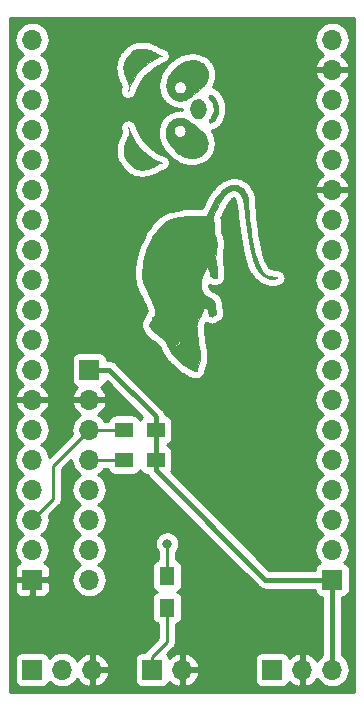
<source format=gbr>
G04 #@! TF.GenerationSoftware,KiCad,Pcbnew,(5.1.4)-1*
G04 #@! TF.CreationDate,2019-11-28T20:23:01+01:00*
G04 #@! TF.ProjectId,zillo-mini-devkit,7a696c6c-6f2d-46d6-996e-692d6465766b,rev?*
G04 #@! TF.SameCoordinates,Original*
G04 #@! TF.FileFunction,Copper,L2,Bot*
G04 #@! TF.FilePolarity,Positive*
%FSLAX46Y46*%
G04 Gerber Fmt 4.6, Leading zero omitted, Abs format (unit mm)*
G04 Created by KiCad (PCBNEW (5.1.4)-1) date 2019-11-28 20:23:01*
%MOMM*%
%LPD*%
G04 APERTURE LIST*
%ADD10C,0.100000*%
%ADD11C,0.600000*%
%ADD12R,1.300000X1.500000*%
%ADD13R,1.700000X1.700000*%
%ADD14O,1.700000X1.700000*%
%ADD15R,1.500000X1.300000*%
%ADD16C,0.800000*%
%ADD17C,0.400000*%
%ADD18C,0.250000*%
%ADD19C,0.254000*%
G04 APERTURE END LIST*
D10*
G36*
X44581000Y-69292000D02*
G01*
X44535000Y-69203000D01*
X44958000Y-68939000D01*
X44976000Y-68966000D01*
X44993000Y-68988000D01*
X45015000Y-69011000D01*
X45032000Y-69026000D01*
X45053000Y-69041000D01*
X45073000Y-69053000D01*
X45090000Y-69062000D01*
X45107000Y-69070000D01*
X45121000Y-69075000D01*
X45137000Y-69079000D01*
X45149000Y-69082000D01*
X45168000Y-69086000D01*
X45180000Y-69088000D01*
X45197000Y-69091000D01*
X45209000Y-69092000D01*
X45224000Y-69092000D01*
X45239000Y-69092000D01*
X45255000Y-69091000D01*
X45274000Y-69088000D01*
X45297000Y-69083000D01*
X45313000Y-69078000D01*
X45331000Y-69072000D01*
X45352000Y-69063000D01*
X45377000Y-69049000D01*
X45394000Y-69038000D01*
X45411000Y-69025000D01*
X45427000Y-69012000D01*
X45442000Y-68996000D01*
X45469000Y-68963000D01*
X45482000Y-68942000D01*
X45491000Y-68925000D01*
X45499000Y-68906000D01*
X45507000Y-68885000D01*
X45515000Y-68856000D01*
X45522000Y-68809000D01*
X45522000Y-68771000D01*
X45516000Y-68727000D01*
X45504000Y-68689000D01*
X45490000Y-68656000D01*
X45474000Y-68629000D01*
X45462000Y-68612000D01*
X45437000Y-68582000D01*
X45403000Y-68551000D01*
X45378000Y-68534000D01*
X45340000Y-68514000D01*
X45310000Y-68504000D01*
X45289000Y-68499000D01*
X45262000Y-68494000D01*
X45220000Y-68491000D01*
X45184000Y-68493000D01*
X45141000Y-68502000D01*
X45095000Y-68519000D01*
X45060000Y-68537000D01*
X45026000Y-68563000D01*
X45013000Y-68575000D01*
X44997000Y-68592000D01*
X44988000Y-68602000D01*
X44972000Y-68624000D01*
X44958000Y-68647000D01*
X44952000Y-68659000D01*
X44944000Y-68674000D01*
X44940000Y-68685000D01*
X44934000Y-68704000D01*
X44931000Y-68714000D01*
X44928000Y-68726000D01*
X44926000Y-68736000D01*
X44924000Y-68749000D01*
X44922000Y-68766000D01*
X44921000Y-68784000D01*
X44921000Y-68811000D01*
X44923000Y-68836000D01*
X44929000Y-68872000D01*
X44938000Y-68898000D01*
X44947000Y-68917000D01*
X44955000Y-68932000D01*
X44957000Y-68935000D01*
X44533000Y-69200000D01*
X44445000Y-69035000D01*
X44354000Y-68815000D01*
X44292000Y-68707000D01*
X44219000Y-68604000D01*
X44111000Y-68502000D01*
X43962000Y-68381000D01*
X43750000Y-68231000D01*
X43572000Y-68108000D01*
X43374000Y-67957000D01*
X43234000Y-67838000D01*
X43143000Y-67749000D01*
X43046000Y-67621000D01*
X42983000Y-67512000D01*
X42933000Y-67407000D01*
X42921000Y-67324000D01*
X42930000Y-67268000D01*
X42961000Y-67192000D01*
X43024000Y-67076000D01*
X43095000Y-66981000D01*
X43151000Y-66887000D01*
X43174000Y-66802000D01*
X43209000Y-66703000D01*
X43256000Y-66625000D01*
X43308000Y-66561000D01*
X43388000Y-66458000D01*
X43442000Y-66388000D01*
X43453000Y-66312000D01*
X43451000Y-66198000D01*
X43415000Y-66049000D01*
X43337000Y-65777000D01*
X43178000Y-65372000D01*
X43062000Y-65113000D01*
X42845000Y-64653000D01*
X42631000Y-64223000D01*
X42550000Y-64062000D01*
X42473000Y-63868000D01*
X42423000Y-63708000D01*
X42382000Y-63529000D01*
X42362000Y-63369000D01*
X42354000Y-63226000D01*
X42347000Y-63064000D01*
X42348000Y-62954000D01*
X42350000Y-62761000D01*
X42356000Y-62619000D01*
X42370000Y-62476000D01*
X42392000Y-62257000D01*
X42412000Y-62115000D01*
X42450000Y-61890000D01*
X42480000Y-61739000D01*
X42526000Y-61542000D01*
X42565000Y-61397000D01*
X42635000Y-61150000D01*
X42703000Y-60964000D01*
X42816000Y-60665000D01*
X43071000Y-60150000D01*
X43298000Y-59737000D01*
X43373000Y-59615000D01*
X43586000Y-59348000D01*
X44035000Y-58846000D01*
X44201000Y-58681000D01*
X44303000Y-58613000D01*
X44437000Y-58533000D01*
X44602000Y-58441000D01*
X44800000Y-58381000D01*
X45044000Y-58317000D01*
X45425000Y-58235000D01*
X45712000Y-58182000D01*
X46015000Y-58140000D01*
X46388000Y-58106000D01*
X46954000Y-58081000D01*
X47801000Y-58073000D01*
X47821000Y-58041000D01*
X48067000Y-57544000D01*
X48263000Y-57141000D01*
X48545000Y-56653000D01*
X48706000Y-56417000D01*
X48830000Y-56254000D01*
X48989000Y-56079000D01*
X49117000Y-55950000D01*
X49249000Y-55852000D01*
X49381000Y-55762000D01*
X49516000Y-55679000D01*
X49710000Y-55590000D01*
X49893000Y-55524000D01*
X50047000Y-55498000D01*
X50180000Y-55493000D01*
X50300000Y-55501000D01*
X50412000Y-55525000D01*
X50538000Y-55570000D01*
X50656000Y-55638000D01*
X50770000Y-55718000D01*
X50933000Y-55861000D01*
X51067000Y-56047000D01*
X51150000Y-56202000D01*
X51204000Y-56358000D01*
X51268000Y-56653000D01*
X51307000Y-57010000D01*
X51404000Y-58124000D01*
X51485000Y-58932000D01*
X51523000Y-59285000D01*
X51575000Y-59715000D01*
X51632000Y-60101000D01*
X51715000Y-60542000D01*
X51813000Y-60991000D01*
X51927000Y-61438000D01*
X52034000Y-61773000D01*
X52129000Y-62084000D01*
X52195000Y-62257000D01*
X52290000Y-62446000D01*
X52385000Y-62617000D01*
X52480000Y-62764000D01*
X52577000Y-62875000D01*
X52685000Y-62987000D01*
X52795000Y-63067000D01*
X52919000Y-63124000D01*
X53028000Y-63169000D01*
X53142000Y-63193000D01*
X53292000Y-63222000D01*
X53431000Y-63245000D01*
X53570000Y-63262000D01*
X53643000Y-63271000D01*
X53715000Y-63278000D01*
X53751000Y-63285000D01*
X53768000Y-63299000D01*
X53796000Y-63330000D01*
X53798000Y-63339000D01*
X53780000Y-63353000D01*
X53754000Y-63362000D01*
X53721000Y-63372000D01*
X53660000Y-63389000D01*
X53596000Y-63406000D01*
X53532000Y-63425000D01*
X53448000Y-63443000D01*
X53382000Y-63444000D01*
X53299000Y-63447000D01*
X53228000Y-63437000D01*
X53155000Y-63425000D01*
X53058000Y-63402000D01*
X52979000Y-63375000D01*
X52896000Y-63343000D01*
X52820000Y-63306000D01*
X52726000Y-63253000D01*
X52625000Y-63189000D01*
X52513000Y-63106000D01*
X52408000Y-63010000D01*
X52339000Y-62941000D01*
X52240000Y-62842000D01*
X52138000Y-62711000D01*
X52055000Y-62607000D01*
X51989000Y-62502000D01*
X51865000Y-62270000D01*
X51782000Y-62023000D01*
X51753000Y-61932000D01*
X51709000Y-61785000D01*
X51606000Y-61407000D01*
X51485000Y-60854000D01*
X51355000Y-60186000D01*
X51207000Y-59279000D01*
X51110000Y-58569000D01*
X51059000Y-58119000D01*
X51030000Y-57789000D01*
X50973000Y-57255000D01*
X50947000Y-57034000D01*
X50900000Y-56822000D01*
X50854000Y-56642000D01*
X50813000Y-56522000D01*
X50725000Y-56344000D01*
X50627000Y-56212000D01*
X50548000Y-56133000D01*
X50455000Y-56055000D01*
X50349000Y-55988000D01*
X50237000Y-55943000D01*
X50143000Y-55926000D01*
X50054000Y-55924000D01*
X49969000Y-55931000D01*
X49869000Y-55953000D01*
X49782000Y-55986000D01*
X49630000Y-56070000D01*
X49569000Y-56114000D01*
X49502000Y-56165000D01*
X49458000Y-56200000D01*
X49407000Y-56252000D01*
X49316000Y-56337000D01*
X49256000Y-56413000D01*
X49199000Y-56501000D01*
X49112000Y-56632000D01*
X49028000Y-56768000D01*
X48936000Y-56933000D01*
X48881000Y-57041000D01*
X48766000Y-57265000D01*
X48590000Y-57612000D01*
X48455000Y-57875000D01*
X48381000Y-58025000D01*
X48369000Y-58050000D01*
X48368000Y-58068000D01*
X48374000Y-58399000D01*
X48383000Y-58802000D01*
X48399000Y-59166000D01*
X48410000Y-59373000D01*
X48440000Y-59547000D01*
X48452000Y-59625000D01*
X48480000Y-59708000D01*
X48518000Y-59804000D01*
X48552000Y-59864000D01*
X48579000Y-59930000D01*
X48599000Y-59993000D01*
X48607000Y-60085000D01*
X48620000Y-60182000D01*
X48630000Y-60254000D01*
X48647000Y-60285000D01*
X48682000Y-60339000D01*
X48697000Y-60388000D01*
X48704000Y-60431000D01*
X48705000Y-60488000D01*
X48704000Y-60534000D01*
X48683000Y-60595000D01*
X48671000Y-60641000D01*
X48643000Y-60717000D01*
X48618000Y-60810000D01*
X48596000Y-60938000D01*
X48566000Y-61206000D01*
X48559000Y-61344000D01*
X48545000Y-61540000D01*
X48542000Y-61742000D01*
X48550000Y-61936000D01*
X48572000Y-62126000D01*
X48600000Y-62288000D01*
X48644000Y-62448000D01*
X48668000Y-62555000D01*
X48686000Y-62676000D01*
X48697000Y-62808000D01*
X48699000Y-62965000D01*
X48697000Y-63154000D01*
X48688000Y-63236000D01*
X48674000Y-63289000D01*
X48658000Y-63316000D01*
X48637000Y-63334000D01*
X48608000Y-63346000D01*
X48573000Y-63353000D01*
X48528000Y-63358000D01*
X48477000Y-63359000D01*
X48425000Y-63354000D01*
X48376000Y-63345000D01*
X48306000Y-63321000D01*
X48239000Y-63284000D01*
X48159000Y-63226000D01*
X48118000Y-63171000D01*
X48091000Y-63109000D01*
X48049000Y-62970000D01*
X47977000Y-62694000D01*
X47936000Y-62547000D01*
X47882000Y-62462000D01*
X47849000Y-62419000D01*
X47826000Y-62406000D01*
X47790000Y-62428000D01*
X47753000Y-62482000D01*
X47712000Y-62561000D01*
X47638000Y-62689000D01*
X47493000Y-62982000D01*
X47420000Y-63173000D01*
X47405000Y-63211000D01*
X47375000Y-63319000D01*
X47352000Y-63461000D01*
X47337000Y-63670000D01*
X47337000Y-63824000D01*
X47343000Y-64110000D01*
X47363000Y-64255000D01*
X47391000Y-64377000D01*
X47433000Y-64486000D01*
X47483000Y-64604000D01*
X47516000Y-64665000D01*
X47567000Y-64733000D01*
X47619000Y-64788000D01*
X47704000Y-64858000D01*
X47772000Y-64910000D01*
X47880000Y-64960000D01*
X47981000Y-65003000D01*
X48105000Y-65055000D01*
X48177000Y-65089000D01*
X48232000Y-65125000D01*
X48271000Y-65152000D01*
X48292000Y-65169000D01*
X48324000Y-65202000D01*
X48354000Y-65242000D01*
X48425000Y-65354000D01*
X48474000Y-65481000D01*
X48501000Y-65697000D01*
X48535000Y-65900000D01*
X48558000Y-66164000D01*
X48581000Y-66326000D01*
X48594000Y-66359000D01*
X48590000Y-66387000D01*
X48568000Y-66425000D01*
X48520000Y-66463000D01*
X48484000Y-66491000D01*
X48430000Y-66534000D01*
X48356000Y-66577000D01*
X48294000Y-66602000D01*
X48229000Y-66619000D01*
X48161000Y-66618000D01*
X48090000Y-66586000D01*
X48034000Y-66538000D01*
X48004000Y-66487000D01*
X47972000Y-66421000D01*
X47948000Y-66312000D01*
X47917000Y-66151000D01*
X47883000Y-66043000D01*
X47833000Y-65974000D01*
X47790000Y-65931000D01*
X47734000Y-65902000D01*
X47685000Y-65889000D01*
X47640000Y-65886000D01*
X47589000Y-65895000D01*
X47561000Y-65904000D01*
X47543000Y-65921000D01*
X47529000Y-65944000D01*
X47510000Y-65974000D01*
X47482000Y-66049000D01*
X47429000Y-66199000D01*
X47362000Y-66374000D01*
X47333000Y-66443000D01*
X47283000Y-66537000D01*
X47224000Y-66647000D01*
X47045000Y-66947000D01*
X46995000Y-67058000D01*
X46942000Y-67243000D01*
X46931000Y-67401000D01*
X46945000Y-67506000D01*
X46960000Y-67717000D01*
X47001000Y-68160000D01*
X47035000Y-68418000D01*
X47069000Y-68678000D01*
X47101000Y-68914000D01*
X47146000Y-69179000D01*
X47201000Y-69602000D01*
X47223000Y-69732000D01*
X47241000Y-69935000D01*
X47245000Y-70096000D01*
X47235000Y-70208000D01*
X47217000Y-70300000D01*
X47141000Y-70566000D01*
X47081000Y-70769000D01*
X47052000Y-70853000D01*
X47018000Y-70976000D01*
X46994000Y-71113000D01*
X46974000Y-71178000D01*
X46948000Y-71226000D01*
X46915000Y-71258000D01*
X46870000Y-71270000D01*
X46817000Y-71272000D01*
X46734000Y-71239000D01*
X46603000Y-71182000D01*
X46366000Y-71059000D01*
X46135000Y-70921000D01*
X45891000Y-70750000D01*
X45729000Y-70628000D01*
X45469000Y-70401000D01*
X45288000Y-70236000D01*
X45070000Y-70004000D01*
X44874000Y-69761000D01*
X44771000Y-69613000D01*
X44688000Y-69473000D01*
X44628000Y-69373000D01*
X44581000Y-69292000D01*
G37*
X44581000Y-69292000D02*
X44535000Y-69203000D01*
X44958000Y-68939000D01*
X44976000Y-68966000D01*
X44993000Y-68988000D01*
X45015000Y-69011000D01*
X45032000Y-69026000D01*
X45053000Y-69041000D01*
X45073000Y-69053000D01*
X45090000Y-69062000D01*
X45107000Y-69070000D01*
X45121000Y-69075000D01*
X45137000Y-69079000D01*
X45149000Y-69082000D01*
X45168000Y-69086000D01*
X45180000Y-69088000D01*
X45197000Y-69091000D01*
X45209000Y-69092000D01*
X45224000Y-69092000D01*
X45239000Y-69092000D01*
X45255000Y-69091000D01*
X45274000Y-69088000D01*
X45297000Y-69083000D01*
X45313000Y-69078000D01*
X45331000Y-69072000D01*
X45352000Y-69063000D01*
X45377000Y-69049000D01*
X45394000Y-69038000D01*
X45411000Y-69025000D01*
X45427000Y-69012000D01*
X45442000Y-68996000D01*
X45469000Y-68963000D01*
X45482000Y-68942000D01*
X45491000Y-68925000D01*
X45499000Y-68906000D01*
X45507000Y-68885000D01*
X45515000Y-68856000D01*
X45522000Y-68809000D01*
X45522000Y-68771000D01*
X45516000Y-68727000D01*
X45504000Y-68689000D01*
X45490000Y-68656000D01*
X45474000Y-68629000D01*
X45462000Y-68612000D01*
X45437000Y-68582000D01*
X45403000Y-68551000D01*
X45378000Y-68534000D01*
X45340000Y-68514000D01*
X45310000Y-68504000D01*
X45289000Y-68499000D01*
X45262000Y-68494000D01*
X45220000Y-68491000D01*
X45184000Y-68493000D01*
X45141000Y-68502000D01*
X45095000Y-68519000D01*
X45060000Y-68537000D01*
X45026000Y-68563000D01*
X45013000Y-68575000D01*
X44997000Y-68592000D01*
X44988000Y-68602000D01*
X44972000Y-68624000D01*
X44958000Y-68647000D01*
X44952000Y-68659000D01*
X44944000Y-68674000D01*
X44940000Y-68685000D01*
X44934000Y-68704000D01*
X44931000Y-68714000D01*
X44928000Y-68726000D01*
X44926000Y-68736000D01*
X44924000Y-68749000D01*
X44922000Y-68766000D01*
X44921000Y-68784000D01*
X44921000Y-68811000D01*
X44923000Y-68836000D01*
X44929000Y-68872000D01*
X44938000Y-68898000D01*
X44947000Y-68917000D01*
X44955000Y-68932000D01*
X44957000Y-68935000D01*
X44533000Y-69200000D01*
X44445000Y-69035000D01*
X44354000Y-68815000D01*
X44292000Y-68707000D01*
X44219000Y-68604000D01*
X44111000Y-68502000D01*
X43962000Y-68381000D01*
X43750000Y-68231000D01*
X43572000Y-68108000D01*
X43374000Y-67957000D01*
X43234000Y-67838000D01*
X43143000Y-67749000D01*
X43046000Y-67621000D01*
X42983000Y-67512000D01*
X42933000Y-67407000D01*
X42921000Y-67324000D01*
X42930000Y-67268000D01*
X42961000Y-67192000D01*
X43024000Y-67076000D01*
X43095000Y-66981000D01*
X43151000Y-66887000D01*
X43174000Y-66802000D01*
X43209000Y-66703000D01*
X43256000Y-66625000D01*
X43308000Y-66561000D01*
X43388000Y-66458000D01*
X43442000Y-66388000D01*
X43453000Y-66312000D01*
X43451000Y-66198000D01*
X43415000Y-66049000D01*
X43337000Y-65777000D01*
X43178000Y-65372000D01*
X43062000Y-65113000D01*
X42845000Y-64653000D01*
X42631000Y-64223000D01*
X42550000Y-64062000D01*
X42473000Y-63868000D01*
X42423000Y-63708000D01*
X42382000Y-63529000D01*
X42362000Y-63369000D01*
X42354000Y-63226000D01*
X42347000Y-63064000D01*
X42348000Y-62954000D01*
X42350000Y-62761000D01*
X42356000Y-62619000D01*
X42370000Y-62476000D01*
X42392000Y-62257000D01*
X42412000Y-62115000D01*
X42450000Y-61890000D01*
X42480000Y-61739000D01*
X42526000Y-61542000D01*
X42565000Y-61397000D01*
X42635000Y-61150000D01*
X42703000Y-60964000D01*
X42816000Y-60665000D01*
X43071000Y-60150000D01*
X43298000Y-59737000D01*
X43373000Y-59615000D01*
X43586000Y-59348000D01*
X44035000Y-58846000D01*
X44201000Y-58681000D01*
X44303000Y-58613000D01*
X44437000Y-58533000D01*
X44602000Y-58441000D01*
X44800000Y-58381000D01*
X45044000Y-58317000D01*
X45425000Y-58235000D01*
X45712000Y-58182000D01*
X46015000Y-58140000D01*
X46388000Y-58106000D01*
X46954000Y-58081000D01*
X47801000Y-58073000D01*
X47821000Y-58041000D01*
X48067000Y-57544000D01*
X48263000Y-57141000D01*
X48545000Y-56653000D01*
X48706000Y-56417000D01*
X48830000Y-56254000D01*
X48989000Y-56079000D01*
X49117000Y-55950000D01*
X49249000Y-55852000D01*
X49381000Y-55762000D01*
X49516000Y-55679000D01*
X49710000Y-55590000D01*
X49893000Y-55524000D01*
X50047000Y-55498000D01*
X50180000Y-55493000D01*
X50300000Y-55501000D01*
X50412000Y-55525000D01*
X50538000Y-55570000D01*
X50656000Y-55638000D01*
X50770000Y-55718000D01*
X50933000Y-55861000D01*
X51067000Y-56047000D01*
X51150000Y-56202000D01*
X51204000Y-56358000D01*
X51268000Y-56653000D01*
X51307000Y-57010000D01*
X51404000Y-58124000D01*
X51485000Y-58932000D01*
X51523000Y-59285000D01*
X51575000Y-59715000D01*
X51632000Y-60101000D01*
X51715000Y-60542000D01*
X51813000Y-60991000D01*
X51927000Y-61438000D01*
X52034000Y-61773000D01*
X52129000Y-62084000D01*
X52195000Y-62257000D01*
X52290000Y-62446000D01*
X52385000Y-62617000D01*
X52480000Y-62764000D01*
X52577000Y-62875000D01*
X52685000Y-62987000D01*
X52795000Y-63067000D01*
X52919000Y-63124000D01*
X53028000Y-63169000D01*
X53142000Y-63193000D01*
X53292000Y-63222000D01*
X53431000Y-63245000D01*
X53570000Y-63262000D01*
X53643000Y-63271000D01*
X53715000Y-63278000D01*
X53751000Y-63285000D01*
X53768000Y-63299000D01*
X53796000Y-63330000D01*
X53798000Y-63339000D01*
X53780000Y-63353000D01*
X53754000Y-63362000D01*
X53721000Y-63372000D01*
X53660000Y-63389000D01*
X53596000Y-63406000D01*
X53532000Y-63425000D01*
X53448000Y-63443000D01*
X53382000Y-63444000D01*
X53299000Y-63447000D01*
X53228000Y-63437000D01*
X53155000Y-63425000D01*
X53058000Y-63402000D01*
X52979000Y-63375000D01*
X52896000Y-63343000D01*
X52820000Y-63306000D01*
X52726000Y-63253000D01*
X52625000Y-63189000D01*
X52513000Y-63106000D01*
X52408000Y-63010000D01*
X52339000Y-62941000D01*
X52240000Y-62842000D01*
X52138000Y-62711000D01*
X52055000Y-62607000D01*
X51989000Y-62502000D01*
X51865000Y-62270000D01*
X51782000Y-62023000D01*
X51753000Y-61932000D01*
X51709000Y-61785000D01*
X51606000Y-61407000D01*
X51485000Y-60854000D01*
X51355000Y-60186000D01*
X51207000Y-59279000D01*
X51110000Y-58569000D01*
X51059000Y-58119000D01*
X51030000Y-57789000D01*
X50973000Y-57255000D01*
X50947000Y-57034000D01*
X50900000Y-56822000D01*
X50854000Y-56642000D01*
X50813000Y-56522000D01*
X50725000Y-56344000D01*
X50627000Y-56212000D01*
X50548000Y-56133000D01*
X50455000Y-56055000D01*
X50349000Y-55988000D01*
X50237000Y-55943000D01*
X50143000Y-55926000D01*
X50054000Y-55924000D01*
X49969000Y-55931000D01*
X49869000Y-55953000D01*
X49782000Y-55986000D01*
X49630000Y-56070000D01*
X49569000Y-56114000D01*
X49502000Y-56165000D01*
X49458000Y-56200000D01*
X49407000Y-56252000D01*
X49316000Y-56337000D01*
X49256000Y-56413000D01*
X49199000Y-56501000D01*
X49112000Y-56632000D01*
X49028000Y-56768000D01*
X48936000Y-56933000D01*
X48881000Y-57041000D01*
X48766000Y-57265000D01*
X48590000Y-57612000D01*
X48455000Y-57875000D01*
X48381000Y-58025000D01*
X48369000Y-58050000D01*
X48368000Y-58068000D01*
X48374000Y-58399000D01*
X48383000Y-58802000D01*
X48399000Y-59166000D01*
X48410000Y-59373000D01*
X48440000Y-59547000D01*
X48452000Y-59625000D01*
X48480000Y-59708000D01*
X48518000Y-59804000D01*
X48552000Y-59864000D01*
X48579000Y-59930000D01*
X48599000Y-59993000D01*
X48607000Y-60085000D01*
X48620000Y-60182000D01*
X48630000Y-60254000D01*
X48647000Y-60285000D01*
X48682000Y-60339000D01*
X48697000Y-60388000D01*
X48704000Y-60431000D01*
X48705000Y-60488000D01*
X48704000Y-60534000D01*
X48683000Y-60595000D01*
X48671000Y-60641000D01*
X48643000Y-60717000D01*
X48618000Y-60810000D01*
X48596000Y-60938000D01*
X48566000Y-61206000D01*
X48559000Y-61344000D01*
X48545000Y-61540000D01*
X48542000Y-61742000D01*
X48550000Y-61936000D01*
X48572000Y-62126000D01*
X48600000Y-62288000D01*
X48644000Y-62448000D01*
X48668000Y-62555000D01*
X48686000Y-62676000D01*
X48697000Y-62808000D01*
X48699000Y-62965000D01*
X48697000Y-63154000D01*
X48688000Y-63236000D01*
X48674000Y-63289000D01*
X48658000Y-63316000D01*
X48637000Y-63334000D01*
X48608000Y-63346000D01*
X48573000Y-63353000D01*
X48528000Y-63358000D01*
X48477000Y-63359000D01*
X48425000Y-63354000D01*
X48376000Y-63345000D01*
X48306000Y-63321000D01*
X48239000Y-63284000D01*
X48159000Y-63226000D01*
X48118000Y-63171000D01*
X48091000Y-63109000D01*
X48049000Y-62970000D01*
X47977000Y-62694000D01*
X47936000Y-62547000D01*
X47882000Y-62462000D01*
X47849000Y-62419000D01*
X47826000Y-62406000D01*
X47790000Y-62428000D01*
X47753000Y-62482000D01*
X47712000Y-62561000D01*
X47638000Y-62689000D01*
X47493000Y-62982000D01*
X47420000Y-63173000D01*
X47405000Y-63211000D01*
X47375000Y-63319000D01*
X47352000Y-63461000D01*
X47337000Y-63670000D01*
X47337000Y-63824000D01*
X47343000Y-64110000D01*
X47363000Y-64255000D01*
X47391000Y-64377000D01*
X47433000Y-64486000D01*
X47483000Y-64604000D01*
X47516000Y-64665000D01*
X47567000Y-64733000D01*
X47619000Y-64788000D01*
X47704000Y-64858000D01*
X47772000Y-64910000D01*
X47880000Y-64960000D01*
X47981000Y-65003000D01*
X48105000Y-65055000D01*
X48177000Y-65089000D01*
X48232000Y-65125000D01*
X48271000Y-65152000D01*
X48292000Y-65169000D01*
X48324000Y-65202000D01*
X48354000Y-65242000D01*
X48425000Y-65354000D01*
X48474000Y-65481000D01*
X48501000Y-65697000D01*
X48535000Y-65900000D01*
X48558000Y-66164000D01*
X48581000Y-66326000D01*
X48594000Y-66359000D01*
X48590000Y-66387000D01*
X48568000Y-66425000D01*
X48520000Y-66463000D01*
X48484000Y-66491000D01*
X48430000Y-66534000D01*
X48356000Y-66577000D01*
X48294000Y-66602000D01*
X48229000Y-66619000D01*
X48161000Y-66618000D01*
X48090000Y-66586000D01*
X48034000Y-66538000D01*
X48004000Y-66487000D01*
X47972000Y-66421000D01*
X47948000Y-66312000D01*
X47917000Y-66151000D01*
X47883000Y-66043000D01*
X47833000Y-65974000D01*
X47790000Y-65931000D01*
X47734000Y-65902000D01*
X47685000Y-65889000D01*
X47640000Y-65886000D01*
X47589000Y-65895000D01*
X47561000Y-65904000D01*
X47543000Y-65921000D01*
X47529000Y-65944000D01*
X47510000Y-65974000D01*
X47482000Y-66049000D01*
X47429000Y-66199000D01*
X47362000Y-66374000D01*
X47333000Y-66443000D01*
X47283000Y-66537000D01*
X47224000Y-66647000D01*
X47045000Y-66947000D01*
X46995000Y-67058000D01*
X46942000Y-67243000D01*
X46931000Y-67401000D01*
X46945000Y-67506000D01*
X46960000Y-67717000D01*
X47001000Y-68160000D01*
X47035000Y-68418000D01*
X47069000Y-68678000D01*
X47101000Y-68914000D01*
X47146000Y-69179000D01*
X47201000Y-69602000D01*
X47223000Y-69732000D01*
X47241000Y-69935000D01*
X47245000Y-70096000D01*
X47235000Y-70208000D01*
X47217000Y-70300000D01*
X47141000Y-70566000D01*
X47081000Y-70769000D01*
X47052000Y-70853000D01*
X47018000Y-70976000D01*
X46994000Y-71113000D01*
X46974000Y-71178000D01*
X46948000Y-71226000D01*
X46915000Y-71258000D01*
X46870000Y-71270000D01*
X46817000Y-71272000D01*
X46734000Y-71239000D01*
X46603000Y-71182000D01*
X46366000Y-71059000D01*
X46135000Y-70921000D01*
X45891000Y-70750000D01*
X45729000Y-70628000D01*
X45469000Y-70401000D01*
X45288000Y-70236000D01*
X45070000Y-70004000D01*
X44874000Y-69761000D01*
X44771000Y-69613000D01*
X44688000Y-69473000D01*
X44628000Y-69373000D01*
X44581000Y-69292000D01*
G36*
X43986000Y-44522000D02*
G01*
X43926000Y-44552000D01*
X43786000Y-44602000D01*
X43716000Y-44632000D01*
X43646000Y-44662000D01*
X43586000Y-44692000D01*
X43526000Y-44722000D01*
X43466000Y-44752000D01*
X43406000Y-44782000D01*
X43316000Y-44832000D01*
X43236000Y-44872000D01*
X43086000Y-44972000D01*
X42806000Y-45162000D01*
X42416000Y-45482000D01*
X42076000Y-45822000D01*
X41996000Y-45922000D01*
X41856000Y-46102000D01*
X41776000Y-46212000D01*
X41636000Y-46412000D01*
X41536000Y-46592000D01*
X41446000Y-46762000D01*
X41336000Y-47002000D01*
X41266000Y-47162000D01*
X41216000Y-47302000D01*
X41186000Y-47412000D01*
X41146000Y-47522000D01*
X41166000Y-47452000D01*
X41186000Y-47352000D01*
X41196000Y-47292000D01*
X41206000Y-47242000D01*
X41206000Y-47162000D01*
X41196000Y-47002000D01*
X41166000Y-46872000D01*
X41136000Y-46762000D01*
X41076000Y-46602000D01*
X41006000Y-46472000D01*
X40976000Y-46422000D01*
X40936000Y-46342000D01*
X40906000Y-46272000D01*
X40876000Y-46192000D01*
X40836000Y-46072000D01*
X40816000Y-46002000D01*
X40786000Y-45892000D01*
X40776000Y-45812000D01*
X40766000Y-45712000D01*
X40756000Y-45612000D01*
X40756000Y-45462000D01*
X40766000Y-45352000D01*
X40786000Y-45202000D01*
X40816000Y-45092000D01*
X40856000Y-44992000D01*
X40966000Y-44792000D01*
X41136000Y-44552000D01*
X41356000Y-44302000D01*
X41506000Y-44172000D01*
X41626000Y-44092000D01*
X41686000Y-44062000D01*
X41866000Y-44002000D01*
X42076000Y-43962000D01*
X42236000Y-43942000D01*
X42386000Y-43942000D01*
X42556000Y-43962000D01*
X42726000Y-43992000D01*
X42866000Y-44032000D01*
X42996000Y-44072000D01*
X43156000Y-44142000D01*
X43286000Y-44202000D01*
X43396000Y-44262000D01*
X43496000Y-44312000D01*
X43586000Y-44372000D01*
X43666000Y-44422000D01*
X43726000Y-44462000D01*
X43776000Y-44482000D01*
X43816000Y-44492000D01*
X43886000Y-44512000D01*
X43946000Y-44522000D01*
X43986000Y-44522000D01*
G37*
X43986000Y-44522000D02*
X43926000Y-44552000D01*
X43786000Y-44602000D01*
X43716000Y-44632000D01*
X43646000Y-44662000D01*
X43586000Y-44692000D01*
X43526000Y-44722000D01*
X43466000Y-44752000D01*
X43406000Y-44782000D01*
X43316000Y-44832000D01*
X43236000Y-44872000D01*
X43086000Y-44972000D01*
X42806000Y-45162000D01*
X42416000Y-45482000D01*
X42076000Y-45822000D01*
X41996000Y-45922000D01*
X41856000Y-46102000D01*
X41776000Y-46212000D01*
X41636000Y-46412000D01*
X41536000Y-46592000D01*
X41446000Y-46762000D01*
X41336000Y-47002000D01*
X41266000Y-47162000D01*
X41216000Y-47302000D01*
X41186000Y-47412000D01*
X41146000Y-47522000D01*
X41166000Y-47452000D01*
X41186000Y-47352000D01*
X41196000Y-47292000D01*
X41206000Y-47242000D01*
X41206000Y-47162000D01*
X41196000Y-47002000D01*
X41166000Y-46872000D01*
X41136000Y-46762000D01*
X41076000Y-46602000D01*
X41006000Y-46472000D01*
X40976000Y-46422000D01*
X40936000Y-46342000D01*
X40906000Y-46272000D01*
X40876000Y-46192000D01*
X40836000Y-46072000D01*
X40816000Y-46002000D01*
X40786000Y-45892000D01*
X40776000Y-45812000D01*
X40766000Y-45712000D01*
X40756000Y-45612000D01*
X40756000Y-45462000D01*
X40766000Y-45352000D01*
X40786000Y-45202000D01*
X40816000Y-45092000D01*
X40856000Y-44992000D01*
X40966000Y-44792000D01*
X41136000Y-44552000D01*
X41356000Y-44302000D01*
X41506000Y-44172000D01*
X41626000Y-44092000D01*
X41686000Y-44062000D01*
X41866000Y-44002000D01*
X42076000Y-43962000D01*
X42236000Y-43942000D01*
X42386000Y-43942000D01*
X42556000Y-43962000D01*
X42726000Y-43992000D01*
X42866000Y-44032000D01*
X42996000Y-44072000D01*
X43156000Y-44142000D01*
X43286000Y-44202000D01*
X43396000Y-44262000D01*
X43496000Y-44312000D01*
X43586000Y-44372000D01*
X43666000Y-44422000D01*
X43726000Y-44462000D01*
X43776000Y-44482000D01*
X43816000Y-44492000D01*
X43886000Y-44512000D01*
X43946000Y-44522000D01*
X43986000Y-44522000D01*
G36*
X46416000Y-49021000D02*
G01*
X46418000Y-48974000D01*
X46430000Y-48882000D01*
X46445000Y-48797000D01*
X46467000Y-48722000D01*
X46488000Y-48662000D01*
X46520000Y-48596000D01*
X46559000Y-48528000D01*
X46591000Y-48483000D01*
X46635000Y-48433000D01*
X46674000Y-48392000D01*
X46722000Y-48352000D01*
X46765000Y-48323000D01*
X46821000Y-48292000D01*
X46858000Y-48275000D01*
X46899000Y-48258000D01*
X46955000Y-48242000D01*
X47014000Y-48235000D01*
X47073000Y-48234000D01*
X47121000Y-48236000D01*
X47182000Y-48245000D01*
X47298000Y-48286000D01*
X47376000Y-48333000D01*
X47470000Y-48413000D01*
X47511000Y-48456000D01*
X47569000Y-48530000D01*
X47612000Y-48603000D01*
X47640000Y-48661000D01*
X47660000Y-48710000D01*
X47690000Y-48800000D01*
X47702000Y-48866000D01*
X47712000Y-48942000D01*
X47715000Y-49007000D01*
X47714000Y-49066000D01*
X47709000Y-49138000D01*
X47702000Y-49197000D01*
X47692000Y-49243000D01*
X47678000Y-49297000D01*
X47661000Y-49353000D01*
X47634000Y-49417000D01*
X47615000Y-49457000D01*
X47596000Y-49489000D01*
X47582000Y-49514000D01*
X47563000Y-49544000D01*
X47534000Y-49585000D01*
X47506000Y-49619000D01*
X47480000Y-49646000D01*
X47464000Y-49663000D01*
X47427000Y-49695000D01*
X47380000Y-49730000D01*
X47352000Y-49747000D01*
X47325000Y-49763000D01*
X47283000Y-49784000D01*
X47247000Y-49800000D01*
X47205000Y-49815000D01*
X47174000Y-49825000D01*
X47130000Y-49834000D01*
X47072000Y-49840000D01*
X47028000Y-49838000D01*
X46945000Y-49827000D01*
X46899000Y-49810000D01*
X46853000Y-49791000D01*
X46812000Y-49772000D01*
X46762000Y-49742000D01*
X46712000Y-49705000D01*
X46669000Y-49669000D01*
X46641000Y-49642000D01*
X46612000Y-49609000D01*
X46592000Y-49582000D01*
X46568000Y-49550000D01*
X46550000Y-49522000D01*
X46524000Y-49479000D01*
X46502000Y-49431000D01*
X46489000Y-49399000D01*
X46476000Y-49366000D01*
X46463000Y-49326000D01*
X46450000Y-49282000D01*
X46436000Y-49219000D01*
X46428000Y-49172000D01*
X46422000Y-49124000D01*
X46416000Y-49055000D01*
X46416000Y-49021000D01*
G37*
X46416000Y-49021000D02*
X46418000Y-48974000D01*
X46430000Y-48882000D01*
X46445000Y-48797000D01*
X46467000Y-48722000D01*
X46488000Y-48662000D01*
X46520000Y-48596000D01*
X46559000Y-48528000D01*
X46591000Y-48483000D01*
X46635000Y-48433000D01*
X46674000Y-48392000D01*
X46722000Y-48352000D01*
X46765000Y-48323000D01*
X46821000Y-48292000D01*
X46858000Y-48275000D01*
X46899000Y-48258000D01*
X46955000Y-48242000D01*
X47014000Y-48235000D01*
X47073000Y-48234000D01*
X47121000Y-48236000D01*
X47182000Y-48245000D01*
X47298000Y-48286000D01*
X47376000Y-48333000D01*
X47470000Y-48413000D01*
X47511000Y-48456000D01*
X47569000Y-48530000D01*
X47612000Y-48603000D01*
X47640000Y-48661000D01*
X47660000Y-48710000D01*
X47690000Y-48800000D01*
X47702000Y-48866000D01*
X47712000Y-48942000D01*
X47715000Y-49007000D01*
X47714000Y-49066000D01*
X47709000Y-49138000D01*
X47702000Y-49197000D01*
X47692000Y-49243000D01*
X47678000Y-49297000D01*
X47661000Y-49353000D01*
X47634000Y-49417000D01*
X47615000Y-49457000D01*
X47596000Y-49489000D01*
X47582000Y-49514000D01*
X47563000Y-49544000D01*
X47534000Y-49585000D01*
X47506000Y-49619000D01*
X47480000Y-49646000D01*
X47464000Y-49663000D01*
X47427000Y-49695000D01*
X47380000Y-49730000D01*
X47352000Y-49747000D01*
X47325000Y-49763000D01*
X47283000Y-49784000D01*
X47247000Y-49800000D01*
X47205000Y-49815000D01*
X47174000Y-49825000D01*
X47130000Y-49834000D01*
X47072000Y-49840000D01*
X47028000Y-49838000D01*
X46945000Y-49827000D01*
X46899000Y-49810000D01*
X46853000Y-49791000D01*
X46812000Y-49772000D01*
X46762000Y-49742000D01*
X46712000Y-49705000D01*
X46669000Y-49669000D01*
X46641000Y-49642000D01*
X46612000Y-49609000D01*
X46592000Y-49582000D01*
X46568000Y-49550000D01*
X46550000Y-49522000D01*
X46524000Y-49479000D01*
X46502000Y-49431000D01*
X46489000Y-49399000D01*
X46476000Y-49366000D01*
X46463000Y-49326000D01*
X46450000Y-49282000D01*
X46436000Y-49219000D01*
X46428000Y-49172000D01*
X46422000Y-49124000D01*
X46416000Y-49055000D01*
X46416000Y-49021000D01*
G36*
X46530000Y-50226000D02*
G01*
X45954000Y-50669000D01*
X45946000Y-50651000D01*
X45917000Y-50610000D01*
X45891000Y-50575000D01*
X45858000Y-50541000D01*
X45803000Y-50496000D01*
X45715000Y-50446000D01*
X45648000Y-50420000D01*
X45594000Y-50403000D01*
X45520000Y-50397000D01*
X45433000Y-50397000D01*
X45345000Y-50416000D01*
X45267000Y-50449000D01*
X45188000Y-50508000D01*
X45151000Y-50547000D01*
X45093000Y-50612000D01*
X45063000Y-50658000D01*
X45039000Y-50717000D01*
X45020000Y-50780000D01*
X45008000Y-50885000D01*
X45016000Y-50987000D01*
X45051000Y-51101000D01*
X45098000Y-51192000D01*
X45164000Y-51276000D01*
X45230000Y-51333000D01*
X45290000Y-51374000D01*
X45361000Y-51404000D01*
X45396000Y-51413000D01*
X45439000Y-51420000D01*
X45476000Y-51420000D01*
X45500000Y-51420000D01*
X45562000Y-51414000D01*
X45600000Y-51410000D01*
X45641000Y-51398000D01*
X45690000Y-51382000D01*
X45735000Y-51363000D01*
X45768000Y-51345000D01*
X45814000Y-51315000D01*
X45846000Y-51286000D01*
X45878000Y-51254000D01*
X45910000Y-51215000D01*
X45929000Y-51183000D01*
X45954000Y-51140000D01*
X45966000Y-51118000D01*
X45979000Y-51088000D01*
X45991000Y-51050000D01*
X46000000Y-51012000D01*
X46005000Y-50979000D01*
X46009000Y-50946000D01*
X46010000Y-50918000D01*
X46010000Y-50867000D01*
X46009000Y-50850000D01*
X46004000Y-50810000D01*
X45998000Y-50781000D01*
X45988000Y-50743000D01*
X45979000Y-50716000D01*
X45956000Y-50673000D01*
X46535000Y-50231000D01*
X46781000Y-50422000D01*
X47194000Y-50783000D01*
X47363000Y-50930000D01*
X47453000Y-51012000D01*
X47504000Y-51057000D01*
X47540000Y-51096000D01*
X47621000Y-51198000D01*
X47663000Y-51261000D01*
X47734000Y-51388000D01*
X47776000Y-51483000D01*
X47808000Y-51569000D01*
X47836000Y-51665000D01*
X47859000Y-51769000D01*
X47875000Y-51913000D01*
X47875000Y-52007000D01*
X47869000Y-52116000D01*
X47856000Y-52220000D01*
X47842000Y-52280000D01*
X47818000Y-52373000D01*
X47770000Y-52492000D01*
X47728000Y-52582000D01*
X47681000Y-52658000D01*
X47638000Y-52719000D01*
X47564000Y-52804000D01*
X47503000Y-52861000D01*
X47460000Y-52897000D01*
X47408000Y-52934000D01*
X47316000Y-52991000D01*
X47203000Y-53048000D01*
X47096000Y-53092000D01*
X46949000Y-53139000D01*
X46792000Y-53175000D01*
X46619000Y-53188000D01*
X46440000Y-53188000D01*
X46262000Y-53170000D01*
X46109000Y-53142000D01*
X45980000Y-53103000D01*
X45839000Y-53057000D01*
X45666000Y-52981000D01*
X45507000Y-52894000D01*
X45393000Y-52819000D01*
X45249000Y-52703000D01*
X45135000Y-52595000D01*
X45085000Y-52539000D01*
X44922000Y-52371000D01*
X44832000Y-52266000D01*
X44749000Y-52156000D01*
X44611000Y-51956000D01*
X44514000Y-51774000D01*
X44467000Y-51662000D01*
X44430000Y-51559000D01*
X44398000Y-51446000D01*
X44381000Y-51369000D01*
X44369000Y-51297000D01*
X44357000Y-51225000D01*
X44348000Y-51145000D01*
X44347000Y-51052000D01*
X44348000Y-50978000D01*
X44357000Y-50894000D01*
X44363000Y-50849000D01*
X44368000Y-50814000D01*
X44396000Y-50678000D01*
X44427000Y-50556000D01*
X44460000Y-50467000D01*
X44499000Y-50386000D01*
X44547000Y-50309000D01*
X44592000Y-50247000D01*
X44645000Y-50177000D01*
X44708000Y-50111000D01*
X44751000Y-50066000D01*
X44828000Y-50009000D01*
X44866000Y-49984000D01*
X44916000Y-49954000D01*
X44971000Y-49924000D01*
X45040000Y-49889000D01*
X45114000Y-49855000D01*
X45177000Y-49832000D01*
X45232000Y-49814000D01*
X45287000Y-49800000D01*
X45362000Y-49785000D01*
X45412000Y-49780000D01*
X45511000Y-49774000D01*
X45555000Y-49775000D01*
X45629000Y-49780000D01*
X45707000Y-49790000D01*
X45788000Y-49810000D01*
X45861000Y-49833000D01*
X45951000Y-49871000D01*
X46109000Y-49954000D01*
X46203000Y-50007000D01*
X46367000Y-50109000D01*
X46491000Y-50197000D01*
X46530000Y-50226000D01*
G37*
X46530000Y-50226000D02*
X45954000Y-50669000D01*
X45946000Y-50651000D01*
X45917000Y-50610000D01*
X45891000Y-50575000D01*
X45858000Y-50541000D01*
X45803000Y-50496000D01*
X45715000Y-50446000D01*
X45648000Y-50420000D01*
X45594000Y-50403000D01*
X45520000Y-50397000D01*
X45433000Y-50397000D01*
X45345000Y-50416000D01*
X45267000Y-50449000D01*
X45188000Y-50508000D01*
X45151000Y-50547000D01*
X45093000Y-50612000D01*
X45063000Y-50658000D01*
X45039000Y-50717000D01*
X45020000Y-50780000D01*
X45008000Y-50885000D01*
X45016000Y-50987000D01*
X45051000Y-51101000D01*
X45098000Y-51192000D01*
X45164000Y-51276000D01*
X45230000Y-51333000D01*
X45290000Y-51374000D01*
X45361000Y-51404000D01*
X45396000Y-51413000D01*
X45439000Y-51420000D01*
X45476000Y-51420000D01*
X45500000Y-51420000D01*
X45562000Y-51414000D01*
X45600000Y-51410000D01*
X45641000Y-51398000D01*
X45690000Y-51382000D01*
X45735000Y-51363000D01*
X45768000Y-51345000D01*
X45814000Y-51315000D01*
X45846000Y-51286000D01*
X45878000Y-51254000D01*
X45910000Y-51215000D01*
X45929000Y-51183000D01*
X45954000Y-51140000D01*
X45966000Y-51118000D01*
X45979000Y-51088000D01*
X45991000Y-51050000D01*
X46000000Y-51012000D01*
X46005000Y-50979000D01*
X46009000Y-50946000D01*
X46010000Y-50918000D01*
X46010000Y-50867000D01*
X46009000Y-50850000D01*
X46004000Y-50810000D01*
X45998000Y-50781000D01*
X45988000Y-50743000D01*
X45979000Y-50716000D01*
X45956000Y-50673000D01*
X46535000Y-50231000D01*
X46781000Y-50422000D01*
X47194000Y-50783000D01*
X47363000Y-50930000D01*
X47453000Y-51012000D01*
X47504000Y-51057000D01*
X47540000Y-51096000D01*
X47621000Y-51198000D01*
X47663000Y-51261000D01*
X47734000Y-51388000D01*
X47776000Y-51483000D01*
X47808000Y-51569000D01*
X47836000Y-51665000D01*
X47859000Y-51769000D01*
X47875000Y-51913000D01*
X47875000Y-52007000D01*
X47869000Y-52116000D01*
X47856000Y-52220000D01*
X47842000Y-52280000D01*
X47818000Y-52373000D01*
X47770000Y-52492000D01*
X47728000Y-52582000D01*
X47681000Y-52658000D01*
X47638000Y-52719000D01*
X47564000Y-52804000D01*
X47503000Y-52861000D01*
X47460000Y-52897000D01*
X47408000Y-52934000D01*
X47316000Y-52991000D01*
X47203000Y-53048000D01*
X47096000Y-53092000D01*
X46949000Y-53139000D01*
X46792000Y-53175000D01*
X46619000Y-53188000D01*
X46440000Y-53188000D01*
X46262000Y-53170000D01*
X46109000Y-53142000D01*
X45980000Y-53103000D01*
X45839000Y-53057000D01*
X45666000Y-52981000D01*
X45507000Y-52894000D01*
X45393000Y-52819000D01*
X45249000Y-52703000D01*
X45135000Y-52595000D01*
X45085000Y-52539000D01*
X44922000Y-52371000D01*
X44832000Y-52266000D01*
X44749000Y-52156000D01*
X44611000Y-51956000D01*
X44514000Y-51774000D01*
X44467000Y-51662000D01*
X44430000Y-51559000D01*
X44398000Y-51446000D01*
X44381000Y-51369000D01*
X44369000Y-51297000D01*
X44357000Y-51225000D01*
X44348000Y-51145000D01*
X44347000Y-51052000D01*
X44348000Y-50978000D01*
X44357000Y-50894000D01*
X44363000Y-50849000D01*
X44368000Y-50814000D01*
X44396000Y-50678000D01*
X44427000Y-50556000D01*
X44460000Y-50467000D01*
X44499000Y-50386000D01*
X44547000Y-50309000D01*
X44592000Y-50247000D01*
X44645000Y-50177000D01*
X44708000Y-50111000D01*
X44751000Y-50066000D01*
X44828000Y-50009000D01*
X44866000Y-49984000D01*
X44916000Y-49954000D01*
X44971000Y-49924000D01*
X45040000Y-49889000D01*
X45114000Y-49855000D01*
X45177000Y-49832000D01*
X45232000Y-49814000D01*
X45287000Y-49800000D01*
X45362000Y-49785000D01*
X45412000Y-49780000D01*
X45511000Y-49774000D01*
X45555000Y-49775000D01*
X45629000Y-49780000D01*
X45707000Y-49790000D01*
X45788000Y-49810000D01*
X45861000Y-49833000D01*
X45951000Y-49871000D01*
X46109000Y-49954000D01*
X46203000Y-50007000D01*
X46367000Y-50109000D01*
X46491000Y-50197000D01*
X46530000Y-50226000D01*
G36*
X46572000Y-47893000D02*
G01*
X45996000Y-47450000D01*
X45988000Y-47468000D01*
X45959000Y-47509000D01*
X45933000Y-47544000D01*
X45900000Y-47578000D01*
X45845000Y-47623000D01*
X45757000Y-47673000D01*
X45690000Y-47699000D01*
X45636000Y-47716000D01*
X45562000Y-47722000D01*
X45475000Y-47722000D01*
X45387000Y-47703000D01*
X45309000Y-47670000D01*
X45230000Y-47611000D01*
X45193000Y-47572000D01*
X45135000Y-47507000D01*
X45105000Y-47461000D01*
X45081000Y-47402000D01*
X45062000Y-47339000D01*
X45050000Y-47234000D01*
X45058000Y-47132000D01*
X45093000Y-47018000D01*
X45140000Y-46927000D01*
X45206000Y-46843000D01*
X45272000Y-46786000D01*
X45332000Y-46745000D01*
X45403000Y-46715000D01*
X45438000Y-46706000D01*
X45481000Y-46699000D01*
X45518000Y-46699000D01*
X45542000Y-46699000D01*
X45604000Y-46705000D01*
X45642000Y-46709000D01*
X45683000Y-46721000D01*
X45732000Y-46737000D01*
X45777000Y-46756000D01*
X45810000Y-46774000D01*
X45856000Y-46804000D01*
X45888000Y-46833000D01*
X45920000Y-46865000D01*
X45952000Y-46904000D01*
X45971000Y-46936000D01*
X45996000Y-46979000D01*
X46008000Y-47001000D01*
X46021000Y-47031000D01*
X46033000Y-47069000D01*
X46042000Y-47107000D01*
X46047000Y-47140000D01*
X46051000Y-47173000D01*
X46052000Y-47201000D01*
X46052000Y-47252000D01*
X46051000Y-47269000D01*
X46046000Y-47309000D01*
X46040000Y-47338000D01*
X46030000Y-47376000D01*
X46021000Y-47403000D01*
X45998000Y-47446000D01*
X46577000Y-47888000D01*
X46823000Y-47697000D01*
X47236000Y-47336000D01*
X47405000Y-47189000D01*
X47495000Y-47107000D01*
X47546000Y-47062000D01*
X47582000Y-47023000D01*
X47663000Y-46921000D01*
X47705000Y-46858000D01*
X47776000Y-46731000D01*
X47818000Y-46636000D01*
X47850000Y-46550000D01*
X47878000Y-46454000D01*
X47901000Y-46350000D01*
X47917000Y-46206000D01*
X47917000Y-46112000D01*
X47911000Y-46003000D01*
X47898000Y-45899000D01*
X47884000Y-45839000D01*
X47860000Y-45746000D01*
X47812000Y-45627000D01*
X47770000Y-45537000D01*
X47723000Y-45461000D01*
X47680000Y-45400000D01*
X47606000Y-45315000D01*
X47545000Y-45258000D01*
X47502000Y-45222000D01*
X47450000Y-45185000D01*
X47358000Y-45128000D01*
X47245000Y-45071000D01*
X47138000Y-45027000D01*
X46991000Y-44980000D01*
X46834000Y-44944000D01*
X46661000Y-44931000D01*
X46482000Y-44931000D01*
X46304000Y-44949000D01*
X46151000Y-44977000D01*
X46022000Y-45016000D01*
X45881000Y-45062000D01*
X45708000Y-45138000D01*
X45549000Y-45225000D01*
X45435000Y-45300000D01*
X45291000Y-45416000D01*
X45177000Y-45524000D01*
X45127000Y-45580000D01*
X44964000Y-45748000D01*
X44874000Y-45853000D01*
X44791000Y-45963000D01*
X44653000Y-46163000D01*
X44556000Y-46345000D01*
X44509000Y-46457000D01*
X44472000Y-46560000D01*
X44440000Y-46673000D01*
X44423000Y-46750000D01*
X44411000Y-46822000D01*
X44399000Y-46894000D01*
X44390000Y-46974000D01*
X44389000Y-47067000D01*
X44390000Y-47141000D01*
X44399000Y-47225000D01*
X44405000Y-47270000D01*
X44410000Y-47305000D01*
X44438000Y-47441000D01*
X44469000Y-47563000D01*
X44502000Y-47652000D01*
X44541000Y-47733000D01*
X44589000Y-47810000D01*
X44634000Y-47872000D01*
X44687000Y-47942000D01*
X44750000Y-48008000D01*
X44793000Y-48053000D01*
X44870000Y-48110000D01*
X44908000Y-48135000D01*
X44958000Y-48165000D01*
X45013000Y-48195000D01*
X45082000Y-48230000D01*
X45156000Y-48264000D01*
X45219000Y-48287000D01*
X45274000Y-48305000D01*
X45329000Y-48319000D01*
X45404000Y-48334000D01*
X45454000Y-48339000D01*
X45553000Y-48345000D01*
X45597000Y-48344000D01*
X45671000Y-48339000D01*
X45749000Y-48329000D01*
X45830000Y-48309000D01*
X45903000Y-48286000D01*
X45993000Y-48248000D01*
X46151000Y-48165000D01*
X46245000Y-48112000D01*
X46409000Y-48010000D01*
X46533000Y-47922000D01*
X46572000Y-47893000D01*
G37*
X46572000Y-47893000D02*
X45996000Y-47450000D01*
X45988000Y-47468000D01*
X45959000Y-47509000D01*
X45933000Y-47544000D01*
X45900000Y-47578000D01*
X45845000Y-47623000D01*
X45757000Y-47673000D01*
X45690000Y-47699000D01*
X45636000Y-47716000D01*
X45562000Y-47722000D01*
X45475000Y-47722000D01*
X45387000Y-47703000D01*
X45309000Y-47670000D01*
X45230000Y-47611000D01*
X45193000Y-47572000D01*
X45135000Y-47507000D01*
X45105000Y-47461000D01*
X45081000Y-47402000D01*
X45062000Y-47339000D01*
X45050000Y-47234000D01*
X45058000Y-47132000D01*
X45093000Y-47018000D01*
X45140000Y-46927000D01*
X45206000Y-46843000D01*
X45272000Y-46786000D01*
X45332000Y-46745000D01*
X45403000Y-46715000D01*
X45438000Y-46706000D01*
X45481000Y-46699000D01*
X45518000Y-46699000D01*
X45542000Y-46699000D01*
X45604000Y-46705000D01*
X45642000Y-46709000D01*
X45683000Y-46721000D01*
X45732000Y-46737000D01*
X45777000Y-46756000D01*
X45810000Y-46774000D01*
X45856000Y-46804000D01*
X45888000Y-46833000D01*
X45920000Y-46865000D01*
X45952000Y-46904000D01*
X45971000Y-46936000D01*
X45996000Y-46979000D01*
X46008000Y-47001000D01*
X46021000Y-47031000D01*
X46033000Y-47069000D01*
X46042000Y-47107000D01*
X46047000Y-47140000D01*
X46051000Y-47173000D01*
X46052000Y-47201000D01*
X46052000Y-47252000D01*
X46051000Y-47269000D01*
X46046000Y-47309000D01*
X46040000Y-47338000D01*
X46030000Y-47376000D01*
X46021000Y-47403000D01*
X45998000Y-47446000D01*
X46577000Y-47888000D01*
X46823000Y-47697000D01*
X47236000Y-47336000D01*
X47405000Y-47189000D01*
X47495000Y-47107000D01*
X47546000Y-47062000D01*
X47582000Y-47023000D01*
X47663000Y-46921000D01*
X47705000Y-46858000D01*
X47776000Y-46731000D01*
X47818000Y-46636000D01*
X47850000Y-46550000D01*
X47878000Y-46454000D01*
X47901000Y-46350000D01*
X47917000Y-46206000D01*
X47917000Y-46112000D01*
X47911000Y-46003000D01*
X47898000Y-45899000D01*
X47884000Y-45839000D01*
X47860000Y-45746000D01*
X47812000Y-45627000D01*
X47770000Y-45537000D01*
X47723000Y-45461000D01*
X47680000Y-45400000D01*
X47606000Y-45315000D01*
X47545000Y-45258000D01*
X47502000Y-45222000D01*
X47450000Y-45185000D01*
X47358000Y-45128000D01*
X47245000Y-45071000D01*
X47138000Y-45027000D01*
X46991000Y-44980000D01*
X46834000Y-44944000D01*
X46661000Y-44931000D01*
X46482000Y-44931000D01*
X46304000Y-44949000D01*
X46151000Y-44977000D01*
X46022000Y-45016000D01*
X45881000Y-45062000D01*
X45708000Y-45138000D01*
X45549000Y-45225000D01*
X45435000Y-45300000D01*
X45291000Y-45416000D01*
X45177000Y-45524000D01*
X45127000Y-45580000D01*
X44964000Y-45748000D01*
X44874000Y-45853000D01*
X44791000Y-45963000D01*
X44653000Y-46163000D01*
X44556000Y-46345000D01*
X44509000Y-46457000D01*
X44472000Y-46560000D01*
X44440000Y-46673000D01*
X44423000Y-46750000D01*
X44411000Y-46822000D01*
X44399000Y-46894000D01*
X44390000Y-46974000D01*
X44389000Y-47067000D01*
X44390000Y-47141000D01*
X44399000Y-47225000D01*
X44405000Y-47270000D01*
X44410000Y-47305000D01*
X44438000Y-47441000D01*
X44469000Y-47563000D01*
X44502000Y-47652000D01*
X44541000Y-47733000D01*
X44589000Y-47810000D01*
X44634000Y-47872000D01*
X44687000Y-47942000D01*
X44750000Y-48008000D01*
X44793000Y-48053000D01*
X44870000Y-48110000D01*
X44908000Y-48135000D01*
X44958000Y-48165000D01*
X45013000Y-48195000D01*
X45082000Y-48230000D01*
X45156000Y-48264000D01*
X45219000Y-48287000D01*
X45274000Y-48305000D01*
X45329000Y-48319000D01*
X45404000Y-48334000D01*
X45454000Y-48339000D01*
X45553000Y-48345000D01*
X45597000Y-48344000D01*
X45671000Y-48339000D01*
X45749000Y-48329000D01*
X45830000Y-48309000D01*
X45903000Y-48286000D01*
X45993000Y-48248000D01*
X46151000Y-48165000D01*
X46245000Y-48112000D01*
X46409000Y-48010000D01*
X46533000Y-47922000D01*
X46572000Y-47893000D01*
G36*
X48396000Y-49021000D02*
G01*
X48395000Y-48943000D01*
X48378000Y-48818000D01*
X48343000Y-48668000D01*
X48307000Y-48561000D01*
X48259000Y-48462000D01*
X48236000Y-48425000D01*
X48177000Y-48336000D01*
X48101000Y-48246000D01*
X48050000Y-48196000D01*
X48015000Y-48170000D01*
X47981000Y-48135000D01*
X47965000Y-48108000D01*
X47958000Y-48090000D01*
X47954000Y-48066000D01*
X47952000Y-48039000D01*
X47954000Y-48016000D01*
X47963000Y-47977000D01*
X47976000Y-47949000D01*
X47989000Y-47925000D01*
X48006000Y-47901000D01*
X48026000Y-47886000D01*
X48054000Y-47868000D01*
X48075000Y-47857000D01*
X48095000Y-47849000D01*
X48124000Y-47844000D01*
X48145000Y-47843000D01*
X48169000Y-47845000D01*
X48200000Y-47854000D01*
X48220000Y-47865000D01*
X48254000Y-47886000D01*
X48285000Y-47913000D01*
X48317000Y-47942000D01*
X48344000Y-47968000D01*
X48393000Y-48019000D01*
X48414000Y-48043000D01*
X48469000Y-48111000D01*
X48517000Y-48178000D01*
X48543000Y-48217000D01*
X48588000Y-48297000D01*
X48621000Y-48364000D01*
X48657000Y-48448000D01*
X48683000Y-48521000D01*
X48714000Y-48628000D01*
X48730000Y-48699000D01*
X48744000Y-48771000D01*
X48751000Y-48829000D01*
X48759000Y-48906000D01*
X48763000Y-48968000D01*
X48764000Y-49077000D01*
X48760000Y-49150000D01*
X48754000Y-49211000D01*
X48746000Y-49275000D01*
X48734000Y-49340000D01*
X48720000Y-49409000D01*
X48683000Y-49544000D01*
X48649000Y-49646000D01*
X48628000Y-49708000D01*
X48612000Y-49749000D01*
X48598000Y-49787000D01*
X48568000Y-49851000D01*
X48529000Y-49921000D01*
X48490000Y-49975000D01*
X48425000Y-50035000D01*
X48344000Y-50107000D01*
X48280000Y-50149000D01*
X48250000Y-50164000D01*
X48215000Y-50181000D01*
X48174000Y-50193000D01*
X48120000Y-50202000D01*
X48091000Y-50203000D01*
X48059000Y-50199000D01*
X48036000Y-50188000D01*
X48014000Y-50168000D01*
X47990000Y-50130000D01*
X47979000Y-50089000D01*
X47977000Y-50041000D01*
X47977000Y-49984000D01*
X47979000Y-49949000D01*
X47989000Y-49930500D01*
X48014000Y-49909000D01*
X48062000Y-49872000D01*
X48133000Y-49795000D01*
X48199000Y-49706000D01*
X48283000Y-49554000D01*
X48348000Y-49391000D01*
X48362000Y-49336000D01*
X48381000Y-49244000D01*
X48392000Y-49133000D01*
X48396000Y-49004000D01*
X48398000Y-49011000D01*
X48401000Y-49019000D01*
X48398000Y-49020000D01*
X48396000Y-49021000D01*
G37*
X48396000Y-49021000D02*
X48395000Y-48943000D01*
X48378000Y-48818000D01*
X48343000Y-48668000D01*
X48307000Y-48561000D01*
X48259000Y-48462000D01*
X48236000Y-48425000D01*
X48177000Y-48336000D01*
X48101000Y-48246000D01*
X48050000Y-48196000D01*
X48015000Y-48170000D01*
X47981000Y-48135000D01*
X47965000Y-48108000D01*
X47958000Y-48090000D01*
X47954000Y-48066000D01*
X47952000Y-48039000D01*
X47954000Y-48016000D01*
X47963000Y-47977000D01*
X47976000Y-47949000D01*
X47989000Y-47925000D01*
X48006000Y-47901000D01*
X48026000Y-47886000D01*
X48054000Y-47868000D01*
X48075000Y-47857000D01*
X48095000Y-47849000D01*
X48124000Y-47844000D01*
X48145000Y-47843000D01*
X48169000Y-47845000D01*
X48200000Y-47854000D01*
X48220000Y-47865000D01*
X48254000Y-47886000D01*
X48285000Y-47913000D01*
X48317000Y-47942000D01*
X48344000Y-47968000D01*
X48393000Y-48019000D01*
X48414000Y-48043000D01*
X48469000Y-48111000D01*
X48517000Y-48178000D01*
X48543000Y-48217000D01*
X48588000Y-48297000D01*
X48621000Y-48364000D01*
X48657000Y-48448000D01*
X48683000Y-48521000D01*
X48714000Y-48628000D01*
X48730000Y-48699000D01*
X48744000Y-48771000D01*
X48751000Y-48829000D01*
X48759000Y-48906000D01*
X48763000Y-48968000D01*
X48764000Y-49077000D01*
X48760000Y-49150000D01*
X48754000Y-49211000D01*
X48746000Y-49275000D01*
X48734000Y-49340000D01*
X48720000Y-49409000D01*
X48683000Y-49544000D01*
X48649000Y-49646000D01*
X48628000Y-49708000D01*
X48612000Y-49749000D01*
X48598000Y-49787000D01*
X48568000Y-49851000D01*
X48529000Y-49921000D01*
X48490000Y-49975000D01*
X48425000Y-50035000D01*
X48344000Y-50107000D01*
X48280000Y-50149000D01*
X48250000Y-50164000D01*
X48215000Y-50181000D01*
X48174000Y-50193000D01*
X48120000Y-50202000D01*
X48091000Y-50203000D01*
X48059000Y-50199000D01*
X48036000Y-50188000D01*
X48014000Y-50168000D01*
X47990000Y-50130000D01*
X47979000Y-50089000D01*
X47977000Y-50041000D01*
X47977000Y-49984000D01*
X47979000Y-49949000D01*
X47989000Y-49930500D01*
X48014000Y-49909000D01*
X48062000Y-49872000D01*
X48133000Y-49795000D01*
X48199000Y-49706000D01*
X48283000Y-49554000D01*
X48348000Y-49391000D01*
X48362000Y-49336000D01*
X48381000Y-49244000D01*
X48392000Y-49133000D01*
X48396000Y-49004000D01*
X48398000Y-49011000D01*
X48401000Y-49019000D01*
X48398000Y-49020000D01*
X48396000Y-49021000D01*
G36*
X44006000Y-53602000D02*
G01*
X43946000Y-53572000D01*
X43806000Y-53522000D01*
X43736000Y-53492000D01*
X43666000Y-53462000D01*
X43606000Y-53432000D01*
X43546000Y-53402000D01*
X43486000Y-53372000D01*
X43426000Y-53342000D01*
X43336000Y-53292000D01*
X43256000Y-53252000D01*
X43106000Y-53152000D01*
X42826000Y-52962000D01*
X42436000Y-52642000D01*
X42096000Y-52302000D01*
X42016000Y-52202000D01*
X41876000Y-52022000D01*
X41796000Y-51912000D01*
X41656000Y-51712000D01*
X41556000Y-51532000D01*
X41466000Y-51362000D01*
X41356000Y-51122000D01*
X41286000Y-50962000D01*
X41236000Y-50822000D01*
X41206000Y-50712000D01*
X41166000Y-50602000D01*
X41186000Y-50672000D01*
X41206000Y-50772000D01*
X41216000Y-50832000D01*
X41226000Y-50882000D01*
X41226000Y-50962000D01*
X41216000Y-51122000D01*
X41186000Y-51252000D01*
X41156000Y-51362000D01*
X41096000Y-51522000D01*
X41026000Y-51652000D01*
X40996000Y-51702000D01*
X40956000Y-51782000D01*
X40926000Y-51852000D01*
X40896000Y-51932000D01*
X40856000Y-52052000D01*
X40836000Y-52122000D01*
X40806000Y-52232000D01*
X40796000Y-52312000D01*
X40786000Y-52412000D01*
X40776000Y-52512000D01*
X40776000Y-52662000D01*
X40786000Y-52772000D01*
X40806000Y-52922000D01*
X40836000Y-53032000D01*
X40876000Y-53132000D01*
X40986000Y-53332000D01*
X41156000Y-53572000D01*
X41376000Y-53822000D01*
X41526000Y-53952000D01*
X41646000Y-54032000D01*
X41706000Y-54062000D01*
X41886000Y-54122000D01*
X42096000Y-54162000D01*
X42256000Y-54182000D01*
X42406000Y-54182000D01*
X42576000Y-54162000D01*
X42746000Y-54132000D01*
X42886000Y-54092000D01*
X43016000Y-54052000D01*
X43176000Y-53982000D01*
X43306000Y-53922000D01*
X43416000Y-53862000D01*
X43516000Y-53812000D01*
X43606000Y-53752000D01*
X43686000Y-53702000D01*
X43746000Y-53662000D01*
X43796000Y-53642000D01*
X43836000Y-53632000D01*
X43906000Y-53612000D01*
X43966000Y-53602000D01*
X44006000Y-53602000D01*
G37*
X44006000Y-53602000D02*
X43946000Y-53572000D01*
X43806000Y-53522000D01*
X43736000Y-53492000D01*
X43666000Y-53462000D01*
X43606000Y-53432000D01*
X43546000Y-53402000D01*
X43486000Y-53372000D01*
X43426000Y-53342000D01*
X43336000Y-53292000D01*
X43256000Y-53252000D01*
X43106000Y-53152000D01*
X42826000Y-52962000D01*
X42436000Y-52642000D01*
X42096000Y-52302000D01*
X42016000Y-52202000D01*
X41876000Y-52022000D01*
X41796000Y-51912000D01*
X41656000Y-51712000D01*
X41556000Y-51532000D01*
X41466000Y-51362000D01*
X41356000Y-51122000D01*
X41286000Y-50962000D01*
X41236000Y-50822000D01*
X41206000Y-50712000D01*
X41166000Y-50602000D01*
X41186000Y-50672000D01*
X41206000Y-50772000D01*
X41216000Y-50832000D01*
X41226000Y-50882000D01*
X41226000Y-50962000D01*
X41216000Y-51122000D01*
X41186000Y-51252000D01*
X41156000Y-51362000D01*
X41096000Y-51522000D01*
X41026000Y-51652000D01*
X40996000Y-51702000D01*
X40956000Y-51782000D01*
X40926000Y-51852000D01*
X40896000Y-51932000D01*
X40856000Y-52052000D01*
X40836000Y-52122000D01*
X40806000Y-52232000D01*
X40796000Y-52312000D01*
X40786000Y-52412000D01*
X40776000Y-52512000D01*
X40776000Y-52662000D01*
X40786000Y-52772000D01*
X40806000Y-52922000D01*
X40836000Y-53032000D01*
X40876000Y-53132000D01*
X40986000Y-53332000D01*
X41156000Y-53572000D01*
X41376000Y-53822000D01*
X41526000Y-53952000D01*
X41646000Y-54032000D01*
X41706000Y-54062000D01*
X41886000Y-54122000D01*
X42096000Y-54162000D01*
X42256000Y-54182000D01*
X42406000Y-54182000D01*
X42576000Y-54162000D01*
X42746000Y-54132000D01*
X42886000Y-54092000D01*
X43016000Y-54052000D01*
X43176000Y-53982000D01*
X43306000Y-53922000D01*
X43416000Y-53862000D01*
X43516000Y-53812000D01*
X43606000Y-53752000D01*
X43686000Y-53702000D01*
X43746000Y-53662000D01*
X43796000Y-53642000D01*
X43836000Y-53632000D01*
X43906000Y-53612000D01*
X43966000Y-53602000D01*
X44006000Y-53602000D01*
D11*
X45193000Y-68801000D03*
D12*
X44450000Y-88566000D03*
X44450000Y-91266000D03*
D13*
X53340000Y-96520000D03*
D14*
X55880000Y-96520000D03*
X58420000Y-96520000D03*
D13*
X37846000Y-71120000D03*
D14*
X37846000Y-73660000D03*
X37846000Y-76200000D03*
X37846000Y-78740000D03*
X37846000Y-81280000D03*
X37846000Y-83820000D03*
X37846000Y-86360000D03*
X37846000Y-88900000D03*
D15*
X43514000Y-78740000D03*
X40814000Y-78740000D03*
X43514000Y-76200000D03*
X40814000Y-76200000D03*
D13*
X58420000Y-88900000D03*
D14*
X58420000Y-86360000D03*
X58420000Y-83820000D03*
X58420000Y-81280000D03*
X58420000Y-78740000D03*
X58420000Y-76200000D03*
X58420000Y-73660000D03*
X58420000Y-71120000D03*
X58420000Y-68580000D03*
X58420000Y-66040000D03*
X58420000Y-63500000D03*
X58420000Y-60960000D03*
X58420000Y-58420000D03*
X58420000Y-55880000D03*
X58420000Y-53340000D03*
X58420000Y-50800000D03*
X58420000Y-48260000D03*
X58420000Y-45720000D03*
X58420000Y-43180000D03*
D13*
X33020000Y-88900000D03*
D14*
X33020000Y-86360000D03*
X33020000Y-83820000D03*
X33020000Y-81280000D03*
X33020000Y-78740000D03*
X33020000Y-76200000D03*
X33020000Y-73660000D03*
X33020000Y-71120000D03*
X33020000Y-68580000D03*
X33020000Y-66040000D03*
X33020000Y-63500000D03*
X33020000Y-60960000D03*
X33020000Y-58420000D03*
X33020000Y-55880000D03*
X33020000Y-53340000D03*
X33020000Y-50800000D03*
X33020000Y-48260000D03*
X33020000Y-45720000D03*
X33020000Y-43180000D03*
D13*
X43180000Y-96520000D03*
D14*
X45720000Y-96520000D03*
D13*
X33020000Y-96520000D03*
D14*
X35560000Y-96520000D03*
X38100000Y-96520000D03*
D16*
X44450000Y-85852000D03*
D17*
X58420000Y-96520000D02*
X58420000Y-88900000D01*
X39540000Y-71120000D02*
X37846000Y-71120000D01*
D18*
X58420000Y-88900000D02*
X57320000Y-88900000D01*
D17*
X43514000Y-78740000D02*
X43514000Y-76200000D01*
X43514000Y-75094000D02*
X43392000Y-74972000D01*
X43514000Y-76200000D02*
X43514000Y-75094000D01*
X43392000Y-74972000D02*
X39540000Y-71120000D01*
X43514000Y-79640000D02*
X43514000Y-78740000D01*
X52774000Y-88900000D02*
X43514000Y-79640000D01*
X58420000Y-88900000D02*
X52774000Y-88900000D01*
D18*
X36996001Y-77049999D02*
X37846000Y-76200000D01*
X34798000Y-79248000D02*
X36996001Y-77049999D01*
X34798000Y-82042000D02*
X34798000Y-79248000D01*
X33020000Y-83820000D02*
X34798000Y-82042000D01*
X39814000Y-76200000D02*
X37846000Y-76200000D01*
X40814000Y-76200000D02*
X39814000Y-76200000D01*
X39814000Y-78740000D02*
X37846000Y-78740000D01*
X40814000Y-78740000D02*
X39814000Y-78740000D01*
X44450000Y-91266000D02*
X44450000Y-92266000D01*
X43180000Y-95420000D02*
X44450000Y-94150000D01*
X43180000Y-96520000D02*
X43180000Y-95420000D01*
X44450000Y-94150000D02*
X44450000Y-92266000D01*
X44450000Y-88566000D02*
X44450000Y-85852000D01*
X44450000Y-85852000D02*
X44450000Y-85852000D01*
D19*
G36*
X60275001Y-98375000D02*
G01*
X31165000Y-98375000D01*
X31165000Y-95670000D01*
X31531928Y-95670000D01*
X31531928Y-97370000D01*
X31544188Y-97494482D01*
X31580498Y-97614180D01*
X31639463Y-97724494D01*
X31718815Y-97821185D01*
X31815506Y-97900537D01*
X31925820Y-97959502D01*
X32045518Y-97995812D01*
X32170000Y-98008072D01*
X33870000Y-98008072D01*
X33994482Y-97995812D01*
X34114180Y-97959502D01*
X34224494Y-97900537D01*
X34321185Y-97821185D01*
X34400537Y-97724494D01*
X34459502Y-97614180D01*
X34480393Y-97545313D01*
X34504866Y-97575134D01*
X34730986Y-97760706D01*
X34988966Y-97898599D01*
X35268889Y-97983513D01*
X35487050Y-98005000D01*
X35632950Y-98005000D01*
X35851111Y-97983513D01*
X36131034Y-97898599D01*
X36389014Y-97760706D01*
X36615134Y-97575134D01*
X36800706Y-97349014D01*
X36835201Y-97284477D01*
X36904822Y-97401355D01*
X37099731Y-97617588D01*
X37333080Y-97791641D01*
X37595901Y-97916825D01*
X37743110Y-97961476D01*
X37973000Y-97840155D01*
X37973000Y-96647000D01*
X38227000Y-96647000D01*
X38227000Y-97840155D01*
X38456890Y-97961476D01*
X38604099Y-97916825D01*
X38866920Y-97791641D01*
X39100269Y-97617588D01*
X39295178Y-97401355D01*
X39444157Y-97151252D01*
X39541481Y-96876891D01*
X39420814Y-96647000D01*
X38227000Y-96647000D01*
X37973000Y-96647000D01*
X37953000Y-96647000D01*
X37953000Y-96393000D01*
X37973000Y-96393000D01*
X37973000Y-95199845D01*
X38227000Y-95199845D01*
X38227000Y-96393000D01*
X39420814Y-96393000D01*
X39541481Y-96163109D01*
X39444157Y-95888748D01*
X39313856Y-95670000D01*
X41691928Y-95670000D01*
X41691928Y-97370000D01*
X41704188Y-97494482D01*
X41740498Y-97614180D01*
X41799463Y-97724494D01*
X41878815Y-97821185D01*
X41975506Y-97900537D01*
X42085820Y-97959502D01*
X42205518Y-97995812D01*
X42330000Y-98008072D01*
X44030000Y-98008072D01*
X44154482Y-97995812D01*
X44274180Y-97959502D01*
X44384494Y-97900537D01*
X44481185Y-97821185D01*
X44560537Y-97724494D01*
X44619502Y-97614180D01*
X44643966Y-97533534D01*
X44719731Y-97617588D01*
X44953080Y-97791641D01*
X45215901Y-97916825D01*
X45363110Y-97961476D01*
X45593000Y-97840155D01*
X45593000Y-96647000D01*
X45847000Y-96647000D01*
X45847000Y-97840155D01*
X46076890Y-97961476D01*
X46224099Y-97916825D01*
X46486920Y-97791641D01*
X46720269Y-97617588D01*
X46915178Y-97401355D01*
X47064157Y-97151252D01*
X47161481Y-96876891D01*
X47040814Y-96647000D01*
X45847000Y-96647000D01*
X45593000Y-96647000D01*
X45573000Y-96647000D01*
X45573000Y-96393000D01*
X45593000Y-96393000D01*
X45593000Y-95199845D01*
X45847000Y-95199845D01*
X45847000Y-96393000D01*
X47040814Y-96393000D01*
X47161481Y-96163109D01*
X47064157Y-95888748D01*
X46933856Y-95670000D01*
X51851928Y-95670000D01*
X51851928Y-97370000D01*
X51864188Y-97494482D01*
X51900498Y-97614180D01*
X51959463Y-97724494D01*
X52038815Y-97821185D01*
X52135506Y-97900537D01*
X52245820Y-97959502D01*
X52365518Y-97995812D01*
X52490000Y-98008072D01*
X54190000Y-98008072D01*
X54314482Y-97995812D01*
X54434180Y-97959502D01*
X54544494Y-97900537D01*
X54641185Y-97821185D01*
X54720537Y-97724494D01*
X54779502Y-97614180D01*
X54803966Y-97533534D01*
X54879731Y-97617588D01*
X55113080Y-97791641D01*
X55375901Y-97916825D01*
X55523110Y-97961476D01*
X55753000Y-97840155D01*
X55753000Y-96647000D01*
X55733000Y-96647000D01*
X55733000Y-96393000D01*
X55753000Y-96393000D01*
X55753000Y-95199845D01*
X55523110Y-95078524D01*
X55375901Y-95123175D01*
X55113080Y-95248359D01*
X54879731Y-95422412D01*
X54803966Y-95506466D01*
X54779502Y-95425820D01*
X54720537Y-95315506D01*
X54641185Y-95218815D01*
X54544494Y-95139463D01*
X54434180Y-95080498D01*
X54314482Y-95044188D01*
X54190000Y-95031928D01*
X52490000Y-95031928D01*
X52365518Y-95044188D01*
X52245820Y-95080498D01*
X52135506Y-95139463D01*
X52038815Y-95218815D01*
X51959463Y-95315506D01*
X51900498Y-95425820D01*
X51864188Y-95545518D01*
X51851928Y-95670000D01*
X46933856Y-95670000D01*
X46915178Y-95638645D01*
X46720269Y-95422412D01*
X46486920Y-95248359D01*
X46224099Y-95123175D01*
X46076890Y-95078524D01*
X45847000Y-95199845D01*
X45593000Y-95199845D01*
X45363110Y-95078524D01*
X45215901Y-95123175D01*
X44953080Y-95248359D01*
X44719731Y-95422412D01*
X44643966Y-95506466D01*
X44619502Y-95425820D01*
X44560537Y-95315506D01*
X44481185Y-95218815D01*
X44467345Y-95207457D01*
X44961004Y-94713798D01*
X44990001Y-94690001D01*
X45084974Y-94574276D01*
X45155546Y-94442247D01*
X45199003Y-94298986D01*
X45210000Y-94187333D01*
X45210000Y-94187324D01*
X45213676Y-94150001D01*
X45210000Y-94112678D01*
X45210000Y-92643238D01*
X45224482Y-92641812D01*
X45344180Y-92605502D01*
X45454494Y-92546537D01*
X45551185Y-92467185D01*
X45630537Y-92370494D01*
X45689502Y-92260180D01*
X45725812Y-92140482D01*
X45738072Y-92016000D01*
X45738072Y-90516000D01*
X45725812Y-90391518D01*
X45689502Y-90271820D01*
X45630537Y-90161506D01*
X45551185Y-90064815D01*
X45454494Y-89985463D01*
X45344180Y-89926498D01*
X45309573Y-89916000D01*
X45344180Y-89905502D01*
X45454494Y-89846537D01*
X45551185Y-89767185D01*
X45630537Y-89670494D01*
X45689502Y-89560180D01*
X45725812Y-89440482D01*
X45738072Y-89316000D01*
X45738072Y-87816000D01*
X45725812Y-87691518D01*
X45689502Y-87571820D01*
X45630537Y-87461506D01*
X45551185Y-87364815D01*
X45454494Y-87285463D01*
X45344180Y-87226498D01*
X45224482Y-87190188D01*
X45210000Y-87188762D01*
X45210000Y-86555711D01*
X45253937Y-86511774D01*
X45367205Y-86342256D01*
X45445226Y-86153898D01*
X45485000Y-85953939D01*
X45485000Y-85750061D01*
X45445226Y-85550102D01*
X45367205Y-85361744D01*
X45253937Y-85192226D01*
X45109774Y-85048063D01*
X44940256Y-84934795D01*
X44751898Y-84856774D01*
X44551939Y-84817000D01*
X44348061Y-84817000D01*
X44148102Y-84856774D01*
X43959744Y-84934795D01*
X43790226Y-85048063D01*
X43646063Y-85192226D01*
X43532795Y-85361744D01*
X43454774Y-85550102D01*
X43415000Y-85750061D01*
X43415000Y-85953939D01*
X43454774Y-86153898D01*
X43532795Y-86342256D01*
X43646063Y-86511774D01*
X43690001Y-86555712D01*
X43690001Y-87188762D01*
X43675518Y-87190188D01*
X43555820Y-87226498D01*
X43445506Y-87285463D01*
X43348815Y-87364815D01*
X43269463Y-87461506D01*
X43210498Y-87571820D01*
X43174188Y-87691518D01*
X43161928Y-87816000D01*
X43161928Y-89316000D01*
X43174188Y-89440482D01*
X43210498Y-89560180D01*
X43269463Y-89670494D01*
X43348815Y-89767185D01*
X43445506Y-89846537D01*
X43555820Y-89905502D01*
X43590427Y-89916000D01*
X43555820Y-89926498D01*
X43445506Y-89985463D01*
X43348815Y-90064815D01*
X43269463Y-90161506D01*
X43210498Y-90271820D01*
X43174188Y-90391518D01*
X43161928Y-90516000D01*
X43161928Y-92016000D01*
X43174188Y-92140482D01*
X43210498Y-92260180D01*
X43269463Y-92370494D01*
X43348815Y-92467185D01*
X43445506Y-92546537D01*
X43555820Y-92605502D01*
X43675518Y-92641812D01*
X43690001Y-92643238D01*
X43690000Y-93835198D01*
X42668998Y-94856201D01*
X42640000Y-94879999D01*
X42616202Y-94908997D01*
X42616201Y-94908998D01*
X42545026Y-94995724D01*
X42525674Y-95031928D01*
X42330000Y-95031928D01*
X42205518Y-95044188D01*
X42085820Y-95080498D01*
X41975506Y-95139463D01*
X41878815Y-95218815D01*
X41799463Y-95315506D01*
X41740498Y-95425820D01*
X41704188Y-95545518D01*
X41691928Y-95670000D01*
X39313856Y-95670000D01*
X39295178Y-95638645D01*
X39100269Y-95422412D01*
X38866920Y-95248359D01*
X38604099Y-95123175D01*
X38456890Y-95078524D01*
X38227000Y-95199845D01*
X37973000Y-95199845D01*
X37743110Y-95078524D01*
X37595901Y-95123175D01*
X37333080Y-95248359D01*
X37099731Y-95422412D01*
X36904822Y-95638645D01*
X36835201Y-95755523D01*
X36800706Y-95690986D01*
X36615134Y-95464866D01*
X36389014Y-95279294D01*
X36131034Y-95141401D01*
X35851111Y-95056487D01*
X35632950Y-95035000D01*
X35487050Y-95035000D01*
X35268889Y-95056487D01*
X34988966Y-95141401D01*
X34730986Y-95279294D01*
X34504866Y-95464866D01*
X34480393Y-95494687D01*
X34459502Y-95425820D01*
X34400537Y-95315506D01*
X34321185Y-95218815D01*
X34224494Y-95139463D01*
X34114180Y-95080498D01*
X33994482Y-95044188D01*
X33870000Y-95031928D01*
X32170000Y-95031928D01*
X32045518Y-95044188D01*
X31925820Y-95080498D01*
X31815506Y-95139463D01*
X31718815Y-95218815D01*
X31639463Y-95315506D01*
X31580498Y-95425820D01*
X31544188Y-95545518D01*
X31531928Y-95670000D01*
X31165000Y-95670000D01*
X31165000Y-89750000D01*
X31531928Y-89750000D01*
X31544188Y-89874482D01*
X31580498Y-89994180D01*
X31639463Y-90104494D01*
X31718815Y-90201185D01*
X31815506Y-90280537D01*
X31925820Y-90339502D01*
X32045518Y-90375812D01*
X32170000Y-90388072D01*
X32734250Y-90385000D01*
X32893000Y-90226250D01*
X32893000Y-89027000D01*
X33147000Y-89027000D01*
X33147000Y-90226250D01*
X33305750Y-90385000D01*
X33870000Y-90388072D01*
X33994482Y-90375812D01*
X34114180Y-90339502D01*
X34224494Y-90280537D01*
X34321185Y-90201185D01*
X34400537Y-90104494D01*
X34459502Y-89994180D01*
X34495812Y-89874482D01*
X34508072Y-89750000D01*
X34505000Y-89185750D01*
X34346250Y-89027000D01*
X33147000Y-89027000D01*
X32893000Y-89027000D01*
X31693750Y-89027000D01*
X31535000Y-89185750D01*
X31531928Y-89750000D01*
X31165000Y-89750000D01*
X31165000Y-76200000D01*
X31527815Y-76200000D01*
X31556487Y-76491111D01*
X31641401Y-76771034D01*
X31779294Y-77029014D01*
X31964866Y-77255134D01*
X32190986Y-77440706D01*
X32245791Y-77470000D01*
X32190986Y-77499294D01*
X31964866Y-77684866D01*
X31779294Y-77910986D01*
X31641401Y-78168966D01*
X31556487Y-78448889D01*
X31527815Y-78740000D01*
X31556487Y-79031111D01*
X31641401Y-79311034D01*
X31779294Y-79569014D01*
X31964866Y-79795134D01*
X32190986Y-79980706D01*
X32245791Y-80010000D01*
X32190986Y-80039294D01*
X31964866Y-80224866D01*
X31779294Y-80450986D01*
X31641401Y-80708966D01*
X31556487Y-80988889D01*
X31527815Y-81280000D01*
X31556487Y-81571111D01*
X31641401Y-81851034D01*
X31779294Y-82109014D01*
X31964866Y-82335134D01*
X32190986Y-82520706D01*
X32245791Y-82550000D01*
X32190986Y-82579294D01*
X31964866Y-82764866D01*
X31779294Y-82990986D01*
X31641401Y-83248966D01*
X31556487Y-83528889D01*
X31527815Y-83820000D01*
X31556487Y-84111111D01*
X31641401Y-84391034D01*
X31779294Y-84649014D01*
X31964866Y-84875134D01*
X32190986Y-85060706D01*
X32245791Y-85090000D01*
X32190986Y-85119294D01*
X31964866Y-85304866D01*
X31779294Y-85530986D01*
X31641401Y-85788966D01*
X31556487Y-86068889D01*
X31527815Y-86360000D01*
X31556487Y-86651111D01*
X31641401Y-86931034D01*
X31779294Y-87189014D01*
X31964866Y-87415134D01*
X31994687Y-87439607D01*
X31925820Y-87460498D01*
X31815506Y-87519463D01*
X31718815Y-87598815D01*
X31639463Y-87695506D01*
X31580498Y-87805820D01*
X31544188Y-87925518D01*
X31531928Y-88050000D01*
X31535000Y-88614250D01*
X31693750Y-88773000D01*
X32893000Y-88773000D01*
X32893000Y-88753000D01*
X33147000Y-88753000D01*
X33147000Y-88773000D01*
X34346250Y-88773000D01*
X34505000Y-88614250D01*
X34508072Y-88050000D01*
X34495812Y-87925518D01*
X34459502Y-87805820D01*
X34400537Y-87695506D01*
X34321185Y-87598815D01*
X34224494Y-87519463D01*
X34114180Y-87460498D01*
X34045313Y-87439607D01*
X34075134Y-87415134D01*
X34260706Y-87189014D01*
X34398599Y-86931034D01*
X34483513Y-86651111D01*
X34512185Y-86360000D01*
X34483513Y-86068889D01*
X34398599Y-85788966D01*
X34260706Y-85530986D01*
X34075134Y-85304866D01*
X33849014Y-85119294D01*
X33794209Y-85090000D01*
X33849014Y-85060706D01*
X34075134Y-84875134D01*
X34260706Y-84649014D01*
X34398599Y-84391034D01*
X34483513Y-84111111D01*
X34512185Y-83820000D01*
X34483513Y-83528889D01*
X34460797Y-83454005D01*
X35309004Y-82605798D01*
X35338001Y-82582001D01*
X35432974Y-82466276D01*
X35503546Y-82334247D01*
X35547003Y-82190986D01*
X35558000Y-82079333D01*
X35558000Y-82079325D01*
X35561676Y-82042000D01*
X35558000Y-82004675D01*
X35558000Y-79562801D01*
X36356235Y-78764567D01*
X36382487Y-79031111D01*
X36467401Y-79311034D01*
X36605294Y-79569014D01*
X36790866Y-79795134D01*
X37016986Y-79980706D01*
X37071791Y-80010000D01*
X37016986Y-80039294D01*
X36790866Y-80224866D01*
X36605294Y-80450986D01*
X36467401Y-80708966D01*
X36382487Y-80988889D01*
X36353815Y-81280000D01*
X36382487Y-81571111D01*
X36467401Y-81851034D01*
X36605294Y-82109014D01*
X36790866Y-82335134D01*
X37016986Y-82520706D01*
X37071791Y-82550000D01*
X37016986Y-82579294D01*
X36790866Y-82764866D01*
X36605294Y-82990986D01*
X36467401Y-83248966D01*
X36382487Y-83528889D01*
X36353815Y-83820000D01*
X36382487Y-84111111D01*
X36467401Y-84391034D01*
X36605294Y-84649014D01*
X36790866Y-84875134D01*
X37016986Y-85060706D01*
X37071791Y-85090000D01*
X37016986Y-85119294D01*
X36790866Y-85304866D01*
X36605294Y-85530986D01*
X36467401Y-85788966D01*
X36382487Y-86068889D01*
X36353815Y-86360000D01*
X36382487Y-86651111D01*
X36467401Y-86931034D01*
X36605294Y-87189014D01*
X36790866Y-87415134D01*
X37016986Y-87600706D01*
X37071791Y-87630000D01*
X37016986Y-87659294D01*
X36790866Y-87844866D01*
X36605294Y-88070986D01*
X36467401Y-88328966D01*
X36382487Y-88608889D01*
X36353815Y-88900000D01*
X36382487Y-89191111D01*
X36467401Y-89471034D01*
X36605294Y-89729014D01*
X36790866Y-89955134D01*
X37016986Y-90140706D01*
X37274966Y-90278599D01*
X37554889Y-90363513D01*
X37773050Y-90385000D01*
X37918950Y-90385000D01*
X38137111Y-90363513D01*
X38417034Y-90278599D01*
X38675014Y-90140706D01*
X38901134Y-89955134D01*
X39086706Y-89729014D01*
X39224599Y-89471034D01*
X39309513Y-89191111D01*
X39338185Y-88900000D01*
X39309513Y-88608889D01*
X39224599Y-88328966D01*
X39086706Y-88070986D01*
X38901134Y-87844866D01*
X38675014Y-87659294D01*
X38620209Y-87630000D01*
X38675014Y-87600706D01*
X38901134Y-87415134D01*
X39086706Y-87189014D01*
X39224599Y-86931034D01*
X39309513Y-86651111D01*
X39338185Y-86360000D01*
X39309513Y-86068889D01*
X39224599Y-85788966D01*
X39086706Y-85530986D01*
X38901134Y-85304866D01*
X38675014Y-85119294D01*
X38620209Y-85090000D01*
X38675014Y-85060706D01*
X38901134Y-84875134D01*
X39086706Y-84649014D01*
X39224599Y-84391034D01*
X39309513Y-84111111D01*
X39338185Y-83820000D01*
X39309513Y-83528889D01*
X39224599Y-83248966D01*
X39086706Y-82990986D01*
X38901134Y-82764866D01*
X38675014Y-82579294D01*
X38620209Y-82550000D01*
X38675014Y-82520706D01*
X38901134Y-82335134D01*
X39086706Y-82109014D01*
X39224599Y-81851034D01*
X39309513Y-81571111D01*
X39338185Y-81280000D01*
X39309513Y-80988889D01*
X39224599Y-80708966D01*
X39086706Y-80450986D01*
X38901134Y-80224866D01*
X38675014Y-80039294D01*
X38620209Y-80010000D01*
X38675014Y-79980706D01*
X38901134Y-79795134D01*
X39086706Y-79569014D01*
X39123595Y-79500000D01*
X39436762Y-79500000D01*
X39438188Y-79514482D01*
X39474498Y-79634180D01*
X39533463Y-79744494D01*
X39612815Y-79841185D01*
X39709506Y-79920537D01*
X39819820Y-79979502D01*
X39939518Y-80015812D01*
X40064000Y-80028072D01*
X41564000Y-80028072D01*
X41688482Y-80015812D01*
X41808180Y-79979502D01*
X41918494Y-79920537D01*
X42015185Y-79841185D01*
X42094537Y-79744494D01*
X42153502Y-79634180D01*
X42164000Y-79599573D01*
X42174498Y-79634180D01*
X42233463Y-79744494D01*
X42312815Y-79841185D01*
X42409506Y-79920537D01*
X42519820Y-79979502D01*
X42639518Y-80015812D01*
X42764000Y-80028072D01*
X42774633Y-80028072D01*
X42816364Y-80106145D01*
X42920709Y-80233291D01*
X42952579Y-80259446D01*
X52154563Y-89461432D01*
X52180709Y-89493291D01*
X52212568Y-89519437D01*
X52212570Y-89519439D01*
X52307854Y-89597636D01*
X52452913Y-89675172D01*
X52610311Y-89722918D01*
X52732981Y-89735000D01*
X52732982Y-89735000D01*
X52774000Y-89739040D01*
X52815018Y-89735000D01*
X56931928Y-89735000D01*
X56931928Y-89750000D01*
X56944188Y-89874482D01*
X56980498Y-89994180D01*
X57039463Y-90104494D01*
X57118815Y-90201185D01*
X57215506Y-90280537D01*
X57325820Y-90339502D01*
X57445518Y-90375812D01*
X57570000Y-90388072D01*
X57585001Y-90388072D01*
X57585000Y-95284206D01*
X57364866Y-95464866D01*
X57179294Y-95690986D01*
X57144799Y-95755523D01*
X57075178Y-95638645D01*
X56880269Y-95422412D01*
X56646920Y-95248359D01*
X56384099Y-95123175D01*
X56236890Y-95078524D01*
X56007000Y-95199845D01*
X56007000Y-96393000D01*
X56027000Y-96393000D01*
X56027000Y-96647000D01*
X56007000Y-96647000D01*
X56007000Y-97840155D01*
X56236890Y-97961476D01*
X56384099Y-97916825D01*
X56646920Y-97791641D01*
X56880269Y-97617588D01*
X57075178Y-97401355D01*
X57144799Y-97284477D01*
X57179294Y-97349014D01*
X57364866Y-97575134D01*
X57590986Y-97760706D01*
X57848966Y-97898599D01*
X58128889Y-97983513D01*
X58347050Y-98005000D01*
X58492950Y-98005000D01*
X58711111Y-97983513D01*
X58991034Y-97898599D01*
X59249014Y-97760706D01*
X59475134Y-97575134D01*
X59660706Y-97349014D01*
X59798599Y-97091034D01*
X59883513Y-96811111D01*
X59912185Y-96520000D01*
X59883513Y-96228889D01*
X59798599Y-95948966D01*
X59660706Y-95690986D01*
X59475134Y-95464866D01*
X59255000Y-95284207D01*
X59255000Y-90388072D01*
X59270000Y-90388072D01*
X59394482Y-90375812D01*
X59514180Y-90339502D01*
X59624494Y-90280537D01*
X59721185Y-90201185D01*
X59800537Y-90104494D01*
X59859502Y-89994180D01*
X59895812Y-89874482D01*
X59908072Y-89750000D01*
X59908072Y-88050000D01*
X59895812Y-87925518D01*
X59859502Y-87805820D01*
X59800537Y-87695506D01*
X59721185Y-87598815D01*
X59624494Y-87519463D01*
X59514180Y-87460498D01*
X59445313Y-87439607D01*
X59475134Y-87415134D01*
X59660706Y-87189014D01*
X59798599Y-86931034D01*
X59883513Y-86651111D01*
X59912185Y-86360000D01*
X59883513Y-86068889D01*
X59798599Y-85788966D01*
X59660706Y-85530986D01*
X59475134Y-85304866D01*
X59249014Y-85119294D01*
X59194209Y-85090000D01*
X59249014Y-85060706D01*
X59475134Y-84875134D01*
X59660706Y-84649014D01*
X59798599Y-84391034D01*
X59883513Y-84111111D01*
X59912185Y-83820000D01*
X59883513Y-83528889D01*
X59798599Y-83248966D01*
X59660706Y-82990986D01*
X59475134Y-82764866D01*
X59249014Y-82579294D01*
X59194209Y-82550000D01*
X59249014Y-82520706D01*
X59475134Y-82335134D01*
X59660706Y-82109014D01*
X59798599Y-81851034D01*
X59883513Y-81571111D01*
X59912185Y-81280000D01*
X59883513Y-80988889D01*
X59798599Y-80708966D01*
X59660706Y-80450986D01*
X59475134Y-80224866D01*
X59249014Y-80039294D01*
X59194209Y-80010000D01*
X59249014Y-79980706D01*
X59475134Y-79795134D01*
X59660706Y-79569014D01*
X59798599Y-79311034D01*
X59883513Y-79031111D01*
X59912185Y-78740000D01*
X59883513Y-78448889D01*
X59798599Y-78168966D01*
X59660706Y-77910986D01*
X59475134Y-77684866D01*
X59249014Y-77499294D01*
X59194209Y-77470000D01*
X59249014Y-77440706D01*
X59475134Y-77255134D01*
X59660706Y-77029014D01*
X59798599Y-76771034D01*
X59883513Y-76491111D01*
X59912185Y-76200000D01*
X59883513Y-75908889D01*
X59798599Y-75628966D01*
X59660706Y-75370986D01*
X59475134Y-75144866D01*
X59249014Y-74959294D01*
X59194209Y-74930000D01*
X59249014Y-74900706D01*
X59475134Y-74715134D01*
X59660706Y-74489014D01*
X59798599Y-74231034D01*
X59883513Y-73951111D01*
X59912185Y-73660000D01*
X59883513Y-73368889D01*
X59798599Y-73088966D01*
X59660706Y-72830986D01*
X59475134Y-72604866D01*
X59249014Y-72419294D01*
X59194209Y-72390000D01*
X59249014Y-72360706D01*
X59475134Y-72175134D01*
X59660706Y-71949014D01*
X59798599Y-71691034D01*
X59883513Y-71411111D01*
X59912185Y-71120000D01*
X59883513Y-70828889D01*
X59798599Y-70548966D01*
X59660706Y-70290986D01*
X59475134Y-70064866D01*
X59249014Y-69879294D01*
X59194209Y-69850000D01*
X59249014Y-69820706D01*
X59475134Y-69635134D01*
X59660706Y-69409014D01*
X59798599Y-69151034D01*
X59883513Y-68871111D01*
X59912185Y-68580000D01*
X59883513Y-68288889D01*
X59798599Y-68008966D01*
X59660706Y-67750986D01*
X59475134Y-67524866D01*
X59249014Y-67339294D01*
X59194209Y-67310000D01*
X59249014Y-67280706D01*
X59475134Y-67095134D01*
X59660706Y-66869014D01*
X59798599Y-66611034D01*
X59883513Y-66331111D01*
X59912185Y-66040000D01*
X59883513Y-65748889D01*
X59798599Y-65468966D01*
X59660706Y-65210986D01*
X59475134Y-64984866D01*
X59249014Y-64799294D01*
X59194209Y-64770000D01*
X59249014Y-64740706D01*
X59475134Y-64555134D01*
X59660706Y-64329014D01*
X59798599Y-64071034D01*
X59883513Y-63791111D01*
X59912185Y-63500000D01*
X59883513Y-63208889D01*
X59798599Y-62928966D01*
X59660706Y-62670986D01*
X59475134Y-62444866D01*
X59249014Y-62259294D01*
X59194209Y-62230000D01*
X59249014Y-62200706D01*
X59475134Y-62015134D01*
X59660706Y-61789014D01*
X59798599Y-61531034D01*
X59883513Y-61251111D01*
X59912185Y-60960000D01*
X59883513Y-60668889D01*
X59798599Y-60388966D01*
X59660706Y-60130986D01*
X59475134Y-59904866D01*
X59249014Y-59719294D01*
X59194209Y-59690000D01*
X59249014Y-59660706D01*
X59475134Y-59475134D01*
X59660706Y-59249014D01*
X59798599Y-58991034D01*
X59883513Y-58711111D01*
X59912185Y-58420000D01*
X59883513Y-58128889D01*
X59798599Y-57848966D01*
X59660706Y-57590986D01*
X59475134Y-57364866D01*
X59249014Y-57179294D01*
X59184477Y-57144799D01*
X59301355Y-57075178D01*
X59517588Y-56880269D01*
X59691641Y-56646920D01*
X59816825Y-56384099D01*
X59861476Y-56236890D01*
X59740155Y-56007000D01*
X58547000Y-56007000D01*
X58547000Y-56027000D01*
X58293000Y-56027000D01*
X58293000Y-56007000D01*
X57099845Y-56007000D01*
X56978524Y-56236890D01*
X57023175Y-56384099D01*
X57148359Y-56646920D01*
X57322412Y-56880269D01*
X57538645Y-57075178D01*
X57655523Y-57144799D01*
X57590986Y-57179294D01*
X57364866Y-57364866D01*
X57179294Y-57590986D01*
X57041401Y-57848966D01*
X56956487Y-58128889D01*
X56927815Y-58420000D01*
X56956487Y-58711111D01*
X57041401Y-58991034D01*
X57179294Y-59249014D01*
X57364866Y-59475134D01*
X57590986Y-59660706D01*
X57645791Y-59690000D01*
X57590986Y-59719294D01*
X57364866Y-59904866D01*
X57179294Y-60130986D01*
X57041401Y-60388966D01*
X56956487Y-60668889D01*
X56927815Y-60960000D01*
X56956487Y-61251111D01*
X57041401Y-61531034D01*
X57179294Y-61789014D01*
X57364866Y-62015134D01*
X57590986Y-62200706D01*
X57645791Y-62230000D01*
X57590986Y-62259294D01*
X57364866Y-62444866D01*
X57179294Y-62670986D01*
X57041401Y-62928966D01*
X56956487Y-63208889D01*
X56927815Y-63500000D01*
X56956487Y-63791111D01*
X57041401Y-64071034D01*
X57179294Y-64329014D01*
X57364866Y-64555134D01*
X57590986Y-64740706D01*
X57645791Y-64770000D01*
X57590986Y-64799294D01*
X57364866Y-64984866D01*
X57179294Y-65210986D01*
X57041401Y-65468966D01*
X56956487Y-65748889D01*
X56927815Y-66040000D01*
X56956487Y-66331111D01*
X57041401Y-66611034D01*
X57179294Y-66869014D01*
X57364866Y-67095134D01*
X57590986Y-67280706D01*
X57645791Y-67310000D01*
X57590986Y-67339294D01*
X57364866Y-67524866D01*
X57179294Y-67750986D01*
X57041401Y-68008966D01*
X56956487Y-68288889D01*
X56927815Y-68580000D01*
X56956487Y-68871111D01*
X57041401Y-69151034D01*
X57179294Y-69409014D01*
X57364866Y-69635134D01*
X57590986Y-69820706D01*
X57645791Y-69850000D01*
X57590986Y-69879294D01*
X57364866Y-70064866D01*
X57179294Y-70290986D01*
X57041401Y-70548966D01*
X56956487Y-70828889D01*
X56927815Y-71120000D01*
X56956487Y-71411111D01*
X57041401Y-71691034D01*
X57179294Y-71949014D01*
X57364866Y-72175134D01*
X57590986Y-72360706D01*
X57645791Y-72390000D01*
X57590986Y-72419294D01*
X57364866Y-72604866D01*
X57179294Y-72830986D01*
X57041401Y-73088966D01*
X56956487Y-73368889D01*
X56927815Y-73660000D01*
X56956487Y-73951111D01*
X57041401Y-74231034D01*
X57179294Y-74489014D01*
X57364866Y-74715134D01*
X57590986Y-74900706D01*
X57645791Y-74930000D01*
X57590986Y-74959294D01*
X57364866Y-75144866D01*
X57179294Y-75370986D01*
X57041401Y-75628966D01*
X56956487Y-75908889D01*
X56927815Y-76200000D01*
X56956487Y-76491111D01*
X57041401Y-76771034D01*
X57179294Y-77029014D01*
X57364866Y-77255134D01*
X57590986Y-77440706D01*
X57645791Y-77470000D01*
X57590986Y-77499294D01*
X57364866Y-77684866D01*
X57179294Y-77910986D01*
X57041401Y-78168966D01*
X56956487Y-78448889D01*
X56927815Y-78740000D01*
X56956487Y-79031111D01*
X57041401Y-79311034D01*
X57179294Y-79569014D01*
X57364866Y-79795134D01*
X57590986Y-79980706D01*
X57645791Y-80010000D01*
X57590986Y-80039294D01*
X57364866Y-80224866D01*
X57179294Y-80450986D01*
X57041401Y-80708966D01*
X56956487Y-80988889D01*
X56927815Y-81280000D01*
X56956487Y-81571111D01*
X57041401Y-81851034D01*
X57179294Y-82109014D01*
X57364866Y-82335134D01*
X57590986Y-82520706D01*
X57645791Y-82550000D01*
X57590986Y-82579294D01*
X57364866Y-82764866D01*
X57179294Y-82990986D01*
X57041401Y-83248966D01*
X56956487Y-83528889D01*
X56927815Y-83820000D01*
X56956487Y-84111111D01*
X57041401Y-84391034D01*
X57179294Y-84649014D01*
X57364866Y-84875134D01*
X57590986Y-85060706D01*
X57645791Y-85090000D01*
X57590986Y-85119294D01*
X57364866Y-85304866D01*
X57179294Y-85530986D01*
X57041401Y-85788966D01*
X56956487Y-86068889D01*
X56927815Y-86360000D01*
X56956487Y-86651111D01*
X57041401Y-86931034D01*
X57179294Y-87189014D01*
X57364866Y-87415134D01*
X57394687Y-87439607D01*
X57325820Y-87460498D01*
X57215506Y-87519463D01*
X57118815Y-87598815D01*
X57039463Y-87695506D01*
X56980498Y-87805820D01*
X56944188Y-87925518D01*
X56931928Y-88050000D01*
X56931928Y-88065000D01*
X53119869Y-88065000D01*
X44796217Y-79741350D01*
X44853502Y-79634180D01*
X44889812Y-79514482D01*
X44902072Y-79390000D01*
X44902072Y-78090000D01*
X44889812Y-77965518D01*
X44853502Y-77845820D01*
X44794537Y-77735506D01*
X44715185Y-77638815D01*
X44618494Y-77559463D01*
X44508180Y-77500498D01*
X44407642Y-77470000D01*
X44508180Y-77439502D01*
X44618494Y-77380537D01*
X44715185Y-77301185D01*
X44794537Y-77204494D01*
X44853502Y-77094180D01*
X44889812Y-76974482D01*
X44902072Y-76850000D01*
X44902072Y-75550000D01*
X44889812Y-75425518D01*
X44853502Y-75305820D01*
X44794537Y-75195506D01*
X44715185Y-75098815D01*
X44618494Y-75019463D01*
X44508180Y-74960498D01*
X44388482Y-74924188D01*
X44333415Y-74918765D01*
X44289172Y-74772913D01*
X44211636Y-74627854D01*
X44107291Y-74500709D01*
X44075421Y-74474554D01*
X44011448Y-74410581D01*
X44011439Y-74410570D01*
X40159446Y-70558579D01*
X40133291Y-70526709D01*
X40006146Y-70422364D01*
X39861087Y-70344828D01*
X39703689Y-70297082D01*
X39581019Y-70285000D01*
X39581018Y-70285000D01*
X39540000Y-70280960D01*
X39498982Y-70285000D01*
X39334072Y-70285000D01*
X39334072Y-70270000D01*
X39321812Y-70145518D01*
X39285502Y-70025820D01*
X39226537Y-69915506D01*
X39147185Y-69818815D01*
X39050494Y-69739463D01*
X38940180Y-69680498D01*
X38820482Y-69644188D01*
X38696000Y-69631928D01*
X36996000Y-69631928D01*
X36871518Y-69644188D01*
X36751820Y-69680498D01*
X36641506Y-69739463D01*
X36544815Y-69818815D01*
X36465463Y-69915506D01*
X36406498Y-70025820D01*
X36370188Y-70145518D01*
X36357928Y-70270000D01*
X36357928Y-71970000D01*
X36370188Y-72094482D01*
X36406498Y-72214180D01*
X36465463Y-72324494D01*
X36544815Y-72421185D01*
X36641506Y-72500537D01*
X36751820Y-72559502D01*
X36832466Y-72583966D01*
X36748412Y-72659731D01*
X36574359Y-72893080D01*
X36449175Y-73155901D01*
X36404524Y-73303110D01*
X36525845Y-73533000D01*
X37719000Y-73533000D01*
X37719000Y-73513000D01*
X37973000Y-73513000D01*
X37973000Y-73533000D01*
X39166155Y-73533000D01*
X39287476Y-73303110D01*
X39242825Y-73155901D01*
X39117641Y-72893080D01*
X38943588Y-72659731D01*
X38859534Y-72583966D01*
X38940180Y-72559502D01*
X39050494Y-72500537D01*
X39147185Y-72421185D01*
X39226537Y-72324494D01*
X39285502Y-72214180D01*
X39321812Y-72094482D01*
X39322870Y-72083737D01*
X42326618Y-75087487D01*
X42312815Y-75098815D01*
X42233463Y-75195506D01*
X42174498Y-75305820D01*
X42164000Y-75340427D01*
X42153502Y-75305820D01*
X42094537Y-75195506D01*
X42015185Y-75098815D01*
X41918494Y-75019463D01*
X41808180Y-74960498D01*
X41688482Y-74924188D01*
X41564000Y-74911928D01*
X40064000Y-74911928D01*
X39939518Y-74924188D01*
X39819820Y-74960498D01*
X39709506Y-75019463D01*
X39612815Y-75098815D01*
X39533463Y-75195506D01*
X39474498Y-75305820D01*
X39438188Y-75425518D01*
X39436762Y-75440000D01*
X39123595Y-75440000D01*
X39086706Y-75370986D01*
X38901134Y-75144866D01*
X38675014Y-74959294D01*
X38610477Y-74924799D01*
X38727355Y-74855178D01*
X38943588Y-74660269D01*
X39117641Y-74426920D01*
X39242825Y-74164099D01*
X39287476Y-74016890D01*
X39166155Y-73787000D01*
X37973000Y-73787000D01*
X37973000Y-73807000D01*
X37719000Y-73807000D01*
X37719000Y-73787000D01*
X36525845Y-73787000D01*
X36404524Y-74016890D01*
X36449175Y-74164099D01*
X36574359Y-74426920D01*
X36748412Y-74660269D01*
X36964645Y-74855178D01*
X37081523Y-74924799D01*
X37016986Y-74959294D01*
X36790866Y-75144866D01*
X36605294Y-75370986D01*
X36467401Y-75628966D01*
X36382487Y-75908889D01*
X36353815Y-76200000D01*
X36382487Y-76491111D01*
X36405203Y-76565995D01*
X34486992Y-78484207D01*
X34483513Y-78448889D01*
X34398599Y-78168966D01*
X34260706Y-77910986D01*
X34075134Y-77684866D01*
X33849014Y-77499294D01*
X33794209Y-77470000D01*
X33849014Y-77440706D01*
X34075134Y-77255134D01*
X34260706Y-77029014D01*
X34398599Y-76771034D01*
X34483513Y-76491111D01*
X34512185Y-76200000D01*
X34483513Y-75908889D01*
X34398599Y-75628966D01*
X34260706Y-75370986D01*
X34075134Y-75144866D01*
X33849014Y-74959294D01*
X33784477Y-74924799D01*
X33901355Y-74855178D01*
X34117588Y-74660269D01*
X34291641Y-74426920D01*
X34416825Y-74164099D01*
X34461476Y-74016890D01*
X34340155Y-73787000D01*
X33147000Y-73787000D01*
X33147000Y-73807000D01*
X32893000Y-73807000D01*
X32893000Y-73787000D01*
X31699845Y-73787000D01*
X31578524Y-74016890D01*
X31623175Y-74164099D01*
X31748359Y-74426920D01*
X31922412Y-74660269D01*
X32138645Y-74855178D01*
X32255523Y-74924799D01*
X32190986Y-74959294D01*
X31964866Y-75144866D01*
X31779294Y-75370986D01*
X31641401Y-75628966D01*
X31556487Y-75908889D01*
X31527815Y-76200000D01*
X31165000Y-76200000D01*
X31165000Y-43180000D01*
X31527815Y-43180000D01*
X31556487Y-43471111D01*
X31641401Y-43751034D01*
X31779294Y-44009014D01*
X31964866Y-44235134D01*
X32190986Y-44420706D01*
X32245791Y-44450000D01*
X32190986Y-44479294D01*
X31964866Y-44664866D01*
X31779294Y-44890986D01*
X31641401Y-45148966D01*
X31556487Y-45428889D01*
X31527815Y-45720000D01*
X31556487Y-46011111D01*
X31641401Y-46291034D01*
X31779294Y-46549014D01*
X31964866Y-46775134D01*
X32190986Y-46960706D01*
X32245791Y-46990000D01*
X32190986Y-47019294D01*
X31964866Y-47204866D01*
X31779294Y-47430986D01*
X31641401Y-47688966D01*
X31556487Y-47968889D01*
X31527815Y-48260000D01*
X31556487Y-48551111D01*
X31641401Y-48831034D01*
X31779294Y-49089014D01*
X31964866Y-49315134D01*
X32190986Y-49500706D01*
X32245791Y-49530000D01*
X32190986Y-49559294D01*
X31964866Y-49744866D01*
X31779294Y-49970986D01*
X31641401Y-50228966D01*
X31556487Y-50508889D01*
X31527815Y-50800000D01*
X31556487Y-51091111D01*
X31641401Y-51371034D01*
X31779294Y-51629014D01*
X31964866Y-51855134D01*
X32190986Y-52040706D01*
X32245791Y-52070000D01*
X32190986Y-52099294D01*
X31964866Y-52284866D01*
X31779294Y-52510986D01*
X31641401Y-52768966D01*
X31556487Y-53048889D01*
X31527815Y-53340000D01*
X31556487Y-53631111D01*
X31641401Y-53911034D01*
X31779294Y-54169014D01*
X31964866Y-54395134D01*
X32190986Y-54580706D01*
X32245791Y-54610000D01*
X32190986Y-54639294D01*
X31964866Y-54824866D01*
X31779294Y-55050986D01*
X31641401Y-55308966D01*
X31556487Y-55588889D01*
X31527815Y-55880000D01*
X31556487Y-56171111D01*
X31641401Y-56451034D01*
X31779294Y-56709014D01*
X31964866Y-56935134D01*
X32190986Y-57120706D01*
X32245791Y-57150000D01*
X32190986Y-57179294D01*
X31964866Y-57364866D01*
X31779294Y-57590986D01*
X31641401Y-57848966D01*
X31556487Y-58128889D01*
X31527815Y-58420000D01*
X31556487Y-58711111D01*
X31641401Y-58991034D01*
X31779294Y-59249014D01*
X31964866Y-59475134D01*
X32190986Y-59660706D01*
X32245791Y-59690000D01*
X32190986Y-59719294D01*
X31964866Y-59904866D01*
X31779294Y-60130986D01*
X31641401Y-60388966D01*
X31556487Y-60668889D01*
X31527815Y-60960000D01*
X31556487Y-61251111D01*
X31641401Y-61531034D01*
X31779294Y-61789014D01*
X31964866Y-62015134D01*
X32190986Y-62200706D01*
X32245791Y-62230000D01*
X32190986Y-62259294D01*
X31964866Y-62444866D01*
X31779294Y-62670986D01*
X31641401Y-62928966D01*
X31556487Y-63208889D01*
X31527815Y-63500000D01*
X31556487Y-63791111D01*
X31641401Y-64071034D01*
X31779294Y-64329014D01*
X31964866Y-64555134D01*
X32190986Y-64740706D01*
X32245791Y-64770000D01*
X32190986Y-64799294D01*
X31964866Y-64984866D01*
X31779294Y-65210986D01*
X31641401Y-65468966D01*
X31556487Y-65748889D01*
X31527815Y-66040000D01*
X31556487Y-66331111D01*
X31641401Y-66611034D01*
X31779294Y-66869014D01*
X31964866Y-67095134D01*
X32190986Y-67280706D01*
X32245791Y-67310000D01*
X32190986Y-67339294D01*
X31964866Y-67524866D01*
X31779294Y-67750986D01*
X31641401Y-68008966D01*
X31556487Y-68288889D01*
X31527815Y-68580000D01*
X31556487Y-68871111D01*
X31641401Y-69151034D01*
X31779294Y-69409014D01*
X31964866Y-69635134D01*
X32190986Y-69820706D01*
X32245791Y-69850000D01*
X32190986Y-69879294D01*
X31964866Y-70064866D01*
X31779294Y-70290986D01*
X31641401Y-70548966D01*
X31556487Y-70828889D01*
X31527815Y-71120000D01*
X31556487Y-71411111D01*
X31641401Y-71691034D01*
X31779294Y-71949014D01*
X31964866Y-72175134D01*
X32190986Y-72360706D01*
X32255523Y-72395201D01*
X32138645Y-72464822D01*
X31922412Y-72659731D01*
X31748359Y-72893080D01*
X31623175Y-73155901D01*
X31578524Y-73303110D01*
X31699845Y-73533000D01*
X32893000Y-73533000D01*
X32893000Y-73513000D01*
X33147000Y-73513000D01*
X33147000Y-73533000D01*
X34340155Y-73533000D01*
X34461476Y-73303110D01*
X34416825Y-73155901D01*
X34291641Y-72893080D01*
X34117588Y-72659731D01*
X33901355Y-72464822D01*
X33784477Y-72395201D01*
X33849014Y-72360706D01*
X34075134Y-72175134D01*
X34260706Y-71949014D01*
X34398599Y-71691034D01*
X34483513Y-71411111D01*
X34512185Y-71120000D01*
X34483513Y-70828889D01*
X34398599Y-70548966D01*
X34260706Y-70290986D01*
X34075134Y-70064866D01*
X33849014Y-69879294D01*
X33794209Y-69850000D01*
X33849014Y-69820706D01*
X34075134Y-69635134D01*
X34260706Y-69409014D01*
X34398599Y-69151034D01*
X34483513Y-68871111D01*
X34512185Y-68580000D01*
X34483513Y-68288889D01*
X34398599Y-68008966D01*
X34260706Y-67750986D01*
X34075134Y-67524866D01*
X33849014Y-67339294D01*
X33794209Y-67310000D01*
X33849014Y-67280706D01*
X34075134Y-67095134D01*
X34260706Y-66869014D01*
X34398599Y-66611034D01*
X34483513Y-66331111D01*
X34512185Y-66040000D01*
X34483513Y-65748889D01*
X34398599Y-65468966D01*
X34260706Y-65210986D01*
X34075134Y-64984866D01*
X33849014Y-64799294D01*
X33794209Y-64770000D01*
X33849014Y-64740706D01*
X34075134Y-64555134D01*
X34260706Y-64329014D01*
X34398599Y-64071034D01*
X34483513Y-63791111D01*
X34512185Y-63500000D01*
X34483513Y-63208889D01*
X34437673Y-63057773D01*
X41662028Y-63057773D01*
X41663194Y-63070887D01*
X41662293Y-63084013D01*
X41662639Y-63093571D01*
X41669639Y-63255571D01*
X41669647Y-63255626D01*
X41670069Y-63264262D01*
X41678069Y-63407262D01*
X41680933Y-63425759D01*
X41681170Y-63444465D01*
X41682290Y-63453964D01*
X41702290Y-63613964D01*
X41708849Y-63643009D01*
X41712221Y-63672601D01*
X41714291Y-63681939D01*
X41755292Y-63860939D01*
X41762234Y-63881685D01*
X41766392Y-63903170D01*
X41769181Y-63912318D01*
X41819181Y-64072319D01*
X41827347Y-64091600D01*
X41832851Y-64111790D01*
X41836317Y-64120704D01*
X41913317Y-64314704D01*
X41924991Y-64337373D01*
X41933841Y-64361287D01*
X41938079Y-64369861D01*
X42018369Y-64529447D01*
X42228537Y-64951748D01*
X42439607Y-65399177D01*
X42546258Y-65637304D01*
X42687499Y-65997068D01*
X42738654Y-66175454D01*
X42724362Y-66193044D01*
X42700536Y-66229050D01*
X42674276Y-66263308D01*
X42669282Y-66271465D01*
X42622282Y-66349465D01*
X42594554Y-66407671D01*
X42566423Y-66465682D01*
X42564861Y-66470003D01*
X42564787Y-66470159D01*
X42564744Y-66470326D01*
X42563172Y-66474677D01*
X42528172Y-66573677D01*
X42523103Y-66594205D01*
X42516604Y-66610670D01*
X42475308Y-66665925D01*
X42452211Y-66704103D01*
X42426671Y-66740705D01*
X42422048Y-66749077D01*
X42359048Y-66865078D01*
X42346203Y-66895476D01*
X42330409Y-66924456D01*
X42326735Y-66933287D01*
X42295735Y-67009287D01*
X42293919Y-67015381D01*
X42291057Y-67021065D01*
X42274852Y-67079378D01*
X42257563Y-67137410D01*
X42256965Y-67143748D01*
X42255263Y-67149873D01*
X42253679Y-67159305D01*
X42244679Y-67215306D01*
X42242706Y-67247294D01*
X42237485Y-67278921D01*
X42238599Y-67313855D01*
X42236447Y-67348741D01*
X42240725Y-67380509D01*
X42241747Y-67412542D01*
X42243049Y-67422017D01*
X42255049Y-67505017D01*
X42262537Y-67535439D01*
X42266824Y-67566483D01*
X42278475Y-67600199D01*
X42286999Y-67634832D01*
X42300254Y-67663224D01*
X42310489Y-67692841D01*
X42314541Y-67701505D01*
X42364541Y-67806504D01*
X42376171Y-67825811D01*
X42385207Y-67846467D01*
X42389935Y-67854781D01*
X42452935Y-67963781D01*
X42474979Y-67994541D01*
X42494331Y-68027062D01*
X42500054Y-68034725D01*
X42597054Y-68162725D01*
X42628220Y-68196434D01*
X42657253Y-68231985D01*
X42664043Y-68238720D01*
X42755043Y-68327720D01*
X42769991Y-68339723D01*
X42783117Y-68353683D01*
X42790361Y-68359928D01*
X42930361Y-68478929D01*
X42941372Y-68486572D01*
X42951048Y-68495828D01*
X42958612Y-68501681D01*
X43156612Y-68652681D01*
X43166228Y-68658627D01*
X43174755Y-68666051D01*
X43182585Y-68671543D01*
X43357449Y-68792376D01*
X43547809Y-68927064D01*
X43659286Y-69017592D01*
X43699351Y-69055431D01*
X43714220Y-69076411D01*
X43737914Y-69117684D01*
X43812014Y-69296827D01*
X43825536Y-69322181D01*
X43836147Y-69348883D01*
X43840588Y-69357353D01*
X43928588Y-69522353D01*
X43930307Y-69524934D01*
X43972475Y-69606519D01*
X43978970Y-69616546D01*
X43983775Y-69627480D01*
X43988517Y-69635786D01*
X44035517Y-69716786D01*
X44035656Y-69716979D01*
X44035754Y-69717194D01*
X44040617Y-69725430D01*
X44099764Y-69824008D01*
X44181768Y-69962330D01*
X44193726Y-69978631D01*
X44203349Y-69996402D01*
X44208757Y-70004290D01*
X44311758Y-70152291D01*
X44324399Y-70167125D01*
X44334869Y-70183567D01*
X44340822Y-70191053D01*
X44536822Y-70434053D01*
X44551636Y-70449133D01*
X44564304Y-70466056D01*
X44570804Y-70473072D01*
X44788804Y-70705072D01*
X44805169Y-70719389D01*
X44819501Y-70735733D01*
X44826524Y-70742226D01*
X45007523Y-70907225D01*
X45009586Y-70908766D01*
X45011326Y-70910666D01*
X45018487Y-70917006D01*
X45278487Y-71144007D01*
X45294777Y-71155637D01*
X45309320Y-71169381D01*
X45316920Y-71175188D01*
X45478920Y-71297188D01*
X45484859Y-71300811D01*
X45490076Y-71305414D01*
X45497870Y-71310958D01*
X45741870Y-71481958D01*
X45759453Y-71491875D01*
X45775518Y-71504093D01*
X45783694Y-71509055D01*
X46014694Y-71647056D01*
X46028932Y-71653772D01*
X46042000Y-71662530D01*
X46050458Y-71666995D01*
X46287458Y-71789995D01*
X46304781Y-71796934D01*
X46320954Y-71806239D01*
X46329697Y-71810117D01*
X46460698Y-71867117D01*
X46466595Y-71869023D01*
X46472058Y-71871938D01*
X46480920Y-71875534D01*
X46563921Y-71908534D01*
X46567629Y-71909603D01*
X46571084Y-71911336D01*
X46631866Y-71928122D01*
X46692378Y-71945568D01*
X46696224Y-71945897D01*
X46699948Y-71946925D01*
X46762780Y-71951582D01*
X46825580Y-71956946D01*
X46829422Y-71956521D01*
X46833271Y-71956806D01*
X46842831Y-71956513D01*
X46895831Y-71954513D01*
X46900412Y-71953889D01*
X46905031Y-71954104D01*
X46966589Y-71944869D01*
X47028295Y-71936459D01*
X47032671Y-71934956D01*
X47037241Y-71934270D01*
X47046499Y-71931871D01*
X47091499Y-71919871D01*
X47125031Y-71907313D01*
X47159574Y-71897851D01*
X47187492Y-71883920D01*
X47216696Y-71872983D01*
X47247148Y-71854153D01*
X47279196Y-71838161D01*
X47303870Y-71819078D01*
X47330401Y-71802672D01*
X47356623Y-71778278D01*
X47384947Y-71756372D01*
X47391860Y-71749762D01*
X47424860Y-71717762D01*
X47445897Y-71692940D01*
X47469321Y-71670353D01*
X47489015Y-71642062D01*
X47511295Y-71615773D01*
X47527108Y-71587341D01*
X47545701Y-71560632D01*
X47550315Y-71552254D01*
X47576315Y-71504254D01*
X47600745Y-71446260D01*
X47625832Y-71388570D01*
X47628174Y-71381144D01*
X47628214Y-71381050D01*
X47628233Y-71380959D01*
X47628709Y-71379449D01*
X47648709Y-71314449D01*
X47656301Y-71277140D01*
X47667009Y-71240609D01*
X47668725Y-71231200D01*
X47687031Y-71126701D01*
X47706511Y-71056230D01*
X47728499Y-70992541D01*
X47730983Y-70982151D01*
X47735132Y-70972313D01*
X47737907Y-70963160D01*
X47797907Y-70760160D01*
X47797937Y-70760004D01*
X47799644Y-70754184D01*
X47875644Y-70488184D01*
X47880026Y-70464177D01*
X47887352Y-70440901D01*
X47889254Y-70431528D01*
X47907254Y-70339528D01*
X47910202Y-70308745D01*
X47916369Y-70278439D01*
X47917286Y-70268918D01*
X47927286Y-70156918D01*
X47926988Y-70122667D01*
X47929959Y-70088550D01*
X47929789Y-70078987D01*
X47925789Y-69917987D01*
X47923705Y-69901068D01*
X47924101Y-69884031D01*
X47923323Y-69874498D01*
X47905323Y-69671498D01*
X47901179Y-69649497D01*
X47899927Y-69627143D01*
X47898397Y-69617702D01*
X47878588Y-69500646D01*
X47825282Y-69090677D01*
X47823351Y-69082319D01*
X47822867Y-69073762D01*
X47821332Y-69064321D01*
X47778253Y-68810634D01*
X47748014Y-68587629D01*
X47714217Y-68329179D01*
X47714207Y-68329135D01*
X47714128Y-68328503D01*
X47681863Y-68083666D01*
X47642759Y-67661158D01*
X47628276Y-67457426D01*
X47625530Y-67441303D01*
X47625189Y-67424957D01*
X47623991Y-67415468D01*
X47619169Y-67379302D01*
X47620344Y-67362418D01*
X47639881Y-67294223D01*
X47653403Y-67264205D01*
X47717097Y-67157455D01*
X47720119Y-67159247D01*
X47753718Y-67182774D01*
X47777493Y-67193261D01*
X47799843Y-67206511D01*
X47808535Y-67210502D01*
X47879534Y-67242502D01*
X47880780Y-67242923D01*
X47881921Y-67243572D01*
X47944078Y-67264300D01*
X48006195Y-67285278D01*
X48007497Y-67285449D01*
X48008743Y-67285864D01*
X48073745Y-67294125D01*
X48138751Y-67302638D01*
X48140062Y-67302552D01*
X48141366Y-67302718D01*
X48150928Y-67302926D01*
X48218927Y-67303926D01*
X48239816Y-67302188D01*
X48260751Y-67303264D01*
X48306297Y-67296655D01*
X48352156Y-67292838D01*
X48372309Y-67287075D01*
X48393054Y-67284065D01*
X48402324Y-67281709D01*
X48467324Y-67264710D01*
X48503813Y-67251243D01*
X48541273Y-67240812D01*
X48550168Y-67237297D01*
X48612169Y-67212297D01*
X48651381Y-67191832D01*
X48691853Y-67174015D01*
X48700156Y-67169268D01*
X48774156Y-67126268D01*
X48810869Y-67099828D01*
X48849181Y-67075767D01*
X48856705Y-67069862D01*
X48907681Y-67029270D01*
X48940549Y-67003706D01*
X48940668Y-67003593D01*
X48945182Y-67000071D01*
X48993182Y-66962071D01*
X49034277Y-66922431D01*
X49076505Y-66883964D01*
X49082338Y-66876071D01*
X49089402Y-66869258D01*
X49122028Y-66822372D01*
X49155967Y-66776453D01*
X49160817Y-66768210D01*
X49182817Y-66730210D01*
X49207383Y-66676225D01*
X49233156Y-66622745D01*
X49235056Y-66615414D01*
X49238190Y-66608527D01*
X49251806Y-66550786D01*
X49266697Y-66493332D01*
X49268115Y-66483874D01*
X49272115Y-66455874D01*
X49273813Y-66417454D01*
X49278699Y-66379304D01*
X49276757Y-66350828D01*
X49278017Y-66322315D01*
X49272220Y-66284299D01*
X49269603Y-66245926D01*
X49262166Y-66218365D01*
X49257864Y-66190155D01*
X49250813Y-66170643D01*
X49238805Y-66086070D01*
X49217415Y-65840547D01*
X49213315Y-65818594D01*
X49212104Y-65796291D01*
X49210590Y-65786847D01*
X49178941Y-65597883D01*
X49153710Y-65396036D01*
X49151104Y-65384495D01*
X49150382Y-65372686D01*
X49136400Y-65319383D01*
X49124262Y-65265631D01*
X49119464Y-65254816D01*
X49116462Y-65243372D01*
X49113082Y-65234425D01*
X49064082Y-65107425D01*
X49035984Y-65051553D01*
X49008609Y-64995357D01*
X49004044Y-64988042D01*
X49004017Y-64987989D01*
X49003985Y-64987947D01*
X49003545Y-64987243D01*
X48932545Y-64875244D01*
X48918920Y-64857787D01*
X48907685Y-64838691D01*
X48902000Y-64831000D01*
X48872000Y-64791000D01*
X48845961Y-64762553D01*
X48822371Y-64732052D01*
X48815762Y-64725140D01*
X48783762Y-64692140D01*
X48755975Y-64668590D01*
X48730393Y-64642657D01*
X48723001Y-64636588D01*
X48702001Y-64619587D01*
X48684687Y-64608175D01*
X48683199Y-64606914D01*
X48668734Y-64594297D01*
X48660909Y-64588798D01*
X48621909Y-64561798D01*
X48618295Y-64559787D01*
X48615112Y-64557153D01*
X48607146Y-64551859D01*
X48552147Y-64515859D01*
X48514375Y-64496107D01*
X48478119Y-64473734D01*
X48469499Y-64469590D01*
X48397499Y-64435590D01*
X48387750Y-64432104D01*
X48378702Y-64427057D01*
X48369908Y-64423297D01*
X48247571Y-64371994D01*
X48158132Y-64333916D01*
X48128487Y-64320191D01*
X48095022Y-64292632D01*
X48068128Y-64229162D01*
X48047730Y-64176226D01*
X48037428Y-64131339D01*
X48027014Y-64055837D01*
X48024628Y-63942085D01*
X48025226Y-63942342D01*
X48074813Y-63965808D01*
X48083838Y-63968973D01*
X48153838Y-63992973D01*
X48198714Y-64003602D01*
X48242859Y-64016936D01*
X48252254Y-64018730D01*
X48301254Y-64027730D01*
X48325811Y-64029795D01*
X48349923Y-64034873D01*
X48359437Y-64035855D01*
X48411437Y-64040855D01*
X48446225Y-64040790D01*
X48480865Y-64043989D01*
X48490429Y-64043868D01*
X48541429Y-64042868D01*
X48567689Y-64039773D01*
X48594133Y-64039800D01*
X48603646Y-64038810D01*
X48648646Y-64033810D01*
X48673070Y-64028645D01*
X48697948Y-64026508D01*
X48707340Y-64024698D01*
X48742339Y-64017698D01*
X48801609Y-63999679D01*
X48861048Y-63982546D01*
X48869911Y-63978952D01*
X48898911Y-63966951D01*
X48931210Y-63949720D01*
X48964917Y-63935411D01*
X48990055Y-63918326D01*
X49016864Y-63904024D01*
X49045203Y-63880846D01*
X49075487Y-63860264D01*
X49082792Y-63854091D01*
X49103792Y-63836091D01*
X49117857Y-63821423D01*
X49120348Y-63819386D01*
X49123656Y-63815376D01*
X49131717Y-63806970D01*
X49161816Y-63780106D01*
X49177874Y-63758835D01*
X49196322Y-63739597D01*
X49218063Y-63705600D01*
X49242366Y-63673408D01*
X49247300Y-63665215D01*
X49263300Y-63638214D01*
X49273071Y-63617308D01*
X49285439Y-63597817D01*
X49301318Y-63556871D01*
X49319906Y-63517101D01*
X49325430Y-63494696D01*
X49333777Y-63473173D01*
X49336284Y-63463943D01*
X49350284Y-63410943D01*
X49357671Y-63365319D01*
X49367801Y-63320234D01*
X49368911Y-63310734D01*
X49377911Y-63228735D01*
X49378248Y-63199659D01*
X49381793Y-63170811D01*
X49381962Y-63161248D01*
X49383962Y-62972248D01*
X49383681Y-62969037D01*
X49383999Y-62965839D01*
X49383944Y-62956275D01*
X49381944Y-62799275D01*
X49379808Y-62780017D01*
X49380361Y-62760651D01*
X49379634Y-62751114D01*
X49368634Y-62619114D01*
X49365510Y-62602029D01*
X49364885Y-62584679D01*
X49363544Y-62575209D01*
X49345544Y-62454208D01*
X49340623Y-62434562D01*
X49338421Y-62414427D01*
X49336393Y-62405081D01*
X49312393Y-62298080D01*
X49308761Y-62287062D01*
X49306952Y-62275607D01*
X49304481Y-62266368D01*
X49269316Y-62138495D01*
X49250253Y-62028204D01*
X49233372Y-61882412D01*
X49227209Y-61732965D01*
X49229637Y-61569516D01*
X49242259Y-61392805D01*
X49242198Y-61390512D01*
X49242569Y-61388250D01*
X49243120Y-61378702D01*
X49249065Y-61261508D01*
X49274509Y-61034204D01*
X49287737Y-60957243D01*
X49296475Y-60924739D01*
X49313765Y-60877808D01*
X49321025Y-60849987D01*
X49331339Y-60823146D01*
X49333818Y-60813909D01*
X49339214Y-60793225D01*
X49351693Y-60756976D01*
X49359664Y-60723508D01*
X49370777Y-60690949D01*
X49375114Y-60658643D01*
X49382668Y-60626925D01*
X49383987Y-60592538D01*
X49388563Y-60558448D01*
X49388838Y-60548888D01*
X49389838Y-60502888D01*
X49389177Y-60494209D01*
X49389995Y-60485548D01*
X49389895Y-60475985D01*
X49388895Y-60418984D01*
X49383779Y-60374804D01*
X49381571Y-60330388D01*
X49380100Y-60320937D01*
X49373100Y-60277937D01*
X49362418Y-60237639D01*
X49354733Y-60196656D01*
X49351997Y-60187491D01*
X49336997Y-60138491D01*
X49327948Y-60116774D01*
X49321720Y-60094086D01*
X49302292Y-60055203D01*
X49290262Y-60026332D01*
X49288045Y-60009792D01*
X49281425Y-59933659D01*
X49280717Y-59929864D01*
X49280716Y-59926006D01*
X49268467Y-59864215D01*
X49256902Y-59802238D01*
X49255470Y-59798652D01*
X49254720Y-59794869D01*
X49251890Y-59785733D01*
X49231890Y-59722733D01*
X49222834Y-59701616D01*
X49216559Y-59679514D01*
X49213000Y-59670636D01*
X49186000Y-59604637D01*
X49167869Y-59570319D01*
X49152622Y-59534641D01*
X49147965Y-59526287D01*
X49137413Y-59507666D01*
X49123416Y-59472303D01*
X49120018Y-59462231D01*
X49117035Y-59442841D01*
X49116683Y-59441463D01*
X49116599Y-59440050D01*
X49115040Y-59430613D01*
X49091895Y-59296370D01*
X49083200Y-59132747D01*
X49067664Y-58779308D01*
X49058860Y-58385088D01*
X49055611Y-58205834D01*
X49066910Y-58182930D01*
X49199404Y-57924812D01*
X49199459Y-57924673D01*
X49200912Y-57921857D01*
X49376206Y-57576250D01*
X49490383Y-57353853D01*
X49490427Y-57353742D01*
X49491405Y-57351854D01*
X49540555Y-57255341D01*
X49618832Y-57114954D01*
X49688870Y-57001559D01*
X49769624Y-56879964D01*
X49769674Y-56879870D01*
X49773930Y-56873398D01*
X49813504Y-56812301D01*
X49821497Y-56802177D01*
X49874584Y-56752590D01*
X49881357Y-56744894D01*
X49889303Y-56738424D01*
X49896048Y-56731643D01*
X49917475Y-56709795D01*
X49922746Y-56705603D01*
X49976898Y-56664383D01*
X49997346Y-56649634D01*
X50058037Y-56616095D01*
X50084834Y-56638570D01*
X50107026Y-56660762D01*
X50138262Y-56702836D01*
X50179197Y-56785636D01*
X50197034Y-56837841D01*
X50233615Y-56980986D01*
X50270740Y-57148440D01*
X50292255Y-57331324D01*
X50348193Y-57855369D01*
X50376630Y-58178966D01*
X50377343Y-58182765D01*
X50377347Y-58186629D01*
X50378357Y-58196140D01*
X50429357Y-58646140D01*
X50430002Y-58649156D01*
X50430076Y-58652238D01*
X50431305Y-58661723D01*
X50528305Y-59371723D01*
X50529260Y-59375739D01*
X50529467Y-59379866D01*
X50530941Y-59389316D01*
X50678941Y-60296316D01*
X50680397Y-60301800D01*
X50680853Y-60307453D01*
X50682614Y-60316853D01*
X50812614Y-60984853D01*
X50813524Y-60987905D01*
X50813853Y-60991061D01*
X50815831Y-61000418D01*
X50936831Y-61553418D01*
X50940712Y-61565403D01*
X50942647Y-61577842D01*
X50945096Y-61587087D01*
X51048096Y-61965088D01*
X51049424Y-61968577D01*
X51050088Y-61972242D01*
X51052766Y-61981424D01*
X51096766Y-62128424D01*
X51097251Y-62129608D01*
X51097500Y-62130858D01*
X51100340Y-62139991D01*
X51129340Y-62230990D01*
X51129574Y-62231533D01*
X51129697Y-62232105D01*
X51132680Y-62241193D01*
X51215679Y-62488192D01*
X51237085Y-62535879D01*
X51256428Y-62584427D01*
X51260877Y-62592893D01*
X51384877Y-62824893D01*
X51395615Y-62840980D01*
X51404021Y-62858405D01*
X51409054Y-62866538D01*
X51475054Y-62971537D01*
X51495714Y-62998218D01*
X51513690Y-63026771D01*
X51519603Y-63034288D01*
X51600038Y-63135073D01*
X51699516Y-63262835D01*
X51725431Y-63290138D01*
X51748916Y-63319558D01*
X51755632Y-63326368D01*
X51923632Y-63494368D01*
X51931807Y-63501083D01*
X51938770Y-63509047D01*
X51945783Y-63515550D01*
X52050783Y-63611550D01*
X52075193Y-63629835D01*
X52097508Y-63650601D01*
X52105152Y-63656350D01*
X52217151Y-63739349D01*
X52234519Y-63749760D01*
X52250310Y-63762439D01*
X52258353Y-63767615D01*
X52359353Y-63831615D01*
X52370842Y-63837408D01*
X52381270Y-63844934D01*
X52389568Y-63849690D01*
X52483568Y-63902690D01*
X52498141Y-63909122D01*
X52511589Y-63917643D01*
X52520159Y-63921890D01*
X52596159Y-63958890D01*
X52619039Y-63967380D01*
X52640684Y-63978640D01*
X52649583Y-63982143D01*
X52732583Y-64014143D01*
X52740765Y-64016410D01*
X52748439Y-64020032D01*
X52757467Y-64023188D01*
X52836468Y-64050189D01*
X52864023Y-64056687D01*
X52890669Y-64066248D01*
X52899959Y-64068519D01*
X52996960Y-64091520D01*
X53015988Y-64094106D01*
X53034462Y-64099311D01*
X53043888Y-64100928D01*
X53116889Y-64112928D01*
X53119990Y-64113130D01*
X53123003Y-64113905D01*
X53132464Y-64115305D01*
X53203464Y-64125305D01*
X53258886Y-64127644D01*
X53314183Y-64131831D01*
X53323743Y-64131553D01*
X53399581Y-64128812D01*
X53458378Y-64127921D01*
X53520215Y-64120910D01*
X53582162Y-64114733D01*
X53591198Y-64112863D01*
X53591216Y-64112861D01*
X53591231Y-64112856D01*
X53591527Y-64112795D01*
X53675527Y-64094795D01*
X53696300Y-64088167D01*
X53717762Y-64084331D01*
X53726950Y-64081673D01*
X53781449Y-64065493D01*
X53835855Y-64051042D01*
X53835926Y-64051016D01*
X53843894Y-64048855D01*
X53904894Y-64031854D01*
X53907614Y-64030801D01*
X53910483Y-64030271D01*
X53919655Y-64027562D01*
X53952655Y-64017562D01*
X53960613Y-64014273D01*
X53969011Y-64012381D01*
X53978071Y-64009315D01*
X54004071Y-64000315D01*
X54040904Y-63983379D01*
X54078940Y-63969328D01*
X54101501Y-63955516D01*
X54125535Y-63944465D01*
X54158383Y-63920692D01*
X54192959Y-63899525D01*
X54200549Y-63893706D01*
X54218550Y-63879706D01*
X54229942Y-63868905D01*
X54233837Y-63866086D01*
X54240681Y-63858723D01*
X54252596Y-63847425D01*
X54288490Y-63817169D01*
X54301020Y-63801513D01*
X54315564Y-63787723D01*
X54342698Y-63749436D01*
X54372025Y-63712792D01*
X54381271Y-63695008D01*
X54392865Y-63678649D01*
X54412051Y-63635808D01*
X54433696Y-63594177D01*
X54439312Y-63574935D01*
X54447507Y-63556637D01*
X54458005Y-63510893D01*
X54471154Y-63465843D01*
X54472926Y-63445875D01*
X54477410Y-63426336D01*
X54478823Y-63379421D01*
X54479204Y-63375128D01*
X54479714Y-63371948D01*
X54479648Y-63370129D01*
X54482971Y-63332679D01*
X54480831Y-63312751D01*
X54481435Y-63292707D01*
X54475534Y-63257351D01*
X54474841Y-63238347D01*
X54471176Y-63222829D01*
X54468698Y-63199754D01*
X54466688Y-63190403D01*
X54464688Y-63181403D01*
X54460956Y-63170004D01*
X54459427Y-63160843D01*
X54451696Y-63140357D01*
X54444110Y-63108239D01*
X54432103Y-63081879D01*
X54423090Y-63054350D01*
X54404460Y-63021190D01*
X54388694Y-62986578D01*
X54371796Y-62963052D01*
X54357607Y-62937798D01*
X54332890Y-62908888D01*
X54310701Y-62877996D01*
X54304340Y-62870854D01*
X54276340Y-62839854D01*
X54243684Y-62810128D01*
X54238767Y-62804055D01*
X54233016Y-62799262D01*
X54210800Y-62776360D01*
X54203460Y-62770228D01*
X54186459Y-62756228D01*
X54178890Y-62751147D01*
X54177477Y-62749861D01*
X54172496Y-62746855D01*
X54160288Y-62738660D01*
X54136062Y-62718473D01*
X54104910Y-62701486D01*
X54075460Y-62681717D01*
X54046371Y-62669565D01*
X54018690Y-62654471D01*
X53984841Y-62643861D01*
X53952103Y-62630185D01*
X53921201Y-62623913D01*
X53891121Y-62614485D01*
X53881745Y-62612593D01*
X53845746Y-62605593D01*
X53818024Y-62602971D01*
X53790797Y-62597207D01*
X53781284Y-62596215D01*
X53718094Y-62590071D01*
X53653817Y-62582147D01*
X53653776Y-62582146D01*
X53653158Y-62582066D01*
X53528535Y-62566824D01*
X53412935Y-62547696D01*
X53277607Y-62521533D01*
X53230972Y-62511715D01*
X53192837Y-62495971D01*
X53142896Y-62473014D01*
X53136433Y-62468315D01*
X53081759Y-62411616D01*
X53028414Y-62350570D01*
X52972710Y-62264376D01*
X52895674Y-62125711D01*
X52822629Y-61980391D01*
X52777310Y-61861599D01*
X52689117Y-61572884D01*
X52689095Y-61572831D01*
X52686523Y-61564582D01*
X52585718Y-61248975D01*
X52479699Y-60833267D01*
X52386350Y-60405573D01*
X52307677Y-59987563D01*
X52253970Y-59623864D01*
X52203579Y-59207171D01*
X52166339Y-58861233D01*
X52086029Y-58060115D01*
X51989418Y-56950579D01*
X51988913Y-56947875D01*
X51988921Y-56945125D01*
X51987949Y-56935611D01*
X51948949Y-56578611D01*
X51942560Y-56548121D01*
X51939390Y-56517130D01*
X51937427Y-56507769D01*
X51873427Y-56212768D01*
X51862336Y-56178308D01*
X51854381Y-56142989D01*
X51851316Y-56133929D01*
X51797315Y-55977929D01*
X51776664Y-55933016D01*
X51758328Y-55887100D01*
X51753872Y-55878637D01*
X51670872Y-55723636D01*
X51648267Y-55689829D01*
X51628324Y-55654393D01*
X51622788Y-55646594D01*
X51488788Y-55460594D01*
X51484943Y-55456228D01*
X51481934Y-55451248D01*
X51440810Y-55406116D01*
X51400430Y-55360266D01*
X51395807Y-55356728D01*
X51391891Y-55352430D01*
X51384746Y-55346072D01*
X51221746Y-55203072D01*
X51195483Y-55184228D01*
X51171272Y-55162838D01*
X51163482Y-55157289D01*
X51049482Y-55077289D01*
X51027035Y-55064610D01*
X51006273Y-55049329D01*
X50998020Y-55044495D01*
X50880020Y-54976495D01*
X50828326Y-54953097D01*
X50777375Y-54928187D01*
X50768391Y-54924907D01*
X50642390Y-54879907D01*
X50603193Y-54870095D01*
X50564866Y-54857275D01*
X50555528Y-54855205D01*
X50443527Y-54831205D01*
X50399102Y-54826148D01*
X50355104Y-54818220D01*
X50345565Y-54817517D01*
X50225566Y-54809517D01*
X50194659Y-54810481D01*
X50163826Y-54808191D01*
X50154266Y-54808484D01*
X50021266Y-54813484D01*
X49981985Y-54818832D01*
X49942406Y-54821033D01*
X49932964Y-54822559D01*
X49778964Y-54848559D01*
X49724502Y-54863338D01*
X49669623Y-54876445D01*
X49660603Y-54879627D01*
X49477603Y-54945627D01*
X49455906Y-54955944D01*
X49433091Y-54963465D01*
X49424371Y-54967392D01*
X49230371Y-55056392D01*
X49198646Y-55074889D01*
X49165417Y-55090514D01*
X49157234Y-55095466D01*
X49022234Y-55178466D01*
X49013140Y-55185365D01*
X49003054Y-55190702D01*
X48995114Y-55196034D01*
X48863114Y-55286034D01*
X48856187Y-55291823D01*
X48848391Y-55296359D01*
X48840672Y-55302006D01*
X48708672Y-55400007D01*
X48674004Y-55431432D01*
X48637535Y-55460778D01*
X48630751Y-55467520D01*
X48502751Y-55596520D01*
X48496234Y-55604518D01*
X48488491Y-55611330D01*
X48482010Y-55618364D01*
X48323010Y-55793363D01*
X48308011Y-55813517D01*
X48290666Y-55831692D01*
X48284822Y-55839263D01*
X48160822Y-56002264D01*
X48154023Y-56013288D01*
X48145581Y-56023103D01*
X48140136Y-56030965D01*
X47979136Y-56266965D01*
X47969124Y-56285250D01*
X47956749Y-56302022D01*
X47951906Y-56310270D01*
X47669906Y-56798269D01*
X47661765Y-56816198D01*
X47651235Y-56832831D01*
X47646991Y-56841403D01*
X47452008Y-57242312D01*
X47377934Y-57391966D01*
X46947530Y-57396031D01*
X46940445Y-57396793D01*
X46933331Y-57396312D01*
X46923773Y-57396667D01*
X46357773Y-57421667D01*
X46346612Y-57423261D01*
X46335348Y-57423027D01*
X46325818Y-57423828D01*
X45952818Y-57457828D01*
X45941719Y-57459947D01*
X45930431Y-57460241D01*
X45920949Y-57461487D01*
X45617949Y-57503487D01*
X45607615Y-57505967D01*
X45597022Y-57506719D01*
X45587605Y-57508390D01*
X45300605Y-57561390D01*
X45295514Y-57562856D01*
X45290236Y-57563387D01*
X45280872Y-57565334D01*
X44899872Y-57647334D01*
X44889864Y-57650537D01*
X44879475Y-57652052D01*
X44870207Y-57654413D01*
X44626207Y-57718413D01*
X44618544Y-57721247D01*
X44610517Y-57722729D01*
X44601345Y-57725438D01*
X44403345Y-57785438D01*
X44401764Y-57786092D01*
X44400092Y-57786433D01*
X44340081Y-57811589D01*
X44279795Y-57836509D01*
X44278371Y-57837457D01*
X44276797Y-57838117D01*
X44268411Y-57842716D01*
X44103411Y-57934716D01*
X44098997Y-57937777D01*
X44094108Y-57939999D01*
X44085862Y-57944844D01*
X43951862Y-58024844D01*
X43941960Y-58032154D01*
X43931025Y-58037796D01*
X43923031Y-58043045D01*
X43821030Y-58111046D01*
X43773269Y-58150124D01*
X43724928Y-58188476D01*
X43718097Y-58195171D01*
X43552097Y-58360171D01*
X43542308Y-58372016D01*
X43530856Y-58382251D01*
X43524430Y-58389335D01*
X43075430Y-58891335D01*
X43066827Y-58903085D01*
X43056535Y-58913384D01*
X43050518Y-58920818D01*
X42837518Y-59187818D01*
X42817332Y-59218925D01*
X42794516Y-59248147D01*
X42789450Y-59256260D01*
X42714450Y-59378260D01*
X42709230Y-59388972D01*
X42702366Y-59398704D01*
X42697700Y-59407053D01*
X42470700Y-59820053D01*
X42466794Y-59829168D01*
X42461434Y-59837504D01*
X42457130Y-59846045D01*
X42202130Y-60361045D01*
X42191871Y-60388134D01*
X42178677Y-60413915D01*
X42175233Y-60422838D01*
X42062233Y-60721837D01*
X42062200Y-60721958D01*
X42059646Y-60728796D01*
X41991646Y-60914795D01*
X41986463Y-60934864D01*
X41978627Y-60954043D01*
X41975955Y-60963227D01*
X41905955Y-61210226D01*
X41905950Y-61210256D01*
X41903509Y-61219082D01*
X41864509Y-61364082D01*
X41863413Y-61370663D01*
X41861184Y-61376943D01*
X41858944Y-61386241D01*
X41812944Y-61583241D01*
X41812073Y-61589822D01*
X41810061Y-61596149D01*
X41808132Y-61605517D01*
X41778132Y-61756516D01*
X41777630Y-61761599D01*
X41776224Y-61766508D01*
X41774565Y-61775927D01*
X41736565Y-62000927D01*
X41736244Y-62005532D01*
X41735095Y-62010002D01*
X41733695Y-62019464D01*
X41713695Y-62161464D01*
X41713320Y-62170339D01*
X41711453Y-62179023D01*
X41710430Y-62188532D01*
X41688430Y-62407532D01*
X41688430Y-62407630D01*
X41688259Y-62409256D01*
X41674259Y-62552256D01*
X41674261Y-62566478D01*
X41672081Y-62580529D01*
X41671611Y-62590082D01*
X41665611Y-62732082D01*
X41665953Y-62738230D01*
X41665203Y-62744340D01*
X41665037Y-62753902D01*
X41663037Y-62946902D01*
X41663041Y-62946950D01*
X41663028Y-62947773D01*
X41662028Y-63057773D01*
X34437673Y-63057773D01*
X34398599Y-62928966D01*
X34260706Y-62670986D01*
X34075134Y-62444866D01*
X33849014Y-62259294D01*
X33794209Y-62230000D01*
X33849014Y-62200706D01*
X34075134Y-62015134D01*
X34260706Y-61789014D01*
X34398599Y-61531034D01*
X34483513Y-61251111D01*
X34512185Y-60960000D01*
X34483513Y-60668889D01*
X34398599Y-60388966D01*
X34260706Y-60130986D01*
X34075134Y-59904866D01*
X33849014Y-59719294D01*
X33794209Y-59690000D01*
X33849014Y-59660706D01*
X34075134Y-59475134D01*
X34260706Y-59249014D01*
X34398599Y-58991034D01*
X34483513Y-58711111D01*
X34512185Y-58420000D01*
X34483513Y-58128889D01*
X34398599Y-57848966D01*
X34260706Y-57590986D01*
X34075134Y-57364866D01*
X33849014Y-57179294D01*
X33794209Y-57150000D01*
X33849014Y-57120706D01*
X34075134Y-56935134D01*
X34260706Y-56709014D01*
X34398599Y-56451034D01*
X34483513Y-56171111D01*
X34512185Y-55880000D01*
X34483513Y-55588889D01*
X34398599Y-55308966D01*
X34260706Y-55050986D01*
X34075134Y-54824866D01*
X33849014Y-54639294D01*
X33794209Y-54610000D01*
X33849014Y-54580706D01*
X34075134Y-54395134D01*
X34260706Y-54169014D01*
X34398599Y-53911034D01*
X34483513Y-53631111D01*
X34512185Y-53340000D01*
X34483513Y-53048889D01*
X34398599Y-52768966D01*
X34261248Y-52512000D01*
X40091000Y-52512000D01*
X40091000Y-52662000D01*
X40093568Y-52688185D01*
X40093014Y-52714486D01*
X40093813Y-52724017D01*
X40103813Y-52834017D01*
X40105611Y-52843447D01*
X40105811Y-52853043D01*
X40107009Y-52862532D01*
X40127009Y-53012532D01*
X40136371Y-53052463D01*
X40142685Y-53092991D01*
X40145137Y-53102235D01*
X40175137Y-53212236D01*
X40187375Y-53244360D01*
X40196504Y-53277498D01*
X40199993Y-53286403D01*
X40239993Y-53386402D01*
X40257085Y-53419375D01*
X40271242Y-53453702D01*
X40275792Y-53462114D01*
X40385792Y-53662114D01*
X40405064Y-53690248D01*
X40421550Y-53720099D01*
X40427023Y-53727942D01*
X40597023Y-53967942D01*
X40617544Y-53991623D01*
X40635493Y-54017306D01*
X40641761Y-54024530D01*
X40861762Y-54274530D01*
X40892063Y-54302838D01*
X40920189Y-54333333D01*
X40927373Y-54339647D01*
X41077372Y-54469647D01*
X41108721Y-54491855D01*
X41138110Y-54516594D01*
X41146030Y-54521954D01*
X41266030Y-54601954D01*
X41299395Y-54619762D01*
X41331134Y-54640346D01*
X41339659Y-54644683D01*
X41399659Y-54674683D01*
X41440576Y-54690361D01*
X41480332Y-54708760D01*
X41489384Y-54711848D01*
X41669384Y-54771848D01*
X41709314Y-54780945D01*
X41748446Y-54793047D01*
X41757828Y-54794902D01*
X41967829Y-54834902D01*
X41984892Y-54836450D01*
X42001554Y-54840458D01*
X42011036Y-54841710D01*
X42171036Y-54861710D01*
X42208846Y-54862717D01*
X42246436Y-54866933D01*
X42256000Y-54867000D01*
X42406000Y-54867000D01*
X42441184Y-54863550D01*
X42476530Y-54863359D01*
X42486036Y-54862308D01*
X42656036Y-54842308D01*
X42670666Y-54839115D01*
X42685613Y-54838173D01*
X42695043Y-54836577D01*
X42865043Y-54806577D01*
X42894654Y-54798305D01*
X42924970Y-54793207D01*
X42934184Y-54790644D01*
X43074184Y-54750644D01*
X43076182Y-54749855D01*
X43078288Y-54749457D01*
X43087449Y-54746709D01*
X43217449Y-54706709D01*
X43249056Y-54693486D01*
X43281772Y-54683340D01*
X43290561Y-54679568D01*
X43450560Y-54609568D01*
X43452374Y-54608553D01*
X43454343Y-54607899D01*
X43463055Y-54603952D01*
X43593055Y-54543952D01*
X43608750Y-54534753D01*
X43625585Y-54527879D01*
X43634014Y-54523358D01*
X43733267Y-54469220D01*
X43822341Y-54424683D01*
X43854360Y-54404546D01*
X43887975Y-54387204D01*
X43895970Y-54381954D01*
X43977585Y-54327544D01*
X44047102Y-54284096D01*
X44051633Y-54282802D01*
X44089895Y-54281843D01*
X44114231Y-54276388D01*
X44139051Y-54273954D01*
X44179312Y-54261799D01*
X44220346Y-54252600D01*
X44243157Y-54242523D01*
X44267033Y-54235314D01*
X44304167Y-54215570D01*
X44342633Y-54198576D01*
X44363053Y-54184259D01*
X44385073Y-54172551D01*
X44417663Y-54145971D01*
X44452097Y-54121829D01*
X44469347Y-54103818D01*
X44488674Y-54088056D01*
X44515483Y-54055650D01*
X44544570Y-54025281D01*
X44557992Y-54004265D01*
X44573891Y-53985047D01*
X44593894Y-53948051D01*
X44616529Y-53912611D01*
X44625615Y-53889385D01*
X44637476Y-53867448D01*
X44649911Y-53827278D01*
X44665233Y-53788110D01*
X44669635Y-53763561D01*
X44677009Y-53739738D01*
X44681405Y-53697916D01*
X44688827Y-53656519D01*
X44688377Y-53631581D01*
X44690983Y-53606782D01*
X44687173Y-53564911D01*
X44686413Y-53522853D01*
X44681127Y-53498476D01*
X44678867Y-53473644D01*
X44666994Y-53433303D01*
X44658081Y-53392201D01*
X44648163Y-53369319D01*
X44641121Y-53345394D01*
X44621636Y-53308123D01*
X44604912Y-53269540D01*
X44590739Y-53249023D01*
X44579184Y-53226919D01*
X44552829Y-53194141D01*
X44528930Y-53159542D01*
X44511041Y-53142167D01*
X44495414Y-53122731D01*
X44463199Y-53095700D01*
X44433031Y-53066398D01*
X44412106Y-53052827D01*
X44393002Y-53036797D01*
X44356152Y-53016538D01*
X44320866Y-52993654D01*
X44312341Y-52989317D01*
X44252341Y-52959317D01*
X44218206Y-52946238D01*
X44185375Y-52930187D01*
X44176391Y-52926907D01*
X44056353Y-52884037D01*
X44005835Y-52862386D01*
X43954343Y-52840318D01*
X43745651Y-52735972D01*
X43668665Y-52693202D01*
X43659366Y-52689167D01*
X43650866Y-52683655D01*
X43642342Y-52679317D01*
X43600482Y-52658387D01*
X43488304Y-52583602D01*
X43236416Y-52412678D01*
X42896548Y-52133812D01*
X42607195Y-51844459D01*
X42553815Y-51777734D01*
X42423486Y-51610168D01*
X42353633Y-51514119D01*
X42237545Y-51348279D01*
X42158162Y-51205390D01*
X42080554Y-51058798D01*
X42076431Y-51049801D01*
X43662004Y-51049801D01*
X43662040Y-51059365D01*
X43663040Y-51152365D01*
X43666281Y-51182124D01*
X43666291Y-51212068D01*
X43667294Y-51221579D01*
X43676294Y-51301580D01*
X43679096Y-51314739D01*
X43679814Y-51328168D01*
X43681320Y-51337613D01*
X43705320Y-51481613D01*
X43708730Y-51494283D01*
X43710112Y-51507324D01*
X43712108Y-51516677D01*
X43729108Y-51593677D01*
X43733865Y-51608276D01*
X43736376Y-51623422D01*
X43738918Y-51632643D01*
X43770918Y-51745643D01*
X43777803Y-51763201D01*
X43782162Y-51781556D01*
X43785333Y-51790580D01*
X43822333Y-51893579D01*
X43827997Y-51905529D01*
X43831723Y-51918218D01*
X43835362Y-51927062D01*
X43882362Y-52039063D01*
X43895135Y-52062721D01*
X43905057Y-52087709D01*
X43909496Y-52096181D01*
X44006496Y-52278180D01*
X44025560Y-52306812D01*
X44041814Y-52337119D01*
X44047190Y-52345029D01*
X44185190Y-52545029D01*
X44191505Y-52552500D01*
X44196488Y-52560914D01*
X44202195Y-52568589D01*
X44285196Y-52678589D01*
X44296420Y-52690779D01*
X44305736Y-52704487D01*
X44311909Y-52711792D01*
X44401909Y-52816792D01*
X44413734Y-52828131D01*
X44423759Y-52841086D01*
X44430371Y-52847997D01*
X44583491Y-53005814D01*
X44624033Y-53051221D01*
X44641602Y-53067399D01*
X44656998Y-53085651D01*
X44663895Y-53092278D01*
X44777895Y-53200278D01*
X44795861Y-53214240D01*
X44811873Y-53230394D01*
X44819279Y-53236446D01*
X44963279Y-53352447D01*
X44986876Y-53367919D01*
X45008560Y-53385948D01*
X45016513Y-53391261D01*
X45130513Y-53466261D01*
X45150945Y-53477007D01*
X45169834Y-53490275D01*
X45178192Y-53494925D01*
X45337192Y-53581925D01*
X45360164Y-53591717D01*
X45381759Y-53604243D01*
X45390489Y-53608151D01*
X45563489Y-53684151D01*
X45591067Y-53693174D01*
X45617474Y-53705190D01*
X45626545Y-53708220D01*
X45767545Y-53754220D01*
X45770166Y-53754800D01*
X45772633Y-53755858D01*
X45781768Y-53758690D01*
X45910768Y-53797690D01*
X45943928Y-53804269D01*
X45976293Y-53814022D01*
X45985688Y-53815810D01*
X46138688Y-53843810D01*
X46161354Y-53845702D01*
X46183573Y-53850495D01*
X46193082Y-53851524D01*
X46371082Y-53869524D01*
X46400852Y-53869615D01*
X46430436Y-53872933D01*
X46440000Y-53873000D01*
X46619000Y-53873000D01*
X46639852Y-53870955D01*
X46660787Y-53871724D01*
X46670329Y-53871074D01*
X46843330Y-53858074D01*
X46889343Y-53850046D01*
X46935760Y-53844745D01*
X46945097Y-53842672D01*
X47102097Y-53806672D01*
X47124898Y-53799036D01*
X47148480Y-53794311D01*
X47157610Y-53791462D01*
X47304610Y-53744462D01*
X47325635Y-53735394D01*
X47347645Y-53729102D01*
X47356516Y-53725527D01*
X47463516Y-53681527D01*
X47482641Y-53671378D01*
X47502935Y-53663844D01*
X47511504Y-53659596D01*
X47624504Y-53602596D01*
X47645811Y-53589091D01*
X47668605Y-53578277D01*
X47676771Y-53573297D01*
X47768771Y-53516296D01*
X47782352Y-53505920D01*
X47797301Y-53497622D01*
X47805132Y-53492132D01*
X47857132Y-53455132D01*
X47873865Y-53440569D01*
X47892350Y-53428317D01*
X47899727Y-53422229D01*
X47942726Y-53386229D01*
X47952475Y-53376295D01*
X47963647Y-53367981D01*
X47970680Y-53361500D01*
X48031681Y-53304500D01*
X48051838Y-53281589D01*
X48074313Y-53260953D01*
X48080643Y-53253783D01*
X48154643Y-53168783D01*
X48172209Y-53144103D01*
X48192312Y-53121446D01*
X48197877Y-53113668D01*
X48240877Y-53052668D01*
X48248710Y-53038869D01*
X48258508Y-53026388D01*
X48263595Y-53018289D01*
X48310595Y-52942289D01*
X48326185Y-52910513D01*
X48344630Y-52880315D01*
X48348735Y-52871677D01*
X48390736Y-52781676D01*
X48395220Y-52768954D01*
X48401628Y-52757087D01*
X48405268Y-52748242D01*
X48453268Y-52629242D01*
X48464553Y-52590816D01*
X48478815Y-52553410D01*
X48481270Y-52544166D01*
X48505270Y-52451166D01*
X48505766Y-52447986D01*
X48506843Y-52444951D01*
X48509081Y-52435652D01*
X48523081Y-52375652D01*
X48527167Y-52344755D01*
X48534458Y-52314446D01*
X48535710Y-52304964D01*
X48548710Y-52200964D01*
X48549216Y-52181951D01*
X48552372Y-52163195D01*
X48552965Y-52153649D01*
X48558965Y-52044649D01*
X48558363Y-52030565D01*
X48559933Y-52016564D01*
X48560000Y-52007000D01*
X48560000Y-51913000D01*
X48556766Y-51880013D01*
X48556800Y-51846867D01*
X48555810Y-51837354D01*
X48539810Y-51693354D01*
X48533212Y-51662153D01*
X48529839Y-51630437D01*
X48527839Y-51621084D01*
X48504839Y-51517084D01*
X48499282Y-51500054D01*
X48496214Y-51482400D01*
X48493600Y-51473200D01*
X48465600Y-51377200D01*
X48458128Y-51358576D01*
X48453270Y-51339105D01*
X48449997Y-51330118D01*
X48417997Y-51244117D01*
X48411056Y-51229893D01*
X48406310Y-51214794D01*
X48402504Y-51206019D01*
X48360504Y-51111019D01*
X48347090Y-51087263D01*
X48336516Y-51062117D01*
X48331907Y-51053737D01*
X48260907Y-50926737D01*
X48248316Y-50908626D01*
X48238204Y-50889026D01*
X48232955Y-50881031D01*
X48230903Y-50877953D01*
X48232613Y-50877680D01*
X48286613Y-50868680D01*
X48321570Y-50859273D01*
X48357218Y-50853042D01*
X48366416Y-50850420D01*
X48407416Y-50838420D01*
X48456154Y-50818814D01*
X48505647Y-50801281D01*
X48514279Y-50797163D01*
X48549279Y-50780163D01*
X48549367Y-50780109D01*
X48556341Y-50776683D01*
X48586341Y-50761683D01*
X48616268Y-50742863D01*
X48647797Y-50726884D01*
X48655830Y-50721693D01*
X48719830Y-50679693D01*
X48755007Y-50651334D01*
X48791896Y-50625279D01*
X48799089Y-50618975D01*
X48880089Y-50546976D01*
X48881216Y-50545758D01*
X48882549Y-50544778D01*
X48889622Y-50538340D01*
X48954622Y-50478340D01*
X48996896Y-50430876D01*
X49039661Y-50383775D01*
X49043440Y-50378619D01*
X49043539Y-50378508D01*
X49043611Y-50378386D01*
X49045315Y-50376061D01*
X49084315Y-50322061D01*
X49102126Y-50291504D01*
X49122681Y-50262713D01*
X49127394Y-50254391D01*
X49166394Y-50184391D01*
X49174069Y-50166759D01*
X49184119Y-50150369D01*
X49188239Y-50141737D01*
X49218239Y-50077738D01*
X49226421Y-50054653D01*
X49237396Y-50032759D01*
X49240765Y-50023808D01*
X49252496Y-49991966D01*
X49266131Y-49957027D01*
X49269067Y-49946594D01*
X49273662Y-49936790D01*
X49276794Y-49927753D01*
X49297794Y-49865753D01*
X49297829Y-49865604D01*
X49298848Y-49862616D01*
X49332848Y-49760616D01*
X49335922Y-49747123D01*
X49341044Y-49734270D01*
X49343637Y-49725063D01*
X49380637Y-49590063D01*
X49383732Y-49572007D01*
X49389354Y-49554570D01*
X49391321Y-49545210D01*
X49405321Y-49476210D01*
X49405450Y-49474959D01*
X49405815Y-49473753D01*
X49407617Y-49464360D01*
X49419617Y-49399360D01*
X49420904Y-49384220D01*
X49424458Y-49369446D01*
X49425710Y-49359964D01*
X49433710Y-49295964D01*
X49433823Y-49291717D01*
X49434707Y-49287565D01*
X49435710Y-49278053D01*
X49441710Y-49217054D01*
X49441713Y-49206970D01*
X49443384Y-49197024D01*
X49443974Y-49187478D01*
X49447974Y-49114478D01*
X49447237Y-49097341D01*
X49448992Y-49080280D01*
X49448971Y-49070716D01*
X49447971Y-48961716D01*
X49446458Y-48947615D01*
X49447128Y-48933447D01*
X49446579Y-48923898D01*
X49442579Y-48861898D01*
X49441183Y-48853368D01*
X49441254Y-48844731D01*
X49440333Y-48835212D01*
X49432333Y-48758212D01*
X49432152Y-48757323D01*
X49432144Y-48756426D01*
X49431065Y-48746923D01*
X49424065Y-48688923D01*
X49419763Y-48669489D01*
X49418166Y-48649655D01*
X49416406Y-48640254D01*
X49402407Y-48568254D01*
X49400869Y-48563095D01*
X49400279Y-48557754D01*
X49398242Y-48548410D01*
X49382242Y-48477410D01*
X49377239Y-48462283D01*
X49374540Y-48446586D01*
X49371943Y-48437381D01*
X49340943Y-48330381D01*
X49335063Y-48315648D01*
X49331439Y-48300202D01*
X49328293Y-48291170D01*
X49317192Y-48260000D01*
X56927815Y-48260000D01*
X56956487Y-48551111D01*
X57041401Y-48831034D01*
X57179294Y-49089014D01*
X57364866Y-49315134D01*
X57590986Y-49500706D01*
X57645791Y-49530000D01*
X57590986Y-49559294D01*
X57364866Y-49744866D01*
X57179294Y-49970986D01*
X57041401Y-50228966D01*
X56956487Y-50508889D01*
X56927815Y-50800000D01*
X56956487Y-51091111D01*
X57041401Y-51371034D01*
X57179294Y-51629014D01*
X57364866Y-51855134D01*
X57590986Y-52040706D01*
X57645791Y-52070000D01*
X57590986Y-52099294D01*
X57364866Y-52284866D01*
X57179294Y-52510986D01*
X57041401Y-52768966D01*
X56956487Y-53048889D01*
X56927815Y-53340000D01*
X56956487Y-53631111D01*
X57041401Y-53911034D01*
X57179294Y-54169014D01*
X57364866Y-54395134D01*
X57590986Y-54580706D01*
X57655523Y-54615201D01*
X57538645Y-54684822D01*
X57322412Y-54879731D01*
X57148359Y-55113080D01*
X57023175Y-55375901D01*
X56978524Y-55523110D01*
X57099845Y-55753000D01*
X58293000Y-55753000D01*
X58293000Y-55733000D01*
X58547000Y-55733000D01*
X58547000Y-55753000D01*
X59740155Y-55753000D01*
X59861476Y-55523110D01*
X59816825Y-55375901D01*
X59691641Y-55113080D01*
X59517588Y-54879731D01*
X59301355Y-54684822D01*
X59184477Y-54615201D01*
X59249014Y-54580706D01*
X59475134Y-54395134D01*
X59660706Y-54169014D01*
X59798599Y-53911034D01*
X59883513Y-53631111D01*
X59912185Y-53340000D01*
X59883513Y-53048889D01*
X59798599Y-52768966D01*
X59660706Y-52510986D01*
X59475134Y-52284866D01*
X59249014Y-52099294D01*
X59194209Y-52070000D01*
X59249014Y-52040706D01*
X59475134Y-51855134D01*
X59660706Y-51629014D01*
X59798599Y-51371034D01*
X59883513Y-51091111D01*
X59912185Y-50800000D01*
X59883513Y-50508889D01*
X59798599Y-50228966D01*
X59660706Y-49970986D01*
X59475134Y-49744866D01*
X59249014Y-49559294D01*
X59194209Y-49530000D01*
X59249014Y-49500706D01*
X59475134Y-49315134D01*
X59660706Y-49089014D01*
X59798599Y-48831034D01*
X59883513Y-48551111D01*
X59912185Y-48260000D01*
X59883513Y-47968889D01*
X59798599Y-47688966D01*
X59660706Y-47430986D01*
X59475134Y-47204866D01*
X59249014Y-47019294D01*
X59184477Y-46984799D01*
X59301355Y-46915178D01*
X59517588Y-46720269D01*
X59691641Y-46486920D01*
X59816825Y-46224099D01*
X59861476Y-46076890D01*
X59740155Y-45847000D01*
X58547000Y-45847000D01*
X58547000Y-45867000D01*
X58293000Y-45867000D01*
X58293000Y-45847000D01*
X57099845Y-45847000D01*
X56978524Y-46076890D01*
X57023175Y-46224099D01*
X57148359Y-46486920D01*
X57322412Y-46720269D01*
X57538645Y-46915178D01*
X57655523Y-46984799D01*
X57590986Y-47019294D01*
X57364866Y-47204866D01*
X57179294Y-47430986D01*
X57041401Y-47688966D01*
X56956487Y-47968889D01*
X56927815Y-48260000D01*
X49317192Y-48260000D01*
X49302293Y-48218170D01*
X49295160Y-48203015D01*
X49290320Y-48186982D01*
X49286614Y-48178165D01*
X49250614Y-48094165D01*
X49244193Y-48082485D01*
X49239672Y-48069942D01*
X49235506Y-48061333D01*
X49202506Y-47994333D01*
X49195122Y-47982434D01*
X49189660Y-47969540D01*
X49185029Y-47961171D01*
X49140029Y-47881171D01*
X49127906Y-47863831D01*
X49118204Y-47845025D01*
X49112954Y-47837030D01*
X49086954Y-47798030D01*
X49082666Y-47792790D01*
X49079361Y-47786880D01*
X49073846Y-47779066D01*
X49025845Y-47712066D01*
X49015781Y-47700577D01*
X49007558Y-47687703D01*
X49001595Y-47680225D01*
X48946595Y-47612225D01*
X48940619Y-47606158D01*
X48935762Y-47599166D01*
X48929515Y-47591924D01*
X48908515Y-47567924D01*
X48900349Y-47560252D01*
X48893535Y-47551357D01*
X48886957Y-47544414D01*
X48837957Y-47493414D01*
X48831450Y-47487847D01*
X48825987Y-47481263D01*
X48819144Y-47474580D01*
X48792145Y-47448581D01*
X48787744Y-47445103D01*
X48784033Y-47440896D01*
X48776991Y-47434424D01*
X48744991Y-47405424D01*
X48743401Y-47404244D01*
X48742063Y-47402786D01*
X48734895Y-47396454D01*
X48703895Y-47369454D01*
X48662274Y-47339816D01*
X48622064Y-47308286D01*
X48613962Y-47303203D01*
X48579963Y-47282203D01*
X48568700Y-47276685D01*
X48558462Y-47269460D01*
X48550114Y-47264792D01*
X48530114Y-47253792D01*
X48526687Y-47252322D01*
X48523584Y-47250246D01*
X48465297Y-47225997D01*
X48464816Y-47225791D01*
X48459908Y-47223386D01*
X48458065Y-47222896D01*
X48407246Y-47201103D01*
X48403592Y-47200326D01*
X48400151Y-47198894D01*
X48390985Y-47196163D01*
X48359985Y-47187163D01*
X48310889Y-47177985D01*
X48373907Y-47065263D01*
X48384832Y-47040266D01*
X48398575Y-47016701D01*
X48402504Y-47007981D01*
X48444504Y-46912981D01*
X48449462Y-46897946D01*
X48456599Y-46883823D01*
X48459997Y-46874883D01*
X48491997Y-46788882D01*
X48497126Y-46769483D01*
X48504858Y-46750963D01*
X48507600Y-46741800D01*
X48535600Y-46645800D01*
X48538915Y-46628189D01*
X48544708Y-46611240D01*
X48546839Y-46601916D01*
X48569839Y-46497916D01*
X48573654Y-46466255D01*
X48580688Y-46435144D01*
X48581810Y-46425646D01*
X48597810Y-46281646D01*
X48598238Y-46248505D01*
X48601933Y-46215564D01*
X48602000Y-46206000D01*
X48602000Y-46112000D01*
X48600624Y-46097971D01*
X48601423Y-46083904D01*
X48600965Y-46074351D01*
X48594965Y-45965351D01*
X48592071Y-45946549D01*
X48591830Y-45927534D01*
X48590710Y-45918036D01*
X48577710Y-45814036D01*
X48570844Y-45783632D01*
X48567189Y-45752677D01*
X48565081Y-45743348D01*
X48551081Y-45683348D01*
X48550047Y-45680299D01*
X48549595Y-45677111D01*
X48547270Y-45667834D01*
X48523270Y-45574834D01*
X48509529Y-45537224D01*
X48498783Y-45498652D01*
X48495268Y-45489758D01*
X48447268Y-45370758D01*
X48441023Y-45358797D01*
X48436719Y-45346019D01*
X48432736Y-45337324D01*
X48390735Y-45247323D01*
X48372709Y-45216863D01*
X48357568Y-45184881D01*
X48352595Y-45176711D01*
X48305595Y-45100711D01*
X48295972Y-45088094D01*
X48288333Y-45074188D01*
X48282877Y-45066332D01*
X48239877Y-45005332D01*
X48220094Y-44982397D01*
X48202873Y-44957474D01*
X48196643Y-44950217D01*
X48122643Y-44865217D01*
X48100459Y-44844269D01*
X48080623Y-44821079D01*
X48073681Y-44814500D01*
X48012680Y-44757500D01*
X48001628Y-44749032D01*
X47992017Y-44738962D01*
X47984726Y-44732771D01*
X47941727Y-44696771D01*
X47923408Y-44684258D01*
X47906886Y-44669468D01*
X47899132Y-44663868D01*
X47847132Y-44626868D01*
X47832300Y-44618362D01*
X47818866Y-44607798D01*
X47810771Y-44602704D01*
X47718771Y-44545703D01*
X47696127Y-44534570D01*
X47675013Y-44520771D01*
X47666504Y-44516404D01*
X47553504Y-44459404D01*
X47533319Y-44451588D01*
X47514336Y-44441172D01*
X47505516Y-44437473D01*
X47398516Y-44393473D01*
X47376595Y-44386874D01*
X47355700Y-44377514D01*
X47346610Y-44374538D01*
X47199610Y-44327538D01*
X47176096Y-44322484D01*
X47153404Y-44314531D01*
X47144097Y-44312328D01*
X46987097Y-44276328D01*
X46940769Y-44270381D01*
X46894862Y-44261709D01*
X46885330Y-44260926D01*
X46712329Y-44247926D01*
X46691384Y-44248402D01*
X46670564Y-44246067D01*
X46661000Y-44246000D01*
X46482000Y-44246000D01*
X46452372Y-44248905D01*
X46422604Y-44248580D01*
X46413082Y-44249476D01*
X46235082Y-44267476D01*
X46212790Y-44271960D01*
X46190108Y-44273535D01*
X46180688Y-44275190D01*
X46027688Y-44303190D01*
X45995181Y-44312494D01*
X45961942Y-44318607D01*
X45952768Y-44321310D01*
X45823768Y-44360310D01*
X45821285Y-44361334D01*
X45818658Y-44361877D01*
X45809545Y-44364780D01*
X45668545Y-44410780D01*
X45641975Y-44422426D01*
X45614272Y-44431063D01*
X45605489Y-44434849D01*
X45432489Y-44510849D01*
X45410719Y-44523074D01*
X45387615Y-44532543D01*
X45379192Y-44537075D01*
X45220192Y-44624075D01*
X45201113Y-44637083D01*
X45180540Y-44647539D01*
X45172513Y-44652739D01*
X45058513Y-44727739D01*
X45036572Y-44745469D01*
X45012769Y-44760606D01*
X45005279Y-44766553D01*
X44861279Y-44882554D01*
X44845041Y-44898485D01*
X44826884Y-44912193D01*
X44819895Y-44918722D01*
X44705895Y-45026722D01*
X44690242Y-45044761D01*
X44672452Y-45060690D01*
X44666033Y-45067779D01*
X44625491Y-45113186D01*
X44472371Y-45271003D01*
X44462165Y-45283818D01*
X44450184Y-45294990D01*
X44443909Y-45302208D01*
X44353909Y-45407208D01*
X44344401Y-45420787D01*
X44333010Y-45432817D01*
X44327196Y-45440411D01*
X44244195Y-45550411D01*
X44239093Y-45558758D01*
X44232677Y-45566137D01*
X44227190Y-45573971D01*
X44089190Y-45773971D01*
X44072511Y-45804054D01*
X44053054Y-45832411D01*
X44048496Y-45840820D01*
X43951496Y-46022819D01*
X43941226Y-46047667D01*
X43928124Y-46071144D01*
X43924362Y-46079937D01*
X43877362Y-46191938D01*
X43873460Y-46204571D01*
X43867629Y-46216442D01*
X43864333Y-46225421D01*
X43827333Y-46328420D01*
X43822719Y-46346709D01*
X43815588Y-46364173D01*
X43812918Y-46373357D01*
X43780918Y-46486357D01*
X43778197Y-46501465D01*
X43773235Y-46515998D01*
X43771108Y-46525323D01*
X43754108Y-46602323D01*
X43752543Y-46615350D01*
X43748959Y-46627964D01*
X43747320Y-46637387D01*
X43735332Y-46709317D01*
X43735320Y-46709387D01*
X43723320Y-46781387D01*
X43722414Y-46794808D01*
X43719430Y-46807924D01*
X43718294Y-46817420D01*
X43709294Y-46897421D01*
X43708866Y-46927355D01*
X43705209Y-46957072D01*
X43705040Y-46966635D01*
X43704040Y-47059635D01*
X43704348Y-47063163D01*
X43704000Y-47066692D01*
X43704063Y-47076256D01*
X43705063Y-47150256D01*
X43708081Y-47177273D01*
X43707946Y-47204458D01*
X43708898Y-47213975D01*
X43717898Y-47297975D01*
X43718726Y-47301968D01*
X43718811Y-47306043D01*
X43720009Y-47315532D01*
X43726009Y-47360532D01*
X43726044Y-47360682D01*
X43726885Y-47366874D01*
X43731885Y-47401873D01*
X43735731Y-47417613D01*
X43737209Y-47433751D01*
X43739072Y-47443132D01*
X43767072Y-47579132D01*
X43770312Y-47589576D01*
X43771807Y-47600411D01*
X43774098Y-47609697D01*
X43805098Y-47731697D01*
X43815843Y-47761449D01*
X43823467Y-47792155D01*
X43826729Y-47801145D01*
X43859729Y-47890145D01*
X43871687Y-47914723D01*
X43880725Y-47940517D01*
X43884814Y-47949164D01*
X43923814Y-48030164D01*
X43940693Y-48057914D01*
X43954695Y-48087219D01*
X43959697Y-48095370D01*
X44007697Y-48172371D01*
X44019507Y-48187740D01*
X44029066Y-48204586D01*
X44034629Y-48212366D01*
X44079629Y-48274365D01*
X44081057Y-48275975D01*
X44082158Y-48277827D01*
X44087878Y-48285492D01*
X44140878Y-48355492D01*
X44164166Y-48380701D01*
X44184946Y-48408011D01*
X44191501Y-48414976D01*
X44254501Y-48480976D01*
X44254518Y-48480990D01*
X44254751Y-48481238D01*
X44297751Y-48526237D01*
X44338459Y-48561254D01*
X44377793Y-48597819D01*
X44385440Y-48603563D01*
X44462440Y-48660563D01*
X44474635Y-48667864D01*
X44485560Y-48676948D01*
X44493513Y-48682261D01*
X44531512Y-48707261D01*
X44539888Y-48711666D01*
X44547404Y-48717405D01*
X44555570Y-48722383D01*
X44605571Y-48752383D01*
X44613991Y-48756374D01*
X44621622Y-48761720D01*
X44629986Y-48766358D01*
X44684986Y-48796359D01*
X44690042Y-48798506D01*
X44694623Y-48801515D01*
X44703122Y-48805902D01*
X44772122Y-48840902D01*
X44780059Y-48843996D01*
X44787350Y-48848390D01*
X44796012Y-48852444D01*
X44870012Y-48886444D01*
X44891642Y-48893924D01*
X44912125Y-48904117D01*
X44921086Y-48907460D01*
X44984086Y-48930460D01*
X44990676Y-48932159D01*
X44996869Y-48934984D01*
X45005938Y-48938022D01*
X45060939Y-48956022D01*
X45078728Y-48959973D01*
X45095773Y-48966407D01*
X45105025Y-48968832D01*
X45160025Y-48982832D01*
X45172899Y-48984798D01*
X45185295Y-48988756D01*
X45194660Y-48990698D01*
X45269660Y-49005698D01*
X45298248Y-49008556D01*
X45326330Y-49014582D01*
X45335840Y-49015600D01*
X45385840Y-49020600D01*
X45394491Y-49020617D01*
X45403018Y-49022100D01*
X45412561Y-49022745D01*
X45511561Y-49028745D01*
X45535321Y-49027861D01*
X45559001Y-49029973D01*
X45568564Y-49029823D01*
X45612564Y-49028823D01*
X45623062Y-49027552D01*
X45633632Y-49028020D01*
X45643178Y-49027442D01*
X45717179Y-49022442D01*
X45731006Y-49020137D01*
X45731000Y-49021000D01*
X45731000Y-49055000D01*
X45733436Y-49079846D01*
X45732865Y-49102709D01*
X45716108Y-49100561D01*
X45700287Y-49100090D01*
X45684716Y-49097270D01*
X45675179Y-49096558D01*
X45601178Y-49091558D01*
X45590604Y-49091878D01*
X45580124Y-49090461D01*
X45570564Y-49090177D01*
X45526564Y-49089177D01*
X45502855Y-49090959D01*
X45479112Y-49089743D01*
X45469561Y-49090255D01*
X45370561Y-49096255D01*
X45362015Y-49097619D01*
X45353363Y-49097515D01*
X45343840Y-49098400D01*
X45293840Y-49103400D01*
X45265676Y-49109033D01*
X45237052Y-49111492D01*
X45227660Y-49113302D01*
X45152660Y-49128302D01*
X45140202Y-49132089D01*
X45127310Y-49133874D01*
X45118025Y-49136168D01*
X45063025Y-49150168D01*
X45045886Y-49156366D01*
X45028049Y-49160067D01*
X45018939Y-49162978D01*
X44963938Y-49180978D01*
X44957707Y-49183716D01*
X44951093Y-49185323D01*
X44942086Y-49188540D01*
X44879086Y-49211540D01*
X44858458Y-49221448D01*
X44836731Y-49228624D01*
X44828012Y-49232556D01*
X44754012Y-49266556D01*
X44746653Y-49270852D01*
X44738682Y-49273832D01*
X44730122Y-49278098D01*
X44661122Y-49313098D01*
X44656489Y-49316049D01*
X44651415Y-49318121D01*
X44642986Y-49322641D01*
X44587986Y-49352642D01*
X44580281Y-49357880D01*
X44571806Y-49361754D01*
X44563571Y-49366617D01*
X44513570Y-49396617D01*
X44505969Y-49402255D01*
X44497539Y-49406539D01*
X44489512Y-49411739D01*
X44451513Y-49436739D01*
X44440459Y-49445671D01*
X44428167Y-49452800D01*
X44420440Y-49458437D01*
X44343440Y-49515437D01*
X44303610Y-49551440D01*
X44262407Y-49585894D01*
X44255751Y-49592763D01*
X44212751Y-49637762D01*
X44212735Y-49637782D01*
X44212501Y-49638024D01*
X44149501Y-49704024D01*
X44128338Y-49731046D01*
X44104705Y-49755923D01*
X44098878Y-49763508D01*
X44045878Y-49833508D01*
X44044752Y-49835344D01*
X44043301Y-49836934D01*
X44037629Y-49844635D01*
X43992629Y-49906634D01*
X43982829Y-49923356D01*
X43970814Y-49938549D01*
X43965697Y-49946629D01*
X43917697Y-50023630D01*
X43903286Y-50052738D01*
X43886023Y-50080248D01*
X43881814Y-50088836D01*
X43842814Y-50169836D01*
X43833416Y-50195505D01*
X43821117Y-50219911D01*
X43817729Y-50228855D01*
X43784729Y-50317855D01*
X43776677Y-50348451D01*
X43765518Y-50378050D01*
X43763098Y-50387303D01*
X43732098Y-50509303D01*
X43730452Y-50520114D01*
X43727066Y-50530514D01*
X43725072Y-50539868D01*
X43697072Y-50675868D01*
X43695369Y-50691980D01*
X43691303Y-50707668D01*
X43689885Y-50717127D01*
X43684885Y-50752126D01*
X43684878Y-50752278D01*
X43684009Y-50758468D01*
X43678009Y-50803468D01*
X43677867Y-50807544D01*
X43676984Y-50811522D01*
X43675898Y-50821025D01*
X43666898Y-50905025D01*
X43666654Y-50932214D01*
X43663259Y-50959182D01*
X43663063Y-50968744D01*
X43662063Y-51042744D01*
X43662361Y-51046275D01*
X43662004Y-51049801D01*
X42076431Y-51049801D01*
X41981204Y-50842036D01*
X41923094Y-50709212D01*
X41889941Y-50616385D01*
X41866863Y-50531765D01*
X41858489Y-50509784D01*
X41852964Y-50486917D01*
X41849758Y-50477906D01*
X41809758Y-50367906D01*
X41791272Y-50329294D01*
X41775548Y-50289468D01*
X41762470Y-50269132D01*
X41752029Y-50247324D01*
X41726391Y-50213031D01*
X41703235Y-50177026D01*
X41686458Y-50159620D01*
X41671978Y-50140252D01*
X41640166Y-50111591D01*
X41610459Y-50080770D01*
X41590621Y-50066954D01*
X41572655Y-50050768D01*
X41535882Y-50028832D01*
X41500754Y-50004368D01*
X41478608Y-49994668D01*
X41457842Y-49982280D01*
X41417514Y-49967906D01*
X41378297Y-49950728D01*
X41354688Y-49945514D01*
X41331912Y-49937396D01*
X41289553Y-49931128D01*
X41247755Y-49921897D01*
X41223585Y-49921368D01*
X41199664Y-49917828D01*
X41156902Y-49919907D01*
X41114098Y-49918969D01*
X41090282Y-49923145D01*
X41066133Y-49924319D01*
X41024584Y-49934665D01*
X40982419Y-49942059D01*
X40959871Y-49950780D01*
X40936406Y-49956623D01*
X40897664Y-49974840D01*
X40857732Y-49990284D01*
X40837303Y-50003222D01*
X40815424Y-50013509D01*
X40780958Y-50038904D01*
X40744786Y-50061811D01*
X40727260Y-50078469D01*
X40707795Y-50092811D01*
X40678917Y-50124418D01*
X40647885Y-50153913D01*
X40633929Y-50173657D01*
X40617620Y-50191507D01*
X40595430Y-50228122D01*
X40570719Y-50263082D01*
X40560864Y-50285160D01*
X40548332Y-50305839D01*
X40533677Y-50346067D01*
X40516226Y-50385162D01*
X40510846Y-50408737D01*
X40502571Y-50431452D01*
X40496010Y-50473752D01*
X40486483Y-50515499D01*
X40485785Y-50539670D01*
X40482079Y-50563561D01*
X40483859Y-50606335D01*
X40482623Y-50649131D01*
X40486633Y-50672975D01*
X40487638Y-50697133D01*
X40497693Y-50738750D01*
X40504793Y-50780970D01*
X40507356Y-50790184D01*
X40519739Y-50833524D01*
X40532136Y-50895509D01*
X40540320Y-50944614D01*
X40540669Y-50945911D01*
X40535854Y-51022953D01*
X40521580Y-51084807D01*
X40503482Y-51151167D01*
X40470896Y-51238065D01*
X40430424Y-51313227D01*
X40408617Y-51349570D01*
X40399381Y-51369053D01*
X40387655Y-51387134D01*
X40383317Y-51395658D01*
X40343317Y-51475659D01*
X40337811Y-51490028D01*
X40330215Y-51503401D01*
X40326386Y-51512165D01*
X40296386Y-51582165D01*
X40293045Y-51592697D01*
X40288035Y-51602549D01*
X40284615Y-51611480D01*
X40254615Y-51691480D01*
X40252569Y-51699138D01*
X40249240Y-51706332D01*
X40246152Y-51715384D01*
X40206152Y-51835384D01*
X40203900Y-51845267D01*
X40200048Y-51854639D01*
X40197356Y-51863816D01*
X40177356Y-51933816D01*
X40177340Y-51933904D01*
X40175137Y-51941764D01*
X40145137Y-52051765D01*
X40137790Y-52094950D01*
X40127542Y-52137554D01*
X40126290Y-52147036D01*
X40116290Y-52227036D01*
X40116192Y-52230724D01*
X40115418Y-52234330D01*
X40114400Y-52243840D01*
X40094400Y-52443840D01*
X40094343Y-52473227D01*
X40091067Y-52502436D01*
X40091000Y-52512000D01*
X34261248Y-52512000D01*
X34260706Y-52510986D01*
X34075134Y-52284866D01*
X33849014Y-52099294D01*
X33794209Y-52070000D01*
X33849014Y-52040706D01*
X34075134Y-51855134D01*
X34260706Y-51629014D01*
X34398599Y-51371034D01*
X34483513Y-51091111D01*
X34512185Y-50800000D01*
X34483513Y-50508889D01*
X34398599Y-50228966D01*
X34260706Y-49970986D01*
X34075134Y-49744866D01*
X33849014Y-49559294D01*
X33794209Y-49530000D01*
X33849014Y-49500706D01*
X34075134Y-49315134D01*
X34260706Y-49089014D01*
X34398599Y-48831034D01*
X34483513Y-48551111D01*
X34512185Y-48260000D01*
X34483513Y-47968889D01*
X34398599Y-47688966D01*
X34260706Y-47430986D01*
X34075134Y-47204866D01*
X33849014Y-47019294D01*
X33794209Y-46990000D01*
X33849014Y-46960706D01*
X34075134Y-46775134D01*
X34260706Y-46549014D01*
X34398599Y-46291034D01*
X34483513Y-46011111D01*
X34512185Y-45720000D01*
X34486775Y-45462000D01*
X40071000Y-45462000D01*
X40071000Y-45612000D01*
X40073868Y-45641254D01*
X40073515Y-45670637D01*
X40074400Y-45680160D01*
X40084397Y-45780132D01*
X40084400Y-45780160D01*
X40094400Y-45880160D01*
X40095123Y-45883776D01*
X40095170Y-45887465D01*
X40096290Y-45896964D01*
X40106290Y-45976964D01*
X40115940Y-46019698D01*
X40122685Y-46062991D01*
X40125137Y-46072235D01*
X40155137Y-46182236D01*
X40155167Y-46182315D01*
X40157356Y-46190184D01*
X40177356Y-46260184D01*
X40181078Y-46269611D01*
X40183191Y-46279522D01*
X40186152Y-46288616D01*
X40226152Y-46408616D01*
X40229380Y-46415855D01*
X40231319Y-46423541D01*
X40234615Y-46432520D01*
X40264615Y-46512520D01*
X40269486Y-46522439D01*
X40272680Y-46533018D01*
X40276386Y-46541835D01*
X40306386Y-46611835D01*
X40313797Y-46625316D01*
X40319100Y-46639757D01*
X40323317Y-46648341D01*
X40363317Y-46728342D01*
X40374796Y-46746594D01*
X40383754Y-46766194D01*
X40388617Y-46774430D01*
X40410424Y-46810773D01*
X40450896Y-46885935D01*
X40483482Y-46972833D01*
X40501577Y-47039181D01*
X40515854Y-47101047D01*
X40520636Y-47177567D01*
X40520320Y-47179386D01*
X40512136Y-47228491D01*
X40499740Y-47290472D01*
X40487356Y-47333816D01*
X40479666Y-47375940D01*
X40469033Y-47417405D01*
X40467690Y-47441544D01*
X40463348Y-47465332D01*
X40463987Y-47508139D01*
X40461609Y-47550886D01*
X40464981Y-47574830D01*
X40465342Y-47599005D01*
X40474283Y-47640872D01*
X40480254Y-47683268D01*
X40488213Y-47706100D01*
X40493262Y-47729745D01*
X40510164Y-47769076D01*
X40524257Y-47809508D01*
X40536500Y-47830362D01*
X40546045Y-47852573D01*
X40570263Y-47887871D01*
X40591942Y-47924797D01*
X40608000Y-47942872D01*
X40621679Y-47962810D01*
X40652299Y-47992737D01*
X40680731Y-48024742D01*
X40699996Y-48039356D01*
X40717286Y-48056255D01*
X40753129Y-48079661D01*
X40787242Y-48105539D01*
X40808975Y-48116131D01*
X40829221Y-48129352D01*
X40868939Y-48145355D01*
X40907418Y-48164108D01*
X40930794Y-48170277D01*
X40953223Y-48179314D01*
X40995282Y-48187296D01*
X41036680Y-48198221D01*
X41060814Y-48199732D01*
X41084567Y-48204240D01*
X41127377Y-48203900D01*
X41170108Y-48206576D01*
X41194076Y-48203371D01*
X41218252Y-48203179D01*
X41260180Y-48194531D01*
X41302617Y-48188856D01*
X41325502Y-48181058D01*
X41349184Y-48176173D01*
X41388641Y-48159542D01*
X41429160Y-48145735D01*
X41450093Y-48133641D01*
X41472376Y-48124249D01*
X41507850Y-48100272D01*
X41544919Y-48078856D01*
X41563105Y-48062926D01*
X41583139Y-48049385D01*
X41613283Y-48018972D01*
X41645482Y-47990767D01*
X41660226Y-47971610D01*
X41677250Y-47954434D01*
X41700909Y-47918750D01*
X41727020Y-47884824D01*
X41737765Y-47863163D01*
X41751125Y-47843012D01*
X41767403Y-47803412D01*
X41786427Y-47765059D01*
X41789758Y-47756094D01*
X41829758Y-47646094D01*
X41835601Y-47623309D01*
X41844282Y-47601445D01*
X41846863Y-47592235D01*
X41869941Y-47507615D01*
X41903094Y-47414788D01*
X41961204Y-47281964D01*
X42060554Y-47065202D01*
X42138162Y-46918610D01*
X42217545Y-46775721D01*
X42333633Y-46609881D01*
X42403486Y-46513832D01*
X42533815Y-46346266D01*
X42587195Y-46279541D01*
X42876550Y-45990186D01*
X43216416Y-45711322D01*
X43468304Y-45540398D01*
X43580482Y-45465613D01*
X43622342Y-45444683D01*
X43630925Y-45439285D01*
X43640272Y-45435384D01*
X43648665Y-45430798D01*
X43725651Y-45388028D01*
X43934343Y-45283682D01*
X43985835Y-45261614D01*
X44036353Y-45239963D01*
X44156391Y-45197093D01*
X44189448Y-45181500D01*
X44223757Y-45168900D01*
X44232341Y-45164683D01*
X44292341Y-45134683D01*
X44327943Y-45112293D01*
X44365073Y-45092551D01*
X44384399Y-45076789D01*
X44405511Y-45063512D01*
X44436086Y-45034634D01*
X44468674Y-45008056D01*
X44484569Y-44988843D01*
X44502702Y-44971716D01*
X44527085Y-44937449D01*
X44553891Y-44905047D01*
X44565753Y-44883108D01*
X44580211Y-44862790D01*
X44597473Y-44824443D01*
X44617476Y-44787448D01*
X44624850Y-44763626D01*
X44635088Y-44740883D01*
X44644574Y-44699909D01*
X44657009Y-44659738D01*
X44659616Y-44634938D01*
X44665241Y-44610639D01*
X44666587Y-44568604D01*
X44670983Y-44526782D01*
X44668723Y-44501944D01*
X44669521Y-44477019D01*
X44662679Y-44435531D01*
X44658867Y-44393644D01*
X44651825Y-44369716D01*
X44647767Y-44345112D01*
X44632996Y-44305741D01*
X44621121Y-44265394D01*
X44609565Y-44243290D01*
X44600806Y-44219943D01*
X44578670Y-44184193D01*
X44559184Y-44146919D01*
X44543555Y-44127481D01*
X44530428Y-44106280D01*
X44501766Y-44075506D01*
X44475414Y-44042731D01*
X44456311Y-44026702D01*
X44439312Y-44008450D01*
X44405214Y-43983826D01*
X44373002Y-43956797D01*
X44351149Y-43944783D01*
X44330930Y-43930182D01*
X44292702Y-43912652D01*
X44255850Y-43892392D01*
X44232079Y-43884851D01*
X44209410Y-43874456D01*
X44168508Y-43864686D01*
X44128420Y-43851969D01*
X44103634Y-43849189D01*
X44079379Y-43843395D01*
X44037358Y-43841755D01*
X44031138Y-43841057D01*
X44027102Y-43839904D01*
X43957585Y-43796456D01*
X43875970Y-43742046D01*
X43842601Y-43724236D01*
X43810865Y-43703654D01*
X43802341Y-43699317D01*
X43713267Y-43654780D01*
X43614014Y-43600642D01*
X43597274Y-43593533D01*
X43581710Y-43584116D01*
X43573055Y-43580048D01*
X43443055Y-43520048D01*
X43441093Y-43519366D01*
X43439296Y-43518327D01*
X43430560Y-43514432D01*
X43270561Y-43444432D01*
X43237983Y-43433828D01*
X43206570Y-43420168D01*
X43197449Y-43417291D01*
X43067449Y-43377291D01*
X43065342Y-43376862D01*
X43063361Y-43376048D01*
X43054184Y-43373356D01*
X42914184Y-43333356D01*
X42883941Y-43327835D01*
X42854450Y-43319151D01*
X42845043Y-43317423D01*
X42675043Y-43287423D01*
X42660107Y-43286272D01*
X42645526Y-43282876D01*
X42636036Y-43281692D01*
X42466036Y-43261692D01*
X42430694Y-43261007D01*
X42395564Y-43257067D01*
X42386000Y-43257000D01*
X42236000Y-43257000D01*
X42198354Y-43260691D01*
X42160535Y-43261170D01*
X42151036Y-43262290D01*
X41991036Y-43282290D01*
X41974324Y-43286064D01*
X41957236Y-43287374D01*
X41947829Y-43289098D01*
X41737828Y-43329098D01*
X41698530Y-43340652D01*
X41658479Y-43349191D01*
X41649384Y-43352152D01*
X41469384Y-43412152D01*
X41429371Y-43429996D01*
X41388243Y-43445100D01*
X41379659Y-43449317D01*
X41319659Y-43479317D01*
X41287640Y-43499454D01*
X41254025Y-43516796D01*
X41246030Y-43522046D01*
X41126030Y-43602046D01*
X41096297Y-43626374D01*
X41064644Y-43648140D01*
X41057372Y-43654353D01*
X40907373Y-43784353D01*
X40878832Y-43814444D01*
X40848130Y-43842334D01*
X40841762Y-43849470D01*
X40621761Y-44099470D01*
X40603455Y-44124901D01*
X40582606Y-44148292D01*
X40577023Y-44156058D01*
X40407023Y-44396058D01*
X40390119Y-44425681D01*
X40370460Y-44453538D01*
X40365792Y-44461886D01*
X40255792Y-44661886D01*
X40241154Y-44696021D01*
X40223608Y-44728743D01*
X40219993Y-44737598D01*
X40179993Y-44837597D01*
X40170400Y-44870614D01*
X40157718Y-44902555D01*
X40155137Y-44911764D01*
X40125137Y-45021765D01*
X40118259Y-45062195D01*
X40108339Y-45101997D01*
X40107009Y-45111468D01*
X40087009Y-45261468D01*
X40086675Y-45271063D01*
X40084746Y-45280464D01*
X40083813Y-45289983D01*
X40073813Y-45399983D01*
X40073999Y-45426293D01*
X40071067Y-45452436D01*
X40071000Y-45462000D01*
X34486775Y-45462000D01*
X34483513Y-45428889D01*
X34398599Y-45148966D01*
X34260706Y-44890986D01*
X34075134Y-44664866D01*
X33849014Y-44479294D01*
X33794209Y-44450000D01*
X33849014Y-44420706D01*
X34075134Y-44235134D01*
X34260706Y-44009014D01*
X34398599Y-43751034D01*
X34483513Y-43471111D01*
X34512185Y-43180000D01*
X56927815Y-43180000D01*
X56956487Y-43471111D01*
X57041401Y-43751034D01*
X57179294Y-44009014D01*
X57364866Y-44235134D01*
X57590986Y-44420706D01*
X57655523Y-44455201D01*
X57538645Y-44524822D01*
X57322412Y-44719731D01*
X57148359Y-44953080D01*
X57023175Y-45215901D01*
X56978524Y-45363110D01*
X57099845Y-45593000D01*
X58293000Y-45593000D01*
X58293000Y-45573000D01*
X58547000Y-45573000D01*
X58547000Y-45593000D01*
X59740155Y-45593000D01*
X59861476Y-45363110D01*
X59816825Y-45215901D01*
X59691641Y-44953080D01*
X59517588Y-44719731D01*
X59301355Y-44524822D01*
X59184477Y-44455201D01*
X59249014Y-44420706D01*
X59475134Y-44235134D01*
X59660706Y-44009014D01*
X59798599Y-43751034D01*
X59883513Y-43471111D01*
X59912185Y-43180000D01*
X59883513Y-42888889D01*
X59798599Y-42608966D01*
X59660706Y-42350986D01*
X59475134Y-42124866D01*
X59249014Y-41939294D01*
X58991034Y-41801401D01*
X58711111Y-41716487D01*
X58492950Y-41695000D01*
X58347050Y-41695000D01*
X58128889Y-41716487D01*
X57848966Y-41801401D01*
X57590986Y-41939294D01*
X57364866Y-42124866D01*
X57179294Y-42350986D01*
X57041401Y-42608966D01*
X56956487Y-42888889D01*
X56927815Y-43180000D01*
X34512185Y-43180000D01*
X34483513Y-42888889D01*
X34398599Y-42608966D01*
X34260706Y-42350986D01*
X34075134Y-42124866D01*
X33849014Y-41939294D01*
X33591034Y-41801401D01*
X33311111Y-41716487D01*
X33092950Y-41695000D01*
X32947050Y-41695000D01*
X32728889Y-41716487D01*
X32448966Y-41801401D01*
X32190986Y-41939294D01*
X31964866Y-42124866D01*
X31779294Y-42350986D01*
X31641401Y-42608966D01*
X31556487Y-42888889D01*
X31527815Y-43180000D01*
X31165000Y-43180000D01*
X31165000Y-41325000D01*
X60275000Y-41325000D01*
X60275001Y-98375000D01*
X60275001Y-98375000D01*
G37*
X60275001Y-98375000D02*
X31165000Y-98375000D01*
X31165000Y-95670000D01*
X31531928Y-95670000D01*
X31531928Y-97370000D01*
X31544188Y-97494482D01*
X31580498Y-97614180D01*
X31639463Y-97724494D01*
X31718815Y-97821185D01*
X31815506Y-97900537D01*
X31925820Y-97959502D01*
X32045518Y-97995812D01*
X32170000Y-98008072D01*
X33870000Y-98008072D01*
X33994482Y-97995812D01*
X34114180Y-97959502D01*
X34224494Y-97900537D01*
X34321185Y-97821185D01*
X34400537Y-97724494D01*
X34459502Y-97614180D01*
X34480393Y-97545313D01*
X34504866Y-97575134D01*
X34730986Y-97760706D01*
X34988966Y-97898599D01*
X35268889Y-97983513D01*
X35487050Y-98005000D01*
X35632950Y-98005000D01*
X35851111Y-97983513D01*
X36131034Y-97898599D01*
X36389014Y-97760706D01*
X36615134Y-97575134D01*
X36800706Y-97349014D01*
X36835201Y-97284477D01*
X36904822Y-97401355D01*
X37099731Y-97617588D01*
X37333080Y-97791641D01*
X37595901Y-97916825D01*
X37743110Y-97961476D01*
X37973000Y-97840155D01*
X37973000Y-96647000D01*
X38227000Y-96647000D01*
X38227000Y-97840155D01*
X38456890Y-97961476D01*
X38604099Y-97916825D01*
X38866920Y-97791641D01*
X39100269Y-97617588D01*
X39295178Y-97401355D01*
X39444157Y-97151252D01*
X39541481Y-96876891D01*
X39420814Y-96647000D01*
X38227000Y-96647000D01*
X37973000Y-96647000D01*
X37953000Y-96647000D01*
X37953000Y-96393000D01*
X37973000Y-96393000D01*
X37973000Y-95199845D01*
X38227000Y-95199845D01*
X38227000Y-96393000D01*
X39420814Y-96393000D01*
X39541481Y-96163109D01*
X39444157Y-95888748D01*
X39313856Y-95670000D01*
X41691928Y-95670000D01*
X41691928Y-97370000D01*
X41704188Y-97494482D01*
X41740498Y-97614180D01*
X41799463Y-97724494D01*
X41878815Y-97821185D01*
X41975506Y-97900537D01*
X42085820Y-97959502D01*
X42205518Y-97995812D01*
X42330000Y-98008072D01*
X44030000Y-98008072D01*
X44154482Y-97995812D01*
X44274180Y-97959502D01*
X44384494Y-97900537D01*
X44481185Y-97821185D01*
X44560537Y-97724494D01*
X44619502Y-97614180D01*
X44643966Y-97533534D01*
X44719731Y-97617588D01*
X44953080Y-97791641D01*
X45215901Y-97916825D01*
X45363110Y-97961476D01*
X45593000Y-97840155D01*
X45593000Y-96647000D01*
X45847000Y-96647000D01*
X45847000Y-97840155D01*
X46076890Y-97961476D01*
X46224099Y-97916825D01*
X46486920Y-97791641D01*
X46720269Y-97617588D01*
X46915178Y-97401355D01*
X47064157Y-97151252D01*
X47161481Y-96876891D01*
X47040814Y-96647000D01*
X45847000Y-96647000D01*
X45593000Y-96647000D01*
X45573000Y-96647000D01*
X45573000Y-96393000D01*
X45593000Y-96393000D01*
X45593000Y-95199845D01*
X45847000Y-95199845D01*
X45847000Y-96393000D01*
X47040814Y-96393000D01*
X47161481Y-96163109D01*
X47064157Y-95888748D01*
X46933856Y-95670000D01*
X51851928Y-95670000D01*
X51851928Y-97370000D01*
X51864188Y-97494482D01*
X51900498Y-97614180D01*
X51959463Y-97724494D01*
X52038815Y-97821185D01*
X52135506Y-97900537D01*
X52245820Y-97959502D01*
X52365518Y-97995812D01*
X52490000Y-98008072D01*
X54190000Y-98008072D01*
X54314482Y-97995812D01*
X54434180Y-97959502D01*
X54544494Y-97900537D01*
X54641185Y-97821185D01*
X54720537Y-97724494D01*
X54779502Y-97614180D01*
X54803966Y-97533534D01*
X54879731Y-97617588D01*
X55113080Y-97791641D01*
X55375901Y-97916825D01*
X55523110Y-97961476D01*
X55753000Y-97840155D01*
X55753000Y-96647000D01*
X55733000Y-96647000D01*
X55733000Y-96393000D01*
X55753000Y-96393000D01*
X55753000Y-95199845D01*
X55523110Y-95078524D01*
X55375901Y-95123175D01*
X55113080Y-95248359D01*
X54879731Y-95422412D01*
X54803966Y-95506466D01*
X54779502Y-95425820D01*
X54720537Y-95315506D01*
X54641185Y-95218815D01*
X54544494Y-95139463D01*
X54434180Y-95080498D01*
X54314482Y-95044188D01*
X54190000Y-95031928D01*
X52490000Y-95031928D01*
X52365518Y-95044188D01*
X52245820Y-95080498D01*
X52135506Y-95139463D01*
X52038815Y-95218815D01*
X51959463Y-95315506D01*
X51900498Y-95425820D01*
X51864188Y-95545518D01*
X51851928Y-95670000D01*
X46933856Y-95670000D01*
X46915178Y-95638645D01*
X46720269Y-95422412D01*
X46486920Y-95248359D01*
X46224099Y-95123175D01*
X46076890Y-95078524D01*
X45847000Y-95199845D01*
X45593000Y-95199845D01*
X45363110Y-95078524D01*
X45215901Y-95123175D01*
X44953080Y-95248359D01*
X44719731Y-95422412D01*
X44643966Y-95506466D01*
X44619502Y-95425820D01*
X44560537Y-95315506D01*
X44481185Y-95218815D01*
X44467345Y-95207457D01*
X44961004Y-94713798D01*
X44990001Y-94690001D01*
X45084974Y-94574276D01*
X45155546Y-94442247D01*
X45199003Y-94298986D01*
X45210000Y-94187333D01*
X45210000Y-94187324D01*
X45213676Y-94150001D01*
X45210000Y-94112678D01*
X45210000Y-92643238D01*
X45224482Y-92641812D01*
X45344180Y-92605502D01*
X45454494Y-92546537D01*
X45551185Y-92467185D01*
X45630537Y-92370494D01*
X45689502Y-92260180D01*
X45725812Y-92140482D01*
X45738072Y-92016000D01*
X45738072Y-90516000D01*
X45725812Y-90391518D01*
X45689502Y-90271820D01*
X45630537Y-90161506D01*
X45551185Y-90064815D01*
X45454494Y-89985463D01*
X45344180Y-89926498D01*
X45309573Y-89916000D01*
X45344180Y-89905502D01*
X45454494Y-89846537D01*
X45551185Y-89767185D01*
X45630537Y-89670494D01*
X45689502Y-89560180D01*
X45725812Y-89440482D01*
X45738072Y-89316000D01*
X45738072Y-87816000D01*
X45725812Y-87691518D01*
X45689502Y-87571820D01*
X45630537Y-87461506D01*
X45551185Y-87364815D01*
X45454494Y-87285463D01*
X45344180Y-87226498D01*
X45224482Y-87190188D01*
X45210000Y-87188762D01*
X45210000Y-86555711D01*
X45253937Y-86511774D01*
X45367205Y-86342256D01*
X45445226Y-86153898D01*
X45485000Y-85953939D01*
X45485000Y-85750061D01*
X45445226Y-85550102D01*
X45367205Y-85361744D01*
X45253937Y-85192226D01*
X45109774Y-85048063D01*
X44940256Y-84934795D01*
X44751898Y-84856774D01*
X44551939Y-84817000D01*
X44348061Y-84817000D01*
X44148102Y-84856774D01*
X43959744Y-84934795D01*
X43790226Y-85048063D01*
X43646063Y-85192226D01*
X43532795Y-85361744D01*
X43454774Y-85550102D01*
X43415000Y-85750061D01*
X43415000Y-85953939D01*
X43454774Y-86153898D01*
X43532795Y-86342256D01*
X43646063Y-86511774D01*
X43690001Y-86555712D01*
X43690001Y-87188762D01*
X43675518Y-87190188D01*
X43555820Y-87226498D01*
X43445506Y-87285463D01*
X43348815Y-87364815D01*
X43269463Y-87461506D01*
X43210498Y-87571820D01*
X43174188Y-87691518D01*
X43161928Y-87816000D01*
X43161928Y-89316000D01*
X43174188Y-89440482D01*
X43210498Y-89560180D01*
X43269463Y-89670494D01*
X43348815Y-89767185D01*
X43445506Y-89846537D01*
X43555820Y-89905502D01*
X43590427Y-89916000D01*
X43555820Y-89926498D01*
X43445506Y-89985463D01*
X43348815Y-90064815D01*
X43269463Y-90161506D01*
X43210498Y-90271820D01*
X43174188Y-90391518D01*
X43161928Y-90516000D01*
X43161928Y-92016000D01*
X43174188Y-92140482D01*
X43210498Y-92260180D01*
X43269463Y-92370494D01*
X43348815Y-92467185D01*
X43445506Y-92546537D01*
X43555820Y-92605502D01*
X43675518Y-92641812D01*
X43690001Y-92643238D01*
X43690000Y-93835198D01*
X42668998Y-94856201D01*
X42640000Y-94879999D01*
X42616202Y-94908997D01*
X42616201Y-94908998D01*
X42545026Y-94995724D01*
X42525674Y-95031928D01*
X42330000Y-95031928D01*
X42205518Y-95044188D01*
X42085820Y-95080498D01*
X41975506Y-95139463D01*
X41878815Y-95218815D01*
X41799463Y-95315506D01*
X41740498Y-95425820D01*
X41704188Y-95545518D01*
X41691928Y-95670000D01*
X39313856Y-95670000D01*
X39295178Y-95638645D01*
X39100269Y-95422412D01*
X38866920Y-95248359D01*
X38604099Y-95123175D01*
X38456890Y-95078524D01*
X38227000Y-95199845D01*
X37973000Y-95199845D01*
X37743110Y-95078524D01*
X37595901Y-95123175D01*
X37333080Y-95248359D01*
X37099731Y-95422412D01*
X36904822Y-95638645D01*
X36835201Y-95755523D01*
X36800706Y-95690986D01*
X36615134Y-95464866D01*
X36389014Y-95279294D01*
X36131034Y-95141401D01*
X35851111Y-95056487D01*
X35632950Y-95035000D01*
X35487050Y-95035000D01*
X35268889Y-95056487D01*
X34988966Y-95141401D01*
X34730986Y-95279294D01*
X34504866Y-95464866D01*
X34480393Y-95494687D01*
X34459502Y-95425820D01*
X34400537Y-95315506D01*
X34321185Y-95218815D01*
X34224494Y-95139463D01*
X34114180Y-95080498D01*
X33994482Y-95044188D01*
X33870000Y-95031928D01*
X32170000Y-95031928D01*
X32045518Y-95044188D01*
X31925820Y-95080498D01*
X31815506Y-95139463D01*
X31718815Y-95218815D01*
X31639463Y-95315506D01*
X31580498Y-95425820D01*
X31544188Y-95545518D01*
X31531928Y-95670000D01*
X31165000Y-95670000D01*
X31165000Y-89750000D01*
X31531928Y-89750000D01*
X31544188Y-89874482D01*
X31580498Y-89994180D01*
X31639463Y-90104494D01*
X31718815Y-90201185D01*
X31815506Y-90280537D01*
X31925820Y-90339502D01*
X32045518Y-90375812D01*
X32170000Y-90388072D01*
X32734250Y-90385000D01*
X32893000Y-90226250D01*
X32893000Y-89027000D01*
X33147000Y-89027000D01*
X33147000Y-90226250D01*
X33305750Y-90385000D01*
X33870000Y-90388072D01*
X33994482Y-90375812D01*
X34114180Y-90339502D01*
X34224494Y-90280537D01*
X34321185Y-90201185D01*
X34400537Y-90104494D01*
X34459502Y-89994180D01*
X34495812Y-89874482D01*
X34508072Y-89750000D01*
X34505000Y-89185750D01*
X34346250Y-89027000D01*
X33147000Y-89027000D01*
X32893000Y-89027000D01*
X31693750Y-89027000D01*
X31535000Y-89185750D01*
X31531928Y-89750000D01*
X31165000Y-89750000D01*
X31165000Y-76200000D01*
X31527815Y-76200000D01*
X31556487Y-76491111D01*
X31641401Y-76771034D01*
X31779294Y-77029014D01*
X31964866Y-77255134D01*
X32190986Y-77440706D01*
X32245791Y-77470000D01*
X32190986Y-77499294D01*
X31964866Y-77684866D01*
X31779294Y-77910986D01*
X31641401Y-78168966D01*
X31556487Y-78448889D01*
X31527815Y-78740000D01*
X31556487Y-79031111D01*
X31641401Y-79311034D01*
X31779294Y-79569014D01*
X31964866Y-79795134D01*
X32190986Y-79980706D01*
X32245791Y-80010000D01*
X32190986Y-80039294D01*
X31964866Y-80224866D01*
X31779294Y-80450986D01*
X31641401Y-80708966D01*
X31556487Y-80988889D01*
X31527815Y-81280000D01*
X31556487Y-81571111D01*
X31641401Y-81851034D01*
X31779294Y-82109014D01*
X31964866Y-82335134D01*
X32190986Y-82520706D01*
X32245791Y-82550000D01*
X32190986Y-82579294D01*
X31964866Y-82764866D01*
X31779294Y-82990986D01*
X31641401Y-83248966D01*
X31556487Y-83528889D01*
X31527815Y-83820000D01*
X31556487Y-84111111D01*
X31641401Y-84391034D01*
X31779294Y-84649014D01*
X31964866Y-84875134D01*
X32190986Y-85060706D01*
X32245791Y-85090000D01*
X32190986Y-85119294D01*
X31964866Y-85304866D01*
X31779294Y-85530986D01*
X31641401Y-85788966D01*
X31556487Y-86068889D01*
X31527815Y-86360000D01*
X31556487Y-86651111D01*
X31641401Y-86931034D01*
X31779294Y-87189014D01*
X31964866Y-87415134D01*
X31994687Y-87439607D01*
X31925820Y-87460498D01*
X31815506Y-87519463D01*
X31718815Y-87598815D01*
X31639463Y-87695506D01*
X31580498Y-87805820D01*
X31544188Y-87925518D01*
X31531928Y-88050000D01*
X31535000Y-88614250D01*
X31693750Y-88773000D01*
X32893000Y-88773000D01*
X32893000Y-88753000D01*
X33147000Y-88753000D01*
X33147000Y-88773000D01*
X34346250Y-88773000D01*
X34505000Y-88614250D01*
X34508072Y-88050000D01*
X34495812Y-87925518D01*
X34459502Y-87805820D01*
X34400537Y-87695506D01*
X34321185Y-87598815D01*
X34224494Y-87519463D01*
X34114180Y-87460498D01*
X34045313Y-87439607D01*
X34075134Y-87415134D01*
X34260706Y-87189014D01*
X34398599Y-86931034D01*
X34483513Y-86651111D01*
X34512185Y-86360000D01*
X34483513Y-86068889D01*
X34398599Y-85788966D01*
X34260706Y-85530986D01*
X34075134Y-85304866D01*
X33849014Y-85119294D01*
X33794209Y-85090000D01*
X33849014Y-85060706D01*
X34075134Y-84875134D01*
X34260706Y-84649014D01*
X34398599Y-84391034D01*
X34483513Y-84111111D01*
X34512185Y-83820000D01*
X34483513Y-83528889D01*
X34460797Y-83454005D01*
X35309004Y-82605798D01*
X35338001Y-82582001D01*
X35432974Y-82466276D01*
X35503546Y-82334247D01*
X35547003Y-82190986D01*
X35558000Y-82079333D01*
X35558000Y-82079325D01*
X35561676Y-82042000D01*
X35558000Y-82004675D01*
X35558000Y-79562801D01*
X36356235Y-78764567D01*
X36382487Y-79031111D01*
X36467401Y-79311034D01*
X36605294Y-79569014D01*
X36790866Y-79795134D01*
X37016986Y-79980706D01*
X37071791Y-80010000D01*
X37016986Y-80039294D01*
X36790866Y-80224866D01*
X36605294Y-80450986D01*
X36467401Y-80708966D01*
X36382487Y-80988889D01*
X36353815Y-81280000D01*
X36382487Y-81571111D01*
X36467401Y-81851034D01*
X36605294Y-82109014D01*
X36790866Y-82335134D01*
X37016986Y-82520706D01*
X37071791Y-82550000D01*
X37016986Y-82579294D01*
X36790866Y-82764866D01*
X36605294Y-82990986D01*
X36467401Y-83248966D01*
X36382487Y-83528889D01*
X36353815Y-83820000D01*
X36382487Y-84111111D01*
X36467401Y-84391034D01*
X36605294Y-84649014D01*
X36790866Y-84875134D01*
X37016986Y-85060706D01*
X37071791Y-85090000D01*
X37016986Y-85119294D01*
X36790866Y-85304866D01*
X36605294Y-85530986D01*
X36467401Y-85788966D01*
X36382487Y-86068889D01*
X36353815Y-86360000D01*
X36382487Y-86651111D01*
X36467401Y-86931034D01*
X36605294Y-87189014D01*
X36790866Y-87415134D01*
X37016986Y-87600706D01*
X37071791Y-87630000D01*
X37016986Y-87659294D01*
X36790866Y-87844866D01*
X36605294Y-88070986D01*
X36467401Y-88328966D01*
X36382487Y-88608889D01*
X36353815Y-88900000D01*
X36382487Y-89191111D01*
X36467401Y-89471034D01*
X36605294Y-89729014D01*
X36790866Y-89955134D01*
X37016986Y-90140706D01*
X37274966Y-90278599D01*
X37554889Y-90363513D01*
X37773050Y-90385000D01*
X37918950Y-90385000D01*
X38137111Y-90363513D01*
X38417034Y-90278599D01*
X38675014Y-90140706D01*
X38901134Y-89955134D01*
X39086706Y-89729014D01*
X39224599Y-89471034D01*
X39309513Y-89191111D01*
X39338185Y-88900000D01*
X39309513Y-88608889D01*
X39224599Y-88328966D01*
X39086706Y-88070986D01*
X38901134Y-87844866D01*
X38675014Y-87659294D01*
X38620209Y-87630000D01*
X38675014Y-87600706D01*
X38901134Y-87415134D01*
X39086706Y-87189014D01*
X39224599Y-86931034D01*
X39309513Y-86651111D01*
X39338185Y-86360000D01*
X39309513Y-86068889D01*
X39224599Y-85788966D01*
X39086706Y-85530986D01*
X38901134Y-85304866D01*
X38675014Y-85119294D01*
X38620209Y-85090000D01*
X38675014Y-85060706D01*
X38901134Y-84875134D01*
X39086706Y-84649014D01*
X39224599Y-84391034D01*
X39309513Y-84111111D01*
X39338185Y-83820000D01*
X39309513Y-83528889D01*
X39224599Y-83248966D01*
X39086706Y-82990986D01*
X38901134Y-82764866D01*
X38675014Y-82579294D01*
X38620209Y-82550000D01*
X38675014Y-82520706D01*
X38901134Y-82335134D01*
X39086706Y-82109014D01*
X39224599Y-81851034D01*
X39309513Y-81571111D01*
X39338185Y-81280000D01*
X39309513Y-80988889D01*
X39224599Y-80708966D01*
X39086706Y-80450986D01*
X38901134Y-80224866D01*
X38675014Y-80039294D01*
X38620209Y-80010000D01*
X38675014Y-79980706D01*
X38901134Y-79795134D01*
X39086706Y-79569014D01*
X39123595Y-79500000D01*
X39436762Y-79500000D01*
X39438188Y-79514482D01*
X39474498Y-79634180D01*
X39533463Y-79744494D01*
X39612815Y-79841185D01*
X39709506Y-79920537D01*
X39819820Y-79979502D01*
X39939518Y-80015812D01*
X40064000Y-80028072D01*
X41564000Y-80028072D01*
X41688482Y-80015812D01*
X41808180Y-79979502D01*
X41918494Y-79920537D01*
X42015185Y-79841185D01*
X42094537Y-79744494D01*
X42153502Y-79634180D01*
X42164000Y-79599573D01*
X42174498Y-79634180D01*
X42233463Y-79744494D01*
X42312815Y-79841185D01*
X42409506Y-79920537D01*
X42519820Y-79979502D01*
X42639518Y-80015812D01*
X42764000Y-80028072D01*
X42774633Y-80028072D01*
X42816364Y-80106145D01*
X42920709Y-80233291D01*
X42952579Y-80259446D01*
X52154563Y-89461432D01*
X52180709Y-89493291D01*
X52212568Y-89519437D01*
X52212570Y-89519439D01*
X52307854Y-89597636D01*
X52452913Y-89675172D01*
X52610311Y-89722918D01*
X52732981Y-89735000D01*
X52732982Y-89735000D01*
X52774000Y-89739040D01*
X52815018Y-89735000D01*
X56931928Y-89735000D01*
X56931928Y-89750000D01*
X56944188Y-89874482D01*
X56980498Y-89994180D01*
X57039463Y-90104494D01*
X57118815Y-90201185D01*
X57215506Y-90280537D01*
X57325820Y-90339502D01*
X57445518Y-90375812D01*
X57570000Y-90388072D01*
X57585001Y-90388072D01*
X57585000Y-95284206D01*
X57364866Y-95464866D01*
X57179294Y-95690986D01*
X57144799Y-95755523D01*
X57075178Y-95638645D01*
X56880269Y-95422412D01*
X56646920Y-95248359D01*
X56384099Y-95123175D01*
X56236890Y-95078524D01*
X56007000Y-95199845D01*
X56007000Y-96393000D01*
X56027000Y-96393000D01*
X56027000Y-96647000D01*
X56007000Y-96647000D01*
X56007000Y-97840155D01*
X56236890Y-97961476D01*
X56384099Y-97916825D01*
X56646920Y-97791641D01*
X56880269Y-97617588D01*
X57075178Y-97401355D01*
X57144799Y-97284477D01*
X57179294Y-97349014D01*
X57364866Y-97575134D01*
X57590986Y-97760706D01*
X57848966Y-97898599D01*
X58128889Y-97983513D01*
X58347050Y-98005000D01*
X58492950Y-98005000D01*
X58711111Y-97983513D01*
X58991034Y-97898599D01*
X59249014Y-97760706D01*
X59475134Y-97575134D01*
X59660706Y-97349014D01*
X59798599Y-97091034D01*
X59883513Y-96811111D01*
X59912185Y-96520000D01*
X59883513Y-96228889D01*
X59798599Y-95948966D01*
X59660706Y-95690986D01*
X59475134Y-95464866D01*
X59255000Y-95284207D01*
X59255000Y-90388072D01*
X59270000Y-90388072D01*
X59394482Y-90375812D01*
X59514180Y-90339502D01*
X59624494Y-90280537D01*
X59721185Y-90201185D01*
X59800537Y-90104494D01*
X59859502Y-89994180D01*
X59895812Y-89874482D01*
X59908072Y-89750000D01*
X59908072Y-88050000D01*
X59895812Y-87925518D01*
X59859502Y-87805820D01*
X59800537Y-87695506D01*
X59721185Y-87598815D01*
X59624494Y-87519463D01*
X59514180Y-87460498D01*
X59445313Y-87439607D01*
X59475134Y-87415134D01*
X59660706Y-87189014D01*
X59798599Y-86931034D01*
X59883513Y-86651111D01*
X59912185Y-86360000D01*
X59883513Y-86068889D01*
X59798599Y-85788966D01*
X59660706Y-85530986D01*
X59475134Y-85304866D01*
X59249014Y-85119294D01*
X59194209Y-85090000D01*
X59249014Y-85060706D01*
X59475134Y-84875134D01*
X59660706Y-84649014D01*
X59798599Y-84391034D01*
X59883513Y-84111111D01*
X59912185Y-83820000D01*
X59883513Y-83528889D01*
X59798599Y-83248966D01*
X59660706Y-82990986D01*
X59475134Y-82764866D01*
X59249014Y-82579294D01*
X59194209Y-82550000D01*
X59249014Y-82520706D01*
X59475134Y-82335134D01*
X59660706Y-82109014D01*
X59798599Y-81851034D01*
X59883513Y-81571111D01*
X59912185Y-81280000D01*
X59883513Y-80988889D01*
X59798599Y-80708966D01*
X59660706Y-80450986D01*
X59475134Y-80224866D01*
X59249014Y-80039294D01*
X59194209Y-80010000D01*
X59249014Y-79980706D01*
X59475134Y-79795134D01*
X59660706Y-79569014D01*
X59798599Y-79311034D01*
X59883513Y-79031111D01*
X59912185Y-78740000D01*
X59883513Y-78448889D01*
X59798599Y-78168966D01*
X59660706Y-77910986D01*
X59475134Y-77684866D01*
X59249014Y-77499294D01*
X59194209Y-77470000D01*
X59249014Y-77440706D01*
X59475134Y-77255134D01*
X59660706Y-77029014D01*
X59798599Y-76771034D01*
X59883513Y-76491111D01*
X59912185Y-76200000D01*
X59883513Y-75908889D01*
X59798599Y-75628966D01*
X59660706Y-75370986D01*
X59475134Y-75144866D01*
X59249014Y-74959294D01*
X59194209Y-74930000D01*
X59249014Y-74900706D01*
X59475134Y-74715134D01*
X59660706Y-74489014D01*
X59798599Y-74231034D01*
X59883513Y-73951111D01*
X59912185Y-73660000D01*
X59883513Y-73368889D01*
X59798599Y-73088966D01*
X59660706Y-72830986D01*
X59475134Y-72604866D01*
X59249014Y-72419294D01*
X59194209Y-72390000D01*
X59249014Y-72360706D01*
X59475134Y-72175134D01*
X59660706Y-71949014D01*
X59798599Y-71691034D01*
X59883513Y-71411111D01*
X59912185Y-71120000D01*
X59883513Y-70828889D01*
X59798599Y-70548966D01*
X59660706Y-70290986D01*
X59475134Y-70064866D01*
X59249014Y-69879294D01*
X59194209Y-69850000D01*
X59249014Y-69820706D01*
X59475134Y-69635134D01*
X59660706Y-69409014D01*
X59798599Y-69151034D01*
X59883513Y-68871111D01*
X59912185Y-68580000D01*
X59883513Y-68288889D01*
X59798599Y-68008966D01*
X59660706Y-67750986D01*
X59475134Y-67524866D01*
X59249014Y-67339294D01*
X59194209Y-67310000D01*
X59249014Y-67280706D01*
X59475134Y-67095134D01*
X59660706Y-66869014D01*
X59798599Y-66611034D01*
X59883513Y-66331111D01*
X59912185Y-66040000D01*
X59883513Y-65748889D01*
X59798599Y-65468966D01*
X59660706Y-65210986D01*
X59475134Y-64984866D01*
X59249014Y-64799294D01*
X59194209Y-64770000D01*
X59249014Y-64740706D01*
X59475134Y-64555134D01*
X59660706Y-64329014D01*
X59798599Y-64071034D01*
X59883513Y-63791111D01*
X59912185Y-63500000D01*
X59883513Y-63208889D01*
X59798599Y-62928966D01*
X59660706Y-62670986D01*
X59475134Y-62444866D01*
X59249014Y-62259294D01*
X59194209Y-62230000D01*
X59249014Y-62200706D01*
X59475134Y-62015134D01*
X59660706Y-61789014D01*
X59798599Y-61531034D01*
X59883513Y-61251111D01*
X59912185Y-60960000D01*
X59883513Y-60668889D01*
X59798599Y-60388966D01*
X59660706Y-60130986D01*
X59475134Y-59904866D01*
X59249014Y-59719294D01*
X59194209Y-59690000D01*
X59249014Y-59660706D01*
X59475134Y-59475134D01*
X59660706Y-59249014D01*
X59798599Y-58991034D01*
X59883513Y-58711111D01*
X59912185Y-58420000D01*
X59883513Y-58128889D01*
X59798599Y-57848966D01*
X59660706Y-57590986D01*
X59475134Y-57364866D01*
X59249014Y-57179294D01*
X59184477Y-57144799D01*
X59301355Y-57075178D01*
X59517588Y-56880269D01*
X59691641Y-56646920D01*
X59816825Y-56384099D01*
X59861476Y-56236890D01*
X59740155Y-56007000D01*
X58547000Y-56007000D01*
X58547000Y-56027000D01*
X58293000Y-56027000D01*
X58293000Y-56007000D01*
X57099845Y-56007000D01*
X56978524Y-56236890D01*
X57023175Y-56384099D01*
X57148359Y-56646920D01*
X57322412Y-56880269D01*
X57538645Y-57075178D01*
X57655523Y-57144799D01*
X57590986Y-57179294D01*
X57364866Y-57364866D01*
X57179294Y-57590986D01*
X57041401Y-57848966D01*
X56956487Y-58128889D01*
X56927815Y-58420000D01*
X56956487Y-58711111D01*
X57041401Y-58991034D01*
X57179294Y-59249014D01*
X57364866Y-59475134D01*
X57590986Y-59660706D01*
X57645791Y-59690000D01*
X57590986Y-59719294D01*
X57364866Y-59904866D01*
X57179294Y-60130986D01*
X57041401Y-60388966D01*
X56956487Y-60668889D01*
X56927815Y-60960000D01*
X56956487Y-61251111D01*
X57041401Y-61531034D01*
X57179294Y-61789014D01*
X57364866Y-62015134D01*
X57590986Y-62200706D01*
X57645791Y-62230000D01*
X57590986Y-62259294D01*
X57364866Y-62444866D01*
X57179294Y-62670986D01*
X57041401Y-62928966D01*
X56956487Y-63208889D01*
X56927815Y-63500000D01*
X56956487Y-63791111D01*
X57041401Y-64071034D01*
X57179294Y-64329014D01*
X57364866Y-64555134D01*
X57590986Y-64740706D01*
X57645791Y-64770000D01*
X57590986Y-64799294D01*
X57364866Y-64984866D01*
X57179294Y-65210986D01*
X57041401Y-65468966D01*
X56956487Y-65748889D01*
X56927815Y-66040000D01*
X56956487Y-66331111D01*
X57041401Y-66611034D01*
X57179294Y-66869014D01*
X57364866Y-67095134D01*
X57590986Y-67280706D01*
X57645791Y-67310000D01*
X57590986Y-67339294D01*
X57364866Y-67524866D01*
X57179294Y-67750986D01*
X57041401Y-68008966D01*
X56956487Y-68288889D01*
X56927815Y-68580000D01*
X56956487Y-68871111D01*
X57041401Y-69151034D01*
X57179294Y-69409014D01*
X57364866Y-69635134D01*
X57590986Y-69820706D01*
X57645791Y-69850000D01*
X57590986Y-69879294D01*
X57364866Y-70064866D01*
X57179294Y-70290986D01*
X57041401Y-70548966D01*
X56956487Y-70828889D01*
X56927815Y-71120000D01*
X56956487Y-71411111D01*
X57041401Y-71691034D01*
X57179294Y-71949014D01*
X57364866Y-72175134D01*
X57590986Y-72360706D01*
X57645791Y-72390000D01*
X57590986Y-72419294D01*
X57364866Y-72604866D01*
X57179294Y-72830986D01*
X57041401Y-73088966D01*
X56956487Y-73368889D01*
X56927815Y-73660000D01*
X56956487Y-73951111D01*
X57041401Y-74231034D01*
X57179294Y-74489014D01*
X57364866Y-74715134D01*
X57590986Y-74900706D01*
X57645791Y-74930000D01*
X57590986Y-74959294D01*
X57364866Y-75144866D01*
X57179294Y-75370986D01*
X57041401Y-75628966D01*
X56956487Y-75908889D01*
X56927815Y-76200000D01*
X56956487Y-76491111D01*
X57041401Y-76771034D01*
X57179294Y-77029014D01*
X57364866Y-77255134D01*
X57590986Y-77440706D01*
X57645791Y-77470000D01*
X57590986Y-77499294D01*
X57364866Y-77684866D01*
X57179294Y-77910986D01*
X57041401Y-78168966D01*
X56956487Y-78448889D01*
X56927815Y-78740000D01*
X56956487Y-79031111D01*
X57041401Y-79311034D01*
X57179294Y-79569014D01*
X57364866Y-79795134D01*
X57590986Y-79980706D01*
X57645791Y-80010000D01*
X57590986Y-80039294D01*
X57364866Y-80224866D01*
X57179294Y-80450986D01*
X57041401Y-80708966D01*
X56956487Y-80988889D01*
X56927815Y-81280000D01*
X56956487Y-81571111D01*
X57041401Y-81851034D01*
X57179294Y-82109014D01*
X57364866Y-82335134D01*
X57590986Y-82520706D01*
X57645791Y-82550000D01*
X57590986Y-82579294D01*
X57364866Y-82764866D01*
X57179294Y-82990986D01*
X57041401Y-83248966D01*
X56956487Y-83528889D01*
X56927815Y-83820000D01*
X56956487Y-84111111D01*
X57041401Y-84391034D01*
X57179294Y-84649014D01*
X57364866Y-84875134D01*
X57590986Y-85060706D01*
X57645791Y-85090000D01*
X57590986Y-85119294D01*
X57364866Y-85304866D01*
X57179294Y-85530986D01*
X57041401Y-85788966D01*
X56956487Y-86068889D01*
X56927815Y-86360000D01*
X56956487Y-86651111D01*
X57041401Y-86931034D01*
X57179294Y-87189014D01*
X57364866Y-87415134D01*
X57394687Y-87439607D01*
X57325820Y-87460498D01*
X57215506Y-87519463D01*
X57118815Y-87598815D01*
X57039463Y-87695506D01*
X56980498Y-87805820D01*
X56944188Y-87925518D01*
X56931928Y-88050000D01*
X56931928Y-88065000D01*
X53119869Y-88065000D01*
X44796217Y-79741350D01*
X44853502Y-79634180D01*
X44889812Y-79514482D01*
X44902072Y-79390000D01*
X44902072Y-78090000D01*
X44889812Y-77965518D01*
X44853502Y-77845820D01*
X44794537Y-77735506D01*
X44715185Y-77638815D01*
X44618494Y-77559463D01*
X44508180Y-77500498D01*
X44407642Y-77470000D01*
X44508180Y-77439502D01*
X44618494Y-77380537D01*
X44715185Y-77301185D01*
X44794537Y-77204494D01*
X44853502Y-77094180D01*
X44889812Y-76974482D01*
X44902072Y-76850000D01*
X44902072Y-75550000D01*
X44889812Y-75425518D01*
X44853502Y-75305820D01*
X44794537Y-75195506D01*
X44715185Y-75098815D01*
X44618494Y-75019463D01*
X44508180Y-74960498D01*
X44388482Y-74924188D01*
X44333415Y-74918765D01*
X44289172Y-74772913D01*
X44211636Y-74627854D01*
X44107291Y-74500709D01*
X44075421Y-74474554D01*
X44011448Y-74410581D01*
X44011439Y-74410570D01*
X40159446Y-70558579D01*
X40133291Y-70526709D01*
X40006146Y-70422364D01*
X39861087Y-70344828D01*
X39703689Y-70297082D01*
X39581019Y-70285000D01*
X39581018Y-70285000D01*
X39540000Y-70280960D01*
X39498982Y-70285000D01*
X39334072Y-70285000D01*
X39334072Y-70270000D01*
X39321812Y-70145518D01*
X39285502Y-70025820D01*
X39226537Y-69915506D01*
X39147185Y-69818815D01*
X39050494Y-69739463D01*
X38940180Y-69680498D01*
X38820482Y-69644188D01*
X38696000Y-69631928D01*
X36996000Y-69631928D01*
X36871518Y-69644188D01*
X36751820Y-69680498D01*
X36641506Y-69739463D01*
X36544815Y-69818815D01*
X36465463Y-69915506D01*
X36406498Y-70025820D01*
X36370188Y-70145518D01*
X36357928Y-70270000D01*
X36357928Y-71970000D01*
X36370188Y-72094482D01*
X36406498Y-72214180D01*
X36465463Y-72324494D01*
X36544815Y-72421185D01*
X36641506Y-72500537D01*
X36751820Y-72559502D01*
X36832466Y-72583966D01*
X36748412Y-72659731D01*
X36574359Y-72893080D01*
X36449175Y-73155901D01*
X36404524Y-73303110D01*
X36525845Y-73533000D01*
X37719000Y-73533000D01*
X37719000Y-73513000D01*
X37973000Y-73513000D01*
X37973000Y-73533000D01*
X39166155Y-73533000D01*
X39287476Y-73303110D01*
X39242825Y-73155901D01*
X39117641Y-72893080D01*
X38943588Y-72659731D01*
X38859534Y-72583966D01*
X38940180Y-72559502D01*
X39050494Y-72500537D01*
X39147185Y-72421185D01*
X39226537Y-72324494D01*
X39285502Y-72214180D01*
X39321812Y-72094482D01*
X39322870Y-72083737D01*
X42326618Y-75087487D01*
X42312815Y-75098815D01*
X42233463Y-75195506D01*
X42174498Y-75305820D01*
X42164000Y-75340427D01*
X42153502Y-75305820D01*
X42094537Y-75195506D01*
X42015185Y-75098815D01*
X41918494Y-75019463D01*
X41808180Y-74960498D01*
X41688482Y-74924188D01*
X41564000Y-74911928D01*
X40064000Y-74911928D01*
X39939518Y-74924188D01*
X39819820Y-74960498D01*
X39709506Y-75019463D01*
X39612815Y-75098815D01*
X39533463Y-75195506D01*
X39474498Y-75305820D01*
X39438188Y-75425518D01*
X39436762Y-75440000D01*
X39123595Y-75440000D01*
X39086706Y-75370986D01*
X38901134Y-75144866D01*
X38675014Y-74959294D01*
X38610477Y-74924799D01*
X38727355Y-74855178D01*
X38943588Y-74660269D01*
X39117641Y-74426920D01*
X39242825Y-74164099D01*
X39287476Y-74016890D01*
X39166155Y-73787000D01*
X37973000Y-73787000D01*
X37973000Y-73807000D01*
X37719000Y-73807000D01*
X37719000Y-73787000D01*
X36525845Y-73787000D01*
X36404524Y-74016890D01*
X36449175Y-74164099D01*
X36574359Y-74426920D01*
X36748412Y-74660269D01*
X36964645Y-74855178D01*
X37081523Y-74924799D01*
X37016986Y-74959294D01*
X36790866Y-75144866D01*
X36605294Y-75370986D01*
X36467401Y-75628966D01*
X36382487Y-75908889D01*
X36353815Y-76200000D01*
X36382487Y-76491111D01*
X36405203Y-76565995D01*
X34486992Y-78484207D01*
X34483513Y-78448889D01*
X34398599Y-78168966D01*
X34260706Y-77910986D01*
X34075134Y-77684866D01*
X33849014Y-77499294D01*
X33794209Y-77470000D01*
X33849014Y-77440706D01*
X34075134Y-77255134D01*
X34260706Y-77029014D01*
X34398599Y-76771034D01*
X34483513Y-76491111D01*
X34512185Y-76200000D01*
X34483513Y-75908889D01*
X34398599Y-75628966D01*
X34260706Y-75370986D01*
X34075134Y-75144866D01*
X33849014Y-74959294D01*
X33784477Y-74924799D01*
X33901355Y-74855178D01*
X34117588Y-74660269D01*
X34291641Y-74426920D01*
X34416825Y-74164099D01*
X34461476Y-74016890D01*
X34340155Y-73787000D01*
X33147000Y-73787000D01*
X33147000Y-73807000D01*
X32893000Y-73807000D01*
X32893000Y-73787000D01*
X31699845Y-73787000D01*
X31578524Y-74016890D01*
X31623175Y-74164099D01*
X31748359Y-74426920D01*
X31922412Y-74660269D01*
X32138645Y-74855178D01*
X32255523Y-74924799D01*
X32190986Y-74959294D01*
X31964866Y-75144866D01*
X31779294Y-75370986D01*
X31641401Y-75628966D01*
X31556487Y-75908889D01*
X31527815Y-76200000D01*
X31165000Y-76200000D01*
X31165000Y-43180000D01*
X31527815Y-43180000D01*
X31556487Y-43471111D01*
X31641401Y-43751034D01*
X31779294Y-44009014D01*
X31964866Y-44235134D01*
X32190986Y-44420706D01*
X32245791Y-44450000D01*
X32190986Y-44479294D01*
X31964866Y-44664866D01*
X31779294Y-44890986D01*
X31641401Y-45148966D01*
X31556487Y-45428889D01*
X31527815Y-45720000D01*
X31556487Y-46011111D01*
X31641401Y-46291034D01*
X31779294Y-46549014D01*
X31964866Y-46775134D01*
X32190986Y-46960706D01*
X32245791Y-46990000D01*
X32190986Y-47019294D01*
X31964866Y-47204866D01*
X31779294Y-47430986D01*
X31641401Y-47688966D01*
X31556487Y-47968889D01*
X31527815Y-48260000D01*
X31556487Y-48551111D01*
X31641401Y-48831034D01*
X31779294Y-49089014D01*
X31964866Y-49315134D01*
X32190986Y-49500706D01*
X32245791Y-49530000D01*
X32190986Y-49559294D01*
X31964866Y-49744866D01*
X31779294Y-49970986D01*
X31641401Y-50228966D01*
X31556487Y-50508889D01*
X31527815Y-50800000D01*
X31556487Y-51091111D01*
X31641401Y-51371034D01*
X31779294Y-51629014D01*
X31964866Y-51855134D01*
X32190986Y-52040706D01*
X32245791Y-52070000D01*
X32190986Y-52099294D01*
X31964866Y-52284866D01*
X31779294Y-52510986D01*
X31641401Y-52768966D01*
X31556487Y-53048889D01*
X31527815Y-53340000D01*
X31556487Y-53631111D01*
X31641401Y-53911034D01*
X31779294Y-54169014D01*
X31964866Y-54395134D01*
X32190986Y-54580706D01*
X32245791Y-54610000D01*
X32190986Y-54639294D01*
X31964866Y-54824866D01*
X31779294Y-55050986D01*
X31641401Y-55308966D01*
X31556487Y-55588889D01*
X31527815Y-55880000D01*
X31556487Y-56171111D01*
X31641401Y-56451034D01*
X31779294Y-56709014D01*
X31964866Y-56935134D01*
X32190986Y-57120706D01*
X32245791Y-57150000D01*
X32190986Y-57179294D01*
X31964866Y-57364866D01*
X31779294Y-57590986D01*
X31641401Y-57848966D01*
X31556487Y-58128889D01*
X31527815Y-58420000D01*
X31556487Y-58711111D01*
X31641401Y-58991034D01*
X31779294Y-59249014D01*
X31964866Y-59475134D01*
X32190986Y-59660706D01*
X32245791Y-59690000D01*
X32190986Y-59719294D01*
X31964866Y-59904866D01*
X31779294Y-60130986D01*
X31641401Y-60388966D01*
X31556487Y-60668889D01*
X31527815Y-60960000D01*
X31556487Y-61251111D01*
X31641401Y-61531034D01*
X31779294Y-61789014D01*
X31964866Y-62015134D01*
X32190986Y-62200706D01*
X32245791Y-62230000D01*
X32190986Y-62259294D01*
X31964866Y-62444866D01*
X31779294Y-62670986D01*
X31641401Y-62928966D01*
X31556487Y-63208889D01*
X31527815Y-63500000D01*
X31556487Y-63791111D01*
X31641401Y-64071034D01*
X31779294Y-64329014D01*
X31964866Y-64555134D01*
X32190986Y-64740706D01*
X32245791Y-64770000D01*
X32190986Y-64799294D01*
X31964866Y-64984866D01*
X31779294Y-65210986D01*
X31641401Y-65468966D01*
X31556487Y-65748889D01*
X31527815Y-66040000D01*
X31556487Y-66331111D01*
X31641401Y-66611034D01*
X31779294Y-66869014D01*
X31964866Y-67095134D01*
X32190986Y-67280706D01*
X32245791Y-67310000D01*
X32190986Y-67339294D01*
X31964866Y-67524866D01*
X31779294Y-67750986D01*
X31641401Y-68008966D01*
X31556487Y-68288889D01*
X31527815Y-68580000D01*
X31556487Y-68871111D01*
X31641401Y-69151034D01*
X31779294Y-69409014D01*
X31964866Y-69635134D01*
X32190986Y-69820706D01*
X32245791Y-69850000D01*
X32190986Y-69879294D01*
X31964866Y-70064866D01*
X31779294Y-70290986D01*
X31641401Y-70548966D01*
X31556487Y-70828889D01*
X31527815Y-71120000D01*
X31556487Y-71411111D01*
X31641401Y-71691034D01*
X31779294Y-71949014D01*
X31964866Y-72175134D01*
X32190986Y-72360706D01*
X32255523Y-72395201D01*
X32138645Y-72464822D01*
X31922412Y-72659731D01*
X31748359Y-72893080D01*
X31623175Y-73155901D01*
X31578524Y-73303110D01*
X31699845Y-73533000D01*
X32893000Y-73533000D01*
X32893000Y-73513000D01*
X33147000Y-73513000D01*
X33147000Y-73533000D01*
X34340155Y-73533000D01*
X34461476Y-73303110D01*
X34416825Y-73155901D01*
X34291641Y-72893080D01*
X34117588Y-72659731D01*
X33901355Y-72464822D01*
X33784477Y-72395201D01*
X33849014Y-72360706D01*
X34075134Y-72175134D01*
X34260706Y-71949014D01*
X34398599Y-71691034D01*
X34483513Y-71411111D01*
X34512185Y-71120000D01*
X34483513Y-70828889D01*
X34398599Y-70548966D01*
X34260706Y-70290986D01*
X34075134Y-70064866D01*
X33849014Y-69879294D01*
X33794209Y-69850000D01*
X33849014Y-69820706D01*
X34075134Y-69635134D01*
X34260706Y-69409014D01*
X34398599Y-69151034D01*
X34483513Y-68871111D01*
X34512185Y-68580000D01*
X34483513Y-68288889D01*
X34398599Y-68008966D01*
X34260706Y-67750986D01*
X34075134Y-67524866D01*
X33849014Y-67339294D01*
X33794209Y-67310000D01*
X33849014Y-67280706D01*
X34075134Y-67095134D01*
X34260706Y-66869014D01*
X34398599Y-66611034D01*
X34483513Y-66331111D01*
X34512185Y-66040000D01*
X34483513Y-65748889D01*
X34398599Y-65468966D01*
X34260706Y-65210986D01*
X34075134Y-64984866D01*
X33849014Y-64799294D01*
X33794209Y-64770000D01*
X33849014Y-64740706D01*
X34075134Y-64555134D01*
X34260706Y-64329014D01*
X34398599Y-64071034D01*
X34483513Y-63791111D01*
X34512185Y-63500000D01*
X34483513Y-63208889D01*
X34437673Y-63057773D01*
X41662028Y-63057773D01*
X41663194Y-63070887D01*
X41662293Y-63084013D01*
X41662639Y-63093571D01*
X41669639Y-63255571D01*
X41669647Y-63255626D01*
X41670069Y-63264262D01*
X41678069Y-63407262D01*
X41680933Y-63425759D01*
X41681170Y-63444465D01*
X41682290Y-63453964D01*
X41702290Y-63613964D01*
X41708849Y-63643009D01*
X41712221Y-63672601D01*
X41714291Y-63681939D01*
X41755292Y-63860939D01*
X41762234Y-63881685D01*
X41766392Y-63903170D01*
X41769181Y-63912318D01*
X41819181Y-64072319D01*
X41827347Y-64091600D01*
X41832851Y-64111790D01*
X41836317Y-64120704D01*
X41913317Y-64314704D01*
X41924991Y-64337373D01*
X41933841Y-64361287D01*
X41938079Y-64369861D01*
X42018369Y-64529447D01*
X42228537Y-64951748D01*
X42439607Y-65399177D01*
X42546258Y-65637304D01*
X42687499Y-65997068D01*
X42738654Y-66175454D01*
X42724362Y-66193044D01*
X42700536Y-66229050D01*
X42674276Y-66263308D01*
X42669282Y-66271465D01*
X42622282Y-66349465D01*
X42594554Y-66407671D01*
X42566423Y-66465682D01*
X42564861Y-66470003D01*
X42564787Y-66470159D01*
X42564744Y-66470326D01*
X42563172Y-66474677D01*
X42528172Y-66573677D01*
X42523103Y-66594205D01*
X42516604Y-66610670D01*
X42475308Y-66665925D01*
X42452211Y-66704103D01*
X42426671Y-66740705D01*
X42422048Y-66749077D01*
X42359048Y-66865078D01*
X42346203Y-66895476D01*
X42330409Y-66924456D01*
X42326735Y-66933287D01*
X42295735Y-67009287D01*
X42293919Y-67015381D01*
X42291057Y-67021065D01*
X42274852Y-67079378D01*
X42257563Y-67137410D01*
X42256965Y-67143748D01*
X42255263Y-67149873D01*
X42253679Y-67159305D01*
X42244679Y-67215306D01*
X42242706Y-67247294D01*
X42237485Y-67278921D01*
X42238599Y-67313855D01*
X42236447Y-67348741D01*
X42240725Y-67380509D01*
X42241747Y-67412542D01*
X42243049Y-67422017D01*
X42255049Y-67505017D01*
X42262537Y-67535439D01*
X42266824Y-67566483D01*
X42278475Y-67600199D01*
X42286999Y-67634832D01*
X42300254Y-67663224D01*
X42310489Y-67692841D01*
X42314541Y-67701505D01*
X42364541Y-67806504D01*
X42376171Y-67825811D01*
X42385207Y-67846467D01*
X42389935Y-67854781D01*
X42452935Y-67963781D01*
X42474979Y-67994541D01*
X42494331Y-68027062D01*
X42500054Y-68034725D01*
X42597054Y-68162725D01*
X42628220Y-68196434D01*
X42657253Y-68231985D01*
X42664043Y-68238720D01*
X42755043Y-68327720D01*
X42769991Y-68339723D01*
X42783117Y-68353683D01*
X42790361Y-68359928D01*
X42930361Y-68478929D01*
X42941372Y-68486572D01*
X42951048Y-68495828D01*
X42958612Y-68501681D01*
X43156612Y-68652681D01*
X43166228Y-68658627D01*
X43174755Y-68666051D01*
X43182585Y-68671543D01*
X43357449Y-68792376D01*
X43547809Y-68927064D01*
X43659286Y-69017592D01*
X43699351Y-69055431D01*
X43714220Y-69076411D01*
X43737914Y-69117684D01*
X43812014Y-69296827D01*
X43825536Y-69322181D01*
X43836147Y-69348883D01*
X43840588Y-69357353D01*
X43928588Y-69522353D01*
X43930307Y-69524934D01*
X43972475Y-69606519D01*
X43978970Y-69616546D01*
X43983775Y-69627480D01*
X43988517Y-69635786D01*
X44035517Y-69716786D01*
X44035656Y-69716979D01*
X44035754Y-69717194D01*
X44040617Y-69725430D01*
X44099764Y-69824008D01*
X44181768Y-69962330D01*
X44193726Y-69978631D01*
X44203349Y-69996402D01*
X44208757Y-70004290D01*
X44311758Y-70152291D01*
X44324399Y-70167125D01*
X44334869Y-70183567D01*
X44340822Y-70191053D01*
X44536822Y-70434053D01*
X44551636Y-70449133D01*
X44564304Y-70466056D01*
X44570804Y-70473072D01*
X44788804Y-70705072D01*
X44805169Y-70719389D01*
X44819501Y-70735733D01*
X44826524Y-70742226D01*
X45007523Y-70907225D01*
X45009586Y-70908766D01*
X45011326Y-70910666D01*
X45018487Y-70917006D01*
X45278487Y-71144007D01*
X45294777Y-71155637D01*
X45309320Y-71169381D01*
X45316920Y-71175188D01*
X45478920Y-71297188D01*
X45484859Y-71300811D01*
X45490076Y-71305414D01*
X45497870Y-71310958D01*
X45741870Y-71481958D01*
X45759453Y-71491875D01*
X45775518Y-71504093D01*
X45783694Y-71509055D01*
X46014694Y-71647056D01*
X46028932Y-71653772D01*
X46042000Y-71662530D01*
X46050458Y-71666995D01*
X46287458Y-71789995D01*
X46304781Y-71796934D01*
X46320954Y-71806239D01*
X46329697Y-71810117D01*
X46460698Y-71867117D01*
X46466595Y-71869023D01*
X46472058Y-71871938D01*
X46480920Y-71875534D01*
X46563921Y-71908534D01*
X46567629Y-71909603D01*
X46571084Y-71911336D01*
X46631866Y-71928122D01*
X46692378Y-71945568D01*
X46696224Y-71945897D01*
X46699948Y-71946925D01*
X46762780Y-71951582D01*
X46825580Y-71956946D01*
X46829422Y-71956521D01*
X46833271Y-71956806D01*
X46842831Y-71956513D01*
X46895831Y-71954513D01*
X46900412Y-71953889D01*
X46905031Y-71954104D01*
X46966589Y-71944869D01*
X47028295Y-71936459D01*
X47032671Y-71934956D01*
X47037241Y-71934270D01*
X47046499Y-71931871D01*
X47091499Y-71919871D01*
X47125031Y-71907313D01*
X47159574Y-71897851D01*
X47187492Y-71883920D01*
X47216696Y-71872983D01*
X47247148Y-71854153D01*
X47279196Y-71838161D01*
X47303870Y-71819078D01*
X47330401Y-71802672D01*
X47356623Y-71778278D01*
X47384947Y-71756372D01*
X47391860Y-71749762D01*
X47424860Y-71717762D01*
X47445897Y-71692940D01*
X47469321Y-71670353D01*
X47489015Y-71642062D01*
X47511295Y-71615773D01*
X47527108Y-71587341D01*
X47545701Y-71560632D01*
X47550315Y-71552254D01*
X47576315Y-71504254D01*
X47600745Y-71446260D01*
X47625832Y-71388570D01*
X47628174Y-71381144D01*
X47628214Y-71381050D01*
X47628233Y-71380959D01*
X47628709Y-71379449D01*
X47648709Y-71314449D01*
X47656301Y-71277140D01*
X47667009Y-71240609D01*
X47668725Y-71231200D01*
X47687031Y-71126701D01*
X47706511Y-71056230D01*
X47728499Y-70992541D01*
X47730983Y-70982151D01*
X47735132Y-70972313D01*
X47737907Y-70963160D01*
X47797907Y-70760160D01*
X47797937Y-70760004D01*
X47799644Y-70754184D01*
X47875644Y-70488184D01*
X47880026Y-70464177D01*
X47887352Y-70440901D01*
X47889254Y-70431528D01*
X47907254Y-70339528D01*
X47910202Y-70308745D01*
X47916369Y-70278439D01*
X47917286Y-70268918D01*
X47927286Y-70156918D01*
X47926988Y-70122667D01*
X47929959Y-70088550D01*
X47929789Y-70078987D01*
X47925789Y-69917987D01*
X47923705Y-69901068D01*
X47924101Y-69884031D01*
X47923323Y-69874498D01*
X47905323Y-69671498D01*
X47901179Y-69649497D01*
X47899927Y-69627143D01*
X47898397Y-69617702D01*
X47878588Y-69500646D01*
X47825282Y-69090677D01*
X4
... [60104 chars truncated]
</source>
